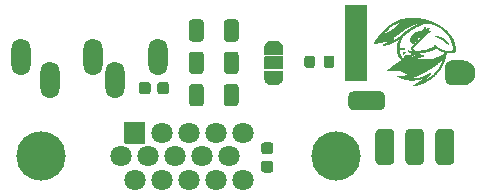
<source format=gbr>
G04 #@! TF.GenerationSoftware,KiCad,Pcbnew,(5.1.10-1-10_14)*
G04 #@! TF.CreationDate,2021-12-27T15:36:47-05:00*
G04 #@! TF.ProjectId,9DIN2VGA,3944494e-3256-4474-912e-6b696361645f,1*
G04 #@! TF.SameCoordinates,Original*
G04 #@! TF.FileFunction,Soldermask,Top*
G04 #@! TF.FilePolarity,Negative*
%FSLAX46Y46*%
G04 Gerber Fmt 4.6, Leading zero omitted, Abs format (unit mm)*
G04 Created by KiCad (PCBNEW (5.1.10-1-10_14)) date 2021-12-27 15:36:47*
%MOMM*%
%LPD*%
G01*
G04 APERTURE LIST*
%ADD10C,0.100000*%
%ADD11C,0.010000*%
%ADD12O,1.609600X3.117600*%
%ADD13C,2.101600*%
%ADD14C,1.801600*%
%ADD15C,4.167600*%
%ADD16C,0.152400*%
G04 APERTURE END LIST*
D10*
G36*
X145930000Y-95050000D02*
G01*
X144120000Y-95050000D01*
X144120000Y-88730000D01*
X145930000Y-88730000D01*
X145930000Y-95050000D01*
G37*
X145930000Y-95050000D02*
X144120000Y-95050000D01*
X144120000Y-88730000D01*
X145930000Y-88730000D01*
X145930000Y-95050000D01*
D11*
G36*
X152875671Y-92039981D02*
G01*
X152873488Y-92040400D01*
X152871509Y-92039196D01*
X152867445Y-92035801D01*
X152861646Y-92030541D01*
X152854463Y-92023743D01*
X152846248Y-92015732D01*
X152837351Y-92006834D01*
X152837327Y-92006810D01*
X152803456Y-91972825D01*
X152771384Y-91941262D01*
X152741177Y-91912182D01*
X152712896Y-91885644D01*
X152686607Y-91861709D01*
X152662372Y-91840437D01*
X152648392Y-91828601D01*
X152641970Y-91823455D01*
X152633221Y-91816748D01*
X152622712Y-91808898D01*
X152611007Y-91800321D01*
X152598672Y-91791435D01*
X152586271Y-91782656D01*
X152583578Y-91780772D01*
X152561661Y-91765376D01*
X152542104Y-91751409D01*
X152524311Y-91738424D01*
X152507685Y-91725970D01*
X152491631Y-91713599D01*
X152475551Y-91700864D01*
X152458848Y-91687314D01*
X152453800Y-91683166D01*
X152424445Y-91659285D01*
X152397238Y-91637786D01*
X152371935Y-91618488D01*
X152348298Y-91601206D01*
X152326084Y-91585761D01*
X152315872Y-91578956D01*
X152308919Y-91574688D01*
X152299072Y-91569086D01*
X152286613Y-91562290D01*
X152271825Y-91554441D01*
X152254990Y-91545680D01*
X152236391Y-91536149D01*
X152216311Y-91525989D01*
X152195032Y-91515340D01*
X152172838Y-91504345D01*
X152150010Y-91493143D01*
X152126832Y-91481877D01*
X152103586Y-91470688D01*
X152080555Y-91459716D01*
X152058022Y-91449103D01*
X152036269Y-91438989D01*
X152027255Y-91434843D01*
X151991725Y-91418773D01*
X151953621Y-91401938D01*
X151913696Y-91384662D01*
X151872708Y-91367265D01*
X151831411Y-91350070D01*
X151790560Y-91333399D01*
X151770627Y-91325396D01*
X151758807Y-91320643D01*
X151747900Y-91316191D01*
X151738378Y-91312238D01*
X151730714Y-91308982D01*
X151725382Y-91306621D01*
X151722893Y-91305380D01*
X151719649Y-91301465D01*
X151718769Y-91296303D01*
X151720225Y-91291206D01*
X151723264Y-91287917D01*
X151724464Y-91287257D01*
X151725955Y-91286841D01*
X151728061Y-91286733D01*
X151731105Y-91286997D01*
X151735409Y-91287697D01*
X151741297Y-91288897D01*
X151749092Y-91290660D01*
X151759117Y-91293051D01*
X151771695Y-91296133D01*
X151787149Y-91299970D01*
X151798150Y-91302715D01*
X151828566Y-91310386D01*
X151856134Y-91317515D01*
X151881433Y-91324276D01*
X151905046Y-91330841D01*
X151927552Y-91337383D01*
X151949534Y-91344076D01*
X151971572Y-91351092D01*
X151994246Y-91358605D01*
X152018139Y-91366787D01*
X152043830Y-91375811D01*
X152044772Y-91376145D01*
X152075312Y-91387090D01*
X152106089Y-91398316D01*
X152136870Y-91409730D01*
X152167424Y-91421239D01*
X152197522Y-91432748D01*
X152226930Y-91444163D01*
X152255418Y-91455393D01*
X152282755Y-91466341D01*
X152308710Y-91476916D01*
X152333051Y-91487023D01*
X152355548Y-91496569D01*
X152375968Y-91505459D01*
X152394081Y-91513602D01*
X152409655Y-91520901D01*
X152422460Y-91527265D01*
X152432264Y-91532600D01*
X152434788Y-91534110D01*
X152444248Y-91540356D01*
X152454396Y-91547887D01*
X152465506Y-91556941D01*
X152477850Y-91567757D01*
X152491703Y-91580573D01*
X152507337Y-91595625D01*
X152521336Y-91609463D01*
X152550231Y-91638902D01*
X152580560Y-91670948D01*
X152611974Y-91705193D01*
X152644124Y-91741231D01*
X152676660Y-91778652D01*
X152709233Y-91817049D01*
X152741493Y-91856015D01*
X152773090Y-91895142D01*
X152803676Y-91934022D01*
X152832901Y-91972247D01*
X152837253Y-91978043D01*
X152845473Y-91989037D01*
X152853232Y-91999452D01*
X152860216Y-92008866D01*
X152866115Y-92016857D01*
X152870616Y-92023004D01*
X152873408Y-92026885D01*
X152873825Y-92027484D01*
X152876877Y-92033190D01*
X152877488Y-92037503D01*
X152875671Y-92039981D01*
G37*
X152875671Y-92039981D02*
X152873488Y-92040400D01*
X152871509Y-92039196D01*
X152867445Y-92035801D01*
X152861646Y-92030541D01*
X152854463Y-92023743D01*
X152846248Y-92015732D01*
X152837351Y-92006834D01*
X152837327Y-92006810D01*
X152803456Y-91972825D01*
X152771384Y-91941262D01*
X152741177Y-91912182D01*
X152712896Y-91885644D01*
X152686607Y-91861709D01*
X152662372Y-91840437D01*
X152648392Y-91828601D01*
X152641970Y-91823455D01*
X152633221Y-91816748D01*
X152622712Y-91808898D01*
X152611007Y-91800321D01*
X152598672Y-91791435D01*
X152586271Y-91782656D01*
X152583578Y-91780772D01*
X152561661Y-91765376D01*
X152542104Y-91751409D01*
X152524311Y-91738424D01*
X152507685Y-91725970D01*
X152491631Y-91713599D01*
X152475551Y-91700864D01*
X152458848Y-91687314D01*
X152453800Y-91683166D01*
X152424445Y-91659285D01*
X152397238Y-91637786D01*
X152371935Y-91618488D01*
X152348298Y-91601206D01*
X152326084Y-91585761D01*
X152315872Y-91578956D01*
X152308919Y-91574688D01*
X152299072Y-91569086D01*
X152286613Y-91562290D01*
X152271825Y-91554441D01*
X152254990Y-91545680D01*
X152236391Y-91536149D01*
X152216311Y-91525989D01*
X152195032Y-91515340D01*
X152172838Y-91504345D01*
X152150010Y-91493143D01*
X152126832Y-91481877D01*
X152103586Y-91470688D01*
X152080555Y-91459716D01*
X152058022Y-91449103D01*
X152036269Y-91438989D01*
X152027255Y-91434843D01*
X151991725Y-91418773D01*
X151953621Y-91401938D01*
X151913696Y-91384662D01*
X151872708Y-91367265D01*
X151831411Y-91350070D01*
X151790560Y-91333399D01*
X151770627Y-91325396D01*
X151758807Y-91320643D01*
X151747900Y-91316191D01*
X151738378Y-91312238D01*
X151730714Y-91308982D01*
X151725382Y-91306621D01*
X151722893Y-91305380D01*
X151719649Y-91301465D01*
X151718769Y-91296303D01*
X151720225Y-91291206D01*
X151723264Y-91287917D01*
X151724464Y-91287257D01*
X151725955Y-91286841D01*
X151728061Y-91286733D01*
X151731105Y-91286997D01*
X151735409Y-91287697D01*
X151741297Y-91288897D01*
X151749092Y-91290660D01*
X151759117Y-91293051D01*
X151771695Y-91296133D01*
X151787149Y-91299970D01*
X151798150Y-91302715D01*
X151828566Y-91310386D01*
X151856134Y-91317515D01*
X151881433Y-91324276D01*
X151905046Y-91330841D01*
X151927552Y-91337383D01*
X151949534Y-91344076D01*
X151971572Y-91351092D01*
X151994246Y-91358605D01*
X152018139Y-91366787D01*
X152043830Y-91375811D01*
X152044772Y-91376145D01*
X152075312Y-91387090D01*
X152106089Y-91398316D01*
X152136870Y-91409730D01*
X152167424Y-91421239D01*
X152197522Y-91432748D01*
X152226930Y-91444163D01*
X152255418Y-91455393D01*
X152282755Y-91466341D01*
X152308710Y-91476916D01*
X152333051Y-91487023D01*
X152355548Y-91496569D01*
X152375968Y-91505459D01*
X152394081Y-91513602D01*
X152409655Y-91520901D01*
X152422460Y-91527265D01*
X152432264Y-91532600D01*
X152434788Y-91534110D01*
X152444248Y-91540356D01*
X152454396Y-91547887D01*
X152465506Y-91556941D01*
X152477850Y-91567757D01*
X152491703Y-91580573D01*
X152507337Y-91595625D01*
X152521336Y-91609463D01*
X152550231Y-91638902D01*
X152580560Y-91670948D01*
X152611974Y-91705193D01*
X152644124Y-91741231D01*
X152676660Y-91778652D01*
X152709233Y-91817049D01*
X152741493Y-91856015D01*
X152773090Y-91895142D01*
X152803676Y-91934022D01*
X152832901Y-91972247D01*
X152837253Y-91978043D01*
X152845473Y-91989037D01*
X152853232Y-91999452D01*
X152860216Y-92008866D01*
X152866115Y-92016857D01*
X152870616Y-92023004D01*
X152873408Y-92026885D01*
X152873825Y-92027484D01*
X152876877Y-92033190D01*
X152877488Y-92037503D01*
X152875671Y-92039981D01*
G36*
X151329830Y-90896408D02*
G01*
X151328373Y-90899062D01*
X151325099Y-90902581D01*
X151318725Y-90907557D01*
X151309244Y-90913993D01*
X151296650Y-90921892D01*
X151280936Y-90931259D01*
X151262097Y-90942097D01*
X151240125Y-90954410D01*
X151215015Y-90968201D01*
X151186759Y-90983473D01*
X151155353Y-91000232D01*
X151120788Y-91018479D01*
X151096213Y-91031355D01*
X151078807Y-91040461D01*
X151062147Y-91049195D01*
X151046523Y-91057405D01*
X151032225Y-91064937D01*
X151019542Y-91071639D01*
X151008764Y-91077357D01*
X151000180Y-91081939D01*
X150994080Y-91085232D01*
X150990753Y-91087082D01*
X150990507Y-91087228D01*
X150988671Y-91088859D01*
X150984497Y-91092915D01*
X150978078Y-91099301D01*
X150969509Y-91107919D01*
X150958883Y-91118672D01*
X150946293Y-91131465D01*
X150931833Y-91146200D01*
X150915597Y-91162781D01*
X150897677Y-91181110D01*
X150878169Y-91201092D01*
X150857165Y-91222630D01*
X150834759Y-91245626D01*
X150811045Y-91269985D01*
X150786115Y-91295609D01*
X150760064Y-91322402D01*
X150732986Y-91350268D01*
X150704973Y-91379109D01*
X150676119Y-91408829D01*
X150646519Y-91439331D01*
X150616265Y-91470519D01*
X150585451Y-91502296D01*
X150554171Y-91534565D01*
X150522518Y-91567230D01*
X150490586Y-91600193D01*
X150458468Y-91633358D01*
X150426258Y-91666630D01*
X150394050Y-91699910D01*
X150361937Y-91733102D01*
X150330013Y-91766109D01*
X150298371Y-91798836D01*
X150267105Y-91831184D01*
X150236308Y-91863058D01*
X150206074Y-91894361D01*
X150176497Y-91924996D01*
X150147670Y-91954867D01*
X150119687Y-91983876D01*
X150092641Y-92011927D01*
X150066626Y-92038924D01*
X150041735Y-92064770D01*
X150018063Y-92089367D01*
X149995702Y-92112621D01*
X149974746Y-92134432D01*
X149955289Y-92154706D01*
X149937425Y-92173346D01*
X149921246Y-92190254D01*
X149906847Y-92205334D01*
X149894321Y-92218489D01*
X149883762Y-92229623D01*
X149875263Y-92238639D01*
X149868917Y-92245441D01*
X149864819Y-92249931D01*
X149863104Y-92251952D01*
X149855864Y-92263033D01*
X149848234Y-92276170D01*
X149840781Y-92290273D01*
X149834068Y-92304253D01*
X149828660Y-92317018D01*
X149826821Y-92322021D01*
X149822749Y-92336737D01*
X149820596Y-92351289D01*
X149820431Y-92364814D01*
X149822324Y-92376450D01*
X149822432Y-92376828D01*
X149828076Y-92390764D01*
X149837094Y-92405606D01*
X149849480Y-92421347D01*
X149865227Y-92437979D01*
X149884328Y-92455494D01*
X149906775Y-92473884D01*
X149918179Y-92482602D01*
X149927857Y-92489996D01*
X149934898Y-92495816D01*
X149939566Y-92500449D01*
X149942130Y-92504279D01*
X149942857Y-92507691D01*
X149942012Y-92511072D01*
X149940162Y-92514355D01*
X149938216Y-92516714D01*
X149935622Y-92518003D01*
X149931359Y-92518533D01*
X149926160Y-92518621D01*
X149913968Y-92517962D01*
X149899354Y-92516103D01*
X149883121Y-92513224D01*
X149866068Y-92509503D01*
X149848996Y-92505119D01*
X149832704Y-92500251D01*
X149817994Y-92495077D01*
X149814408Y-92493655D01*
X149789404Y-92481631D01*
X149766080Y-92466739D01*
X149744736Y-92449254D01*
X149725674Y-92429450D01*
X149709193Y-92407602D01*
X149696665Y-92386119D01*
X149690375Y-92371832D01*
X149686812Y-92358809D01*
X149685825Y-92346316D01*
X149686654Y-92337057D01*
X149690879Y-92319941D01*
X149698138Y-92302569D01*
X149708109Y-92285703D01*
X149708486Y-92285156D01*
X149711226Y-92281694D01*
X149716167Y-92276055D01*
X149723334Y-92268209D01*
X149732756Y-92258128D01*
X149744461Y-92245784D01*
X149758474Y-92231147D01*
X149774825Y-92214189D01*
X149793540Y-92194881D01*
X149814647Y-92173195D01*
X149838174Y-92149102D01*
X149864148Y-92122572D01*
X149871758Y-92114811D01*
X149891003Y-92095183D01*
X149909562Y-92076243D01*
X149927289Y-92058143D01*
X149944035Y-92041033D01*
X149959655Y-92025063D01*
X149974000Y-92010385D01*
X149986924Y-91997149D01*
X149998279Y-91985506D01*
X150007918Y-91975607D01*
X150015694Y-91967602D01*
X150021460Y-91961642D01*
X150025069Y-91957878D01*
X150026373Y-91956460D01*
X150026375Y-91956457D01*
X150024980Y-91955733D01*
X150020857Y-91954786D01*
X150014759Y-91953776D01*
X150011485Y-91953332D01*
X149987841Y-91949406D01*
X149962173Y-91943473D01*
X149935152Y-91935769D01*
X149907447Y-91926529D01*
X149879726Y-91915989D01*
X149852659Y-91904383D01*
X149826915Y-91891947D01*
X149808292Y-91881884D01*
X149794279Y-91873560D01*
X149778022Y-91863314D01*
X149759974Y-91851461D01*
X149740584Y-91838319D01*
X149720303Y-91824205D01*
X149699582Y-91809436D01*
X149678871Y-91794330D01*
X149658621Y-91779203D01*
X149639282Y-91764373D01*
X149622811Y-91751366D01*
X149608623Y-91739980D01*
X149607510Y-91728593D01*
X149606948Y-91719698D01*
X149606680Y-91708081D01*
X149606698Y-91694509D01*
X149606995Y-91679749D01*
X149607563Y-91664571D01*
X149608263Y-91651756D01*
X149609111Y-91640937D01*
X149610296Y-91629061D01*
X149611639Y-91617831D01*
X149612543Y-91611466D01*
X149616632Y-91589866D01*
X149622483Y-91565846D01*
X149629923Y-91539908D01*
X149638778Y-91512552D01*
X149648876Y-91484280D01*
X149660044Y-91455592D01*
X149672108Y-91426991D01*
X149684896Y-91398976D01*
X149688544Y-91391386D01*
X149703452Y-91361764D01*
X149718058Y-91335019D01*
X149732748Y-91310596D01*
X149747909Y-91287937D01*
X149763930Y-91266486D01*
X149781197Y-91245687D01*
X149800098Y-91224982D01*
X149814707Y-91210048D01*
X149844598Y-91181666D01*
X149875988Y-91154685D01*
X149909199Y-91128882D01*
X149944554Y-91104032D01*
X149982375Y-91079911D01*
X150022985Y-91056296D01*
X150066705Y-91032961D01*
X150076710Y-91027875D01*
X150081947Y-91025347D01*
X150081947Y-91721586D01*
X150069545Y-91722749D01*
X150055843Y-91725976D01*
X150041818Y-91730876D01*
X150028450Y-91737059D01*
X150016719Y-91744134D01*
X150008336Y-91750973D01*
X149996314Y-91764783D01*
X149987555Y-91779330D01*
X149982131Y-91794453D01*
X149980112Y-91809992D01*
X149980203Y-91815148D01*
X149980843Y-91822806D01*
X149982082Y-91829059D01*
X149984326Y-91835370D01*
X149987982Y-91843202D01*
X149988012Y-91843262D01*
X149996577Y-91857128D01*
X150007538Y-91869488D01*
X150020091Y-91879474D01*
X150023282Y-91881439D01*
X150031097Y-91885282D01*
X150041338Y-91889299D01*
X150052968Y-91893135D01*
X150064952Y-91896428D01*
X150070011Y-91897601D01*
X150081965Y-91900196D01*
X150128817Y-91852494D01*
X150139727Y-91841361D01*
X150150208Y-91830619D01*
X150159923Y-91820617D01*
X150168534Y-91811704D01*
X150175703Y-91804230D01*
X150181093Y-91798545D01*
X150184367Y-91794997D01*
X150184408Y-91794951D01*
X150193148Y-91785108D01*
X150178934Y-91769916D01*
X150165020Y-91756245D01*
X150151277Y-91745329D01*
X150136894Y-91736560D01*
X150129858Y-91733087D01*
X150118557Y-91728664D01*
X150106024Y-91725055D01*
X150093629Y-91722588D01*
X150082739Y-91721593D01*
X150081947Y-91721586D01*
X150081947Y-91025347D01*
X150137138Y-90998701D01*
X150197085Y-90972330D01*
X150256398Y-90948814D01*
X150314922Y-90928205D01*
X150372503Y-90910554D01*
X150422170Y-90897681D01*
X150422170Y-91376877D01*
X150415668Y-91377033D01*
X150398039Y-91377938D01*
X150382678Y-91379565D01*
X150368387Y-91382124D01*
X150353969Y-91385826D01*
X150339640Y-91390396D01*
X150321052Y-91397658D01*
X150302612Y-91406573D01*
X150284835Y-91416783D01*
X150268238Y-91427931D01*
X150253335Y-91439659D01*
X150240643Y-91451611D01*
X150230677Y-91463429D01*
X150227600Y-91467990D01*
X150217505Y-91486198D01*
X150208766Y-91505935D01*
X150201841Y-91526022D01*
X150197186Y-91545282D01*
X150196834Y-91547290D01*
X150195674Y-91557807D01*
X150195230Y-91570288D01*
X150195482Y-91583319D01*
X150196407Y-91595484D01*
X150197662Y-91603857D01*
X150203168Y-91622841D01*
X150211614Y-91640001D01*
X150222841Y-91655146D01*
X150236689Y-91668086D01*
X150253001Y-91678630D01*
X150264532Y-91683982D01*
X150270710Y-91686357D01*
X150276201Y-91688283D01*
X150279039Y-91689135D01*
X150279894Y-91689133D01*
X150281099Y-91688678D01*
X150282789Y-91687638D01*
X150285101Y-91685878D01*
X150288172Y-91683264D01*
X150292136Y-91679663D01*
X150297132Y-91674940D01*
X150303295Y-91668962D01*
X150310761Y-91661595D01*
X150319666Y-91652705D01*
X150330148Y-91642158D01*
X150342342Y-91629820D01*
X150356384Y-91615558D01*
X150372411Y-91599238D01*
X150390559Y-91580725D01*
X150410964Y-91559886D01*
X150419177Y-91551495D01*
X150437201Y-91533067D01*
X150454523Y-91515338D01*
X150470989Y-91498468D01*
X150486442Y-91482618D01*
X150500725Y-91467949D01*
X150513684Y-91454620D01*
X150525161Y-91442793D01*
X150535001Y-91432629D01*
X150543048Y-91424288D01*
X150549146Y-91417930D01*
X150553138Y-91413717D01*
X150554869Y-91411809D01*
X150554931Y-91411713D01*
X150553394Y-91410225D01*
X150549193Y-91407779D01*
X150542944Y-91404652D01*
X150535260Y-91401121D01*
X150526756Y-91397465D01*
X150518046Y-91393960D01*
X150509745Y-91390883D01*
X150505912Y-91389584D01*
X150484788Y-91383493D01*
X150464633Y-91379463D01*
X150444182Y-91377316D01*
X150422170Y-91376877D01*
X150422170Y-90897681D01*
X150428988Y-90895913D01*
X150484222Y-90884333D01*
X150526903Y-90877378D01*
X150549921Y-90874372D01*
X150570951Y-90872215D01*
X150591377Y-90870806D01*
X150612582Y-90870047D01*
X150632354Y-90869840D01*
X150644697Y-90869808D01*
X150654018Y-90869720D01*
X150660801Y-90869530D01*
X150665527Y-90869195D01*
X150668677Y-90868669D01*
X150670735Y-90867907D01*
X150672183Y-90866866D01*
X150672968Y-90866079D01*
X150674398Y-90864074D01*
X150677552Y-90859319D01*
X150682291Y-90852030D01*
X150688477Y-90842424D01*
X150695972Y-90830717D01*
X150704638Y-90817127D01*
X150714336Y-90801870D01*
X150724928Y-90785164D01*
X150736276Y-90767224D01*
X150748242Y-90748268D01*
X150760687Y-90728513D01*
X150760784Y-90728359D01*
X150773241Y-90708587D01*
X150785225Y-90689606D01*
X150796598Y-90671632D01*
X150807221Y-90654884D01*
X150816956Y-90639579D01*
X150825663Y-90625935D01*
X150833203Y-90614169D01*
X150839438Y-90604500D01*
X150844228Y-90597144D01*
X150847435Y-90592321D01*
X150848919Y-90590246D01*
X150848922Y-90590244D01*
X150855946Y-90584523D01*
X150863429Y-90581675D01*
X150870751Y-90581818D01*
X150877060Y-90584883D01*
X150882841Y-90591478D01*
X150887086Y-90600552D01*
X150889622Y-90611357D01*
X150890275Y-90623146D01*
X150888871Y-90635170D01*
X150888806Y-90635477D01*
X150887319Y-90640128D01*
X150884334Y-90647508D01*
X150880028Y-90657269D01*
X150874577Y-90669060D01*
X150868157Y-90682533D01*
X150860944Y-90697340D01*
X150853114Y-90713130D01*
X150844845Y-90729556D01*
X150836311Y-90746269D01*
X150827689Y-90762919D01*
X150819155Y-90779157D01*
X150810886Y-90794635D01*
X150803058Y-90809004D01*
X150795846Y-90821914D01*
X150789428Y-90833017D01*
X150787066Y-90836966D01*
X150778844Y-90850654D01*
X150772366Y-90861765D01*
X150767485Y-90870670D01*
X150764056Y-90877743D01*
X150761934Y-90883357D01*
X150760972Y-90887883D01*
X150761026Y-90891696D01*
X150761949Y-90895167D01*
X150763231Y-90897977D01*
X150766674Y-90902626D01*
X150772308Y-90908152D01*
X150779226Y-90913788D01*
X150786523Y-90918774D01*
X150790693Y-90921128D01*
X150800122Y-90924705D01*
X150809006Y-90925755D01*
X150816270Y-90924276D01*
X150818550Y-90922694D01*
X150823175Y-90918973D01*
X150829894Y-90913330D01*
X150838459Y-90905980D01*
X150848620Y-90897140D01*
X150860129Y-90887028D01*
X150872735Y-90875859D01*
X150886190Y-90863850D01*
X150897672Y-90853536D01*
X150927971Y-90826265D01*
X150955783Y-90801281D01*
X150981201Y-90778502D01*
X151004320Y-90757845D01*
X151025234Y-90739230D01*
X151044038Y-90722573D01*
X151060825Y-90707794D01*
X151075689Y-90694810D01*
X151088725Y-90683540D01*
X151100027Y-90673901D01*
X151109689Y-90665812D01*
X151117804Y-90659191D01*
X151124469Y-90653956D01*
X151129775Y-90650025D01*
X151133818Y-90647317D01*
X151136503Y-90645834D01*
X151144675Y-90643462D01*
X151154395Y-90642711D01*
X151164087Y-90643622D01*
X151169351Y-90645024D01*
X151179344Y-90650033D01*
X151187081Y-90656849D01*
X151192307Y-90664966D01*
X151194767Y-90673880D01*
X151194206Y-90683086D01*
X151191838Y-90689517D01*
X151189983Y-90692031D01*
X151185919Y-90696780D01*
X151179891Y-90703498D01*
X151172147Y-90711921D01*
X151162931Y-90721783D01*
X151152491Y-90732820D01*
X151141072Y-90744767D01*
X151128920Y-90757359D01*
X151125552Y-90760830D01*
X151111130Y-90775635D01*
X151097669Y-90789379D01*
X151084838Y-90802387D01*
X151072307Y-90814984D01*
X151059747Y-90827492D01*
X151046828Y-90840238D01*
X151033220Y-90853545D01*
X151018593Y-90867738D01*
X151002618Y-90883140D01*
X150984964Y-90900077D01*
X150965302Y-90918873D01*
X150951083Y-90932437D01*
X150940750Y-90942432D01*
X150931691Y-90951481D01*
X150924207Y-90959269D01*
X150918600Y-90965477D01*
X150915170Y-90969790D01*
X150914458Y-90970947D01*
X150911273Y-90980235D01*
X150911170Y-90989136D01*
X150914034Y-90997077D01*
X150919750Y-91003489D01*
X150921250Y-91004554D01*
X150924552Y-91006252D01*
X150928126Y-91006662D01*
X150933361Y-91005892D01*
X150934802Y-91005590D01*
X150937994Y-91004532D01*
X150944070Y-91002158D01*
X150952723Y-90998599D01*
X150963645Y-90993986D01*
X150976531Y-90988451D01*
X150991073Y-90982126D01*
X151006966Y-90975143D01*
X151023902Y-90967633D01*
X151041575Y-90959728D01*
X151041910Y-90959578D01*
X151066726Y-90948439D01*
X151088685Y-90938610D01*
X151108117Y-90929947D01*
X151125355Y-90922308D01*
X151140729Y-90915551D01*
X151154570Y-90909533D01*
X151167210Y-90904111D01*
X151178980Y-90899143D01*
X151190210Y-90894487D01*
X151201233Y-90889999D01*
X151212379Y-90885537D01*
X151223979Y-90880959D01*
X151230220Y-90878516D01*
X151266131Y-90864495D01*
X151286104Y-90863671D01*
X151297666Y-90863423D01*
X151306458Y-90863887D01*
X151313171Y-90865239D01*
X151318500Y-90867657D01*
X151323134Y-90871319D01*
X151325497Y-90873770D01*
X151330428Y-90881177D01*
X151331868Y-90888686D01*
X151329830Y-90896408D01*
G37*
X151329830Y-90896408D02*
X151328373Y-90899062D01*
X151325099Y-90902581D01*
X151318725Y-90907557D01*
X151309244Y-90913993D01*
X151296650Y-90921892D01*
X151280936Y-90931259D01*
X151262097Y-90942097D01*
X151240125Y-90954410D01*
X151215015Y-90968201D01*
X151186759Y-90983473D01*
X151155353Y-91000232D01*
X151120788Y-91018479D01*
X151096213Y-91031355D01*
X151078807Y-91040461D01*
X151062147Y-91049195D01*
X151046523Y-91057405D01*
X151032225Y-91064937D01*
X151019542Y-91071639D01*
X151008764Y-91077357D01*
X151000180Y-91081939D01*
X150994080Y-91085232D01*
X150990753Y-91087082D01*
X150990507Y-91087228D01*
X150988671Y-91088859D01*
X150984497Y-91092915D01*
X150978078Y-91099301D01*
X150969509Y-91107919D01*
X150958883Y-91118672D01*
X150946293Y-91131465D01*
X150931833Y-91146200D01*
X150915597Y-91162781D01*
X150897677Y-91181110D01*
X150878169Y-91201092D01*
X150857165Y-91222630D01*
X150834759Y-91245626D01*
X150811045Y-91269985D01*
X150786115Y-91295609D01*
X150760064Y-91322402D01*
X150732986Y-91350268D01*
X150704973Y-91379109D01*
X150676119Y-91408829D01*
X150646519Y-91439331D01*
X150616265Y-91470519D01*
X150585451Y-91502296D01*
X150554171Y-91534565D01*
X150522518Y-91567230D01*
X150490586Y-91600193D01*
X150458468Y-91633358D01*
X150426258Y-91666630D01*
X150394050Y-91699910D01*
X150361937Y-91733102D01*
X150330013Y-91766109D01*
X150298371Y-91798836D01*
X150267105Y-91831184D01*
X150236308Y-91863058D01*
X150206074Y-91894361D01*
X150176497Y-91924996D01*
X150147670Y-91954867D01*
X150119687Y-91983876D01*
X150092641Y-92011927D01*
X150066626Y-92038924D01*
X150041735Y-92064770D01*
X150018063Y-92089367D01*
X149995702Y-92112621D01*
X149974746Y-92134432D01*
X149955289Y-92154706D01*
X149937425Y-92173346D01*
X149921246Y-92190254D01*
X149906847Y-92205334D01*
X149894321Y-92218489D01*
X149883762Y-92229623D01*
X149875263Y-92238639D01*
X149868917Y-92245441D01*
X149864819Y-92249931D01*
X149863104Y-92251952D01*
X149855864Y-92263033D01*
X149848234Y-92276170D01*
X149840781Y-92290273D01*
X149834068Y-92304253D01*
X149828660Y-92317018D01*
X149826821Y-92322021D01*
X149822749Y-92336737D01*
X149820596Y-92351289D01*
X149820431Y-92364814D01*
X149822324Y-92376450D01*
X149822432Y-92376828D01*
X149828076Y-92390764D01*
X149837094Y-92405606D01*
X149849480Y-92421347D01*
X149865227Y-92437979D01*
X149884328Y-92455494D01*
X149906775Y-92473884D01*
X149918179Y-92482602D01*
X149927857Y-92489996D01*
X149934898Y-92495816D01*
X149939566Y-92500449D01*
X149942130Y-92504279D01*
X149942857Y-92507691D01*
X149942012Y-92511072D01*
X149940162Y-92514355D01*
X149938216Y-92516714D01*
X149935622Y-92518003D01*
X149931359Y-92518533D01*
X149926160Y-92518621D01*
X149913968Y-92517962D01*
X149899354Y-92516103D01*
X149883121Y-92513224D01*
X149866068Y-92509503D01*
X149848996Y-92505119D01*
X149832704Y-92500251D01*
X149817994Y-92495077D01*
X149814408Y-92493655D01*
X149789404Y-92481631D01*
X149766080Y-92466739D01*
X149744736Y-92449254D01*
X149725674Y-92429450D01*
X149709193Y-92407602D01*
X149696665Y-92386119D01*
X149690375Y-92371832D01*
X149686812Y-92358809D01*
X149685825Y-92346316D01*
X149686654Y-92337057D01*
X149690879Y-92319941D01*
X149698138Y-92302569D01*
X149708109Y-92285703D01*
X149708486Y-92285156D01*
X149711226Y-92281694D01*
X149716167Y-92276055D01*
X149723334Y-92268209D01*
X149732756Y-92258128D01*
X149744461Y-92245784D01*
X149758474Y-92231147D01*
X149774825Y-92214189D01*
X149793540Y-92194881D01*
X149814647Y-92173195D01*
X149838174Y-92149102D01*
X149864148Y-92122572D01*
X149871758Y-92114811D01*
X149891003Y-92095183D01*
X149909562Y-92076243D01*
X149927289Y-92058143D01*
X149944035Y-92041033D01*
X149959655Y-92025063D01*
X149974000Y-92010385D01*
X149986924Y-91997149D01*
X149998279Y-91985506D01*
X150007918Y-91975607D01*
X150015694Y-91967602D01*
X150021460Y-91961642D01*
X150025069Y-91957878D01*
X150026373Y-91956460D01*
X150026375Y-91956457D01*
X150024980Y-91955733D01*
X150020857Y-91954786D01*
X150014759Y-91953776D01*
X150011485Y-91953332D01*
X149987841Y-91949406D01*
X149962173Y-91943473D01*
X149935152Y-91935769D01*
X149907447Y-91926529D01*
X149879726Y-91915989D01*
X149852659Y-91904383D01*
X149826915Y-91891947D01*
X149808292Y-91881884D01*
X149794279Y-91873560D01*
X149778022Y-91863314D01*
X149759974Y-91851461D01*
X149740584Y-91838319D01*
X149720303Y-91824205D01*
X149699582Y-91809436D01*
X149678871Y-91794330D01*
X149658621Y-91779203D01*
X149639282Y-91764373D01*
X149622811Y-91751366D01*
X149608623Y-91739980D01*
X149607510Y-91728593D01*
X149606948Y-91719698D01*
X149606680Y-91708081D01*
X149606698Y-91694509D01*
X149606995Y-91679749D01*
X149607563Y-91664571D01*
X149608263Y-91651756D01*
X149609111Y-91640937D01*
X149610296Y-91629061D01*
X149611639Y-91617831D01*
X149612543Y-91611466D01*
X149616632Y-91589866D01*
X149622483Y-91565846D01*
X149629923Y-91539908D01*
X149638778Y-91512552D01*
X149648876Y-91484280D01*
X149660044Y-91455592D01*
X149672108Y-91426991D01*
X149684896Y-91398976D01*
X149688544Y-91391386D01*
X149703452Y-91361764D01*
X149718058Y-91335019D01*
X149732748Y-91310596D01*
X149747909Y-91287937D01*
X149763930Y-91266486D01*
X149781197Y-91245687D01*
X149800098Y-91224982D01*
X149814707Y-91210048D01*
X149844598Y-91181666D01*
X149875988Y-91154685D01*
X149909199Y-91128882D01*
X149944554Y-91104032D01*
X149982375Y-91079911D01*
X150022985Y-91056296D01*
X150066705Y-91032961D01*
X150076710Y-91027875D01*
X150081947Y-91025347D01*
X150081947Y-91721586D01*
X150069545Y-91722749D01*
X150055843Y-91725976D01*
X150041818Y-91730876D01*
X150028450Y-91737059D01*
X150016719Y-91744134D01*
X150008336Y-91750973D01*
X149996314Y-91764783D01*
X149987555Y-91779330D01*
X149982131Y-91794453D01*
X149980112Y-91809992D01*
X149980203Y-91815148D01*
X149980843Y-91822806D01*
X149982082Y-91829059D01*
X149984326Y-91835370D01*
X149987982Y-91843202D01*
X149988012Y-91843262D01*
X149996577Y-91857128D01*
X150007538Y-91869488D01*
X150020091Y-91879474D01*
X150023282Y-91881439D01*
X150031097Y-91885282D01*
X150041338Y-91889299D01*
X150052968Y-91893135D01*
X150064952Y-91896428D01*
X150070011Y-91897601D01*
X150081965Y-91900196D01*
X150128817Y-91852494D01*
X150139727Y-91841361D01*
X150150208Y-91830619D01*
X150159923Y-91820617D01*
X150168534Y-91811704D01*
X150175703Y-91804230D01*
X150181093Y-91798545D01*
X150184367Y-91794997D01*
X150184408Y-91794951D01*
X150193148Y-91785108D01*
X150178934Y-91769916D01*
X150165020Y-91756245D01*
X150151277Y-91745329D01*
X150136894Y-91736560D01*
X150129858Y-91733087D01*
X150118557Y-91728664D01*
X150106024Y-91725055D01*
X150093629Y-91722588D01*
X150082739Y-91721593D01*
X150081947Y-91721586D01*
X150081947Y-91025347D01*
X150137138Y-90998701D01*
X150197085Y-90972330D01*
X150256398Y-90948814D01*
X150314922Y-90928205D01*
X150372503Y-90910554D01*
X150422170Y-90897681D01*
X150422170Y-91376877D01*
X150415668Y-91377033D01*
X150398039Y-91377938D01*
X150382678Y-91379565D01*
X150368387Y-91382124D01*
X150353969Y-91385826D01*
X150339640Y-91390396D01*
X150321052Y-91397658D01*
X150302612Y-91406573D01*
X150284835Y-91416783D01*
X150268238Y-91427931D01*
X150253335Y-91439659D01*
X150240643Y-91451611D01*
X150230677Y-91463429D01*
X150227600Y-91467990D01*
X150217505Y-91486198D01*
X150208766Y-91505935D01*
X150201841Y-91526022D01*
X150197186Y-91545282D01*
X150196834Y-91547290D01*
X150195674Y-91557807D01*
X150195230Y-91570288D01*
X150195482Y-91583319D01*
X150196407Y-91595484D01*
X150197662Y-91603857D01*
X150203168Y-91622841D01*
X150211614Y-91640001D01*
X150222841Y-91655146D01*
X150236689Y-91668086D01*
X150253001Y-91678630D01*
X150264532Y-91683982D01*
X150270710Y-91686357D01*
X150276201Y-91688283D01*
X150279039Y-91689135D01*
X150279894Y-91689133D01*
X150281099Y-91688678D01*
X150282789Y-91687638D01*
X150285101Y-91685878D01*
X150288172Y-91683264D01*
X150292136Y-91679663D01*
X150297132Y-91674940D01*
X150303295Y-91668962D01*
X150310761Y-91661595D01*
X150319666Y-91652705D01*
X150330148Y-91642158D01*
X150342342Y-91629820D01*
X150356384Y-91615558D01*
X150372411Y-91599238D01*
X150390559Y-91580725D01*
X150410964Y-91559886D01*
X150419177Y-91551495D01*
X150437201Y-91533067D01*
X150454523Y-91515338D01*
X150470989Y-91498468D01*
X150486442Y-91482618D01*
X150500725Y-91467949D01*
X150513684Y-91454620D01*
X150525161Y-91442793D01*
X150535001Y-91432629D01*
X150543048Y-91424288D01*
X150549146Y-91417930D01*
X150553138Y-91413717D01*
X150554869Y-91411809D01*
X150554931Y-91411713D01*
X150553394Y-91410225D01*
X150549193Y-91407779D01*
X150542944Y-91404652D01*
X150535260Y-91401121D01*
X150526756Y-91397465D01*
X150518046Y-91393960D01*
X150509745Y-91390883D01*
X150505912Y-91389584D01*
X150484788Y-91383493D01*
X150464633Y-91379463D01*
X150444182Y-91377316D01*
X150422170Y-91376877D01*
X150422170Y-90897681D01*
X150428988Y-90895913D01*
X150484222Y-90884333D01*
X150526903Y-90877378D01*
X150549921Y-90874372D01*
X150570951Y-90872215D01*
X150591377Y-90870806D01*
X150612582Y-90870047D01*
X150632354Y-90869840D01*
X150644697Y-90869808D01*
X150654018Y-90869720D01*
X150660801Y-90869530D01*
X150665527Y-90869195D01*
X150668677Y-90868669D01*
X150670735Y-90867907D01*
X150672183Y-90866866D01*
X150672968Y-90866079D01*
X150674398Y-90864074D01*
X150677552Y-90859319D01*
X150682291Y-90852030D01*
X150688477Y-90842424D01*
X150695972Y-90830717D01*
X150704638Y-90817127D01*
X150714336Y-90801870D01*
X150724928Y-90785164D01*
X150736276Y-90767224D01*
X150748242Y-90748268D01*
X150760687Y-90728513D01*
X150760784Y-90728359D01*
X150773241Y-90708587D01*
X150785225Y-90689606D01*
X150796598Y-90671632D01*
X150807221Y-90654884D01*
X150816956Y-90639579D01*
X150825663Y-90625935D01*
X150833203Y-90614169D01*
X150839438Y-90604500D01*
X150844228Y-90597144D01*
X150847435Y-90592321D01*
X150848919Y-90590246D01*
X150848922Y-90590244D01*
X150855946Y-90584523D01*
X150863429Y-90581675D01*
X150870751Y-90581818D01*
X150877060Y-90584883D01*
X150882841Y-90591478D01*
X150887086Y-90600552D01*
X150889622Y-90611357D01*
X150890275Y-90623146D01*
X150888871Y-90635170D01*
X150888806Y-90635477D01*
X150887319Y-90640128D01*
X150884334Y-90647508D01*
X150880028Y-90657269D01*
X150874577Y-90669060D01*
X150868157Y-90682533D01*
X150860944Y-90697340D01*
X150853114Y-90713130D01*
X150844845Y-90729556D01*
X150836311Y-90746269D01*
X150827689Y-90762919D01*
X150819155Y-90779157D01*
X150810886Y-90794635D01*
X150803058Y-90809004D01*
X150795846Y-90821914D01*
X150789428Y-90833017D01*
X150787066Y-90836966D01*
X150778844Y-90850654D01*
X150772366Y-90861765D01*
X150767485Y-90870670D01*
X150764056Y-90877743D01*
X150761934Y-90883357D01*
X150760972Y-90887883D01*
X150761026Y-90891696D01*
X150761949Y-90895167D01*
X150763231Y-90897977D01*
X150766674Y-90902626D01*
X150772308Y-90908152D01*
X150779226Y-90913788D01*
X150786523Y-90918774D01*
X150790693Y-90921128D01*
X150800122Y-90924705D01*
X150809006Y-90925755D01*
X150816270Y-90924276D01*
X150818550Y-90922694D01*
X150823175Y-90918973D01*
X150829894Y-90913330D01*
X150838459Y-90905980D01*
X150848620Y-90897140D01*
X150860129Y-90887028D01*
X150872735Y-90875859D01*
X150886190Y-90863850D01*
X150897672Y-90853536D01*
X150927971Y-90826265D01*
X150955783Y-90801281D01*
X150981201Y-90778502D01*
X151004320Y-90757845D01*
X151025234Y-90739230D01*
X151044038Y-90722573D01*
X151060825Y-90707794D01*
X151075689Y-90694810D01*
X151088725Y-90683540D01*
X151100027Y-90673901D01*
X151109689Y-90665812D01*
X151117804Y-90659191D01*
X151124469Y-90653956D01*
X151129775Y-90650025D01*
X151133818Y-90647317D01*
X151136503Y-90645834D01*
X151144675Y-90643462D01*
X151154395Y-90642711D01*
X151164087Y-90643622D01*
X151169351Y-90645024D01*
X151179344Y-90650033D01*
X151187081Y-90656849D01*
X151192307Y-90664966D01*
X151194767Y-90673880D01*
X151194206Y-90683086D01*
X151191838Y-90689517D01*
X151189983Y-90692031D01*
X151185919Y-90696780D01*
X151179891Y-90703498D01*
X151172147Y-90711921D01*
X151162931Y-90721783D01*
X151152491Y-90732820D01*
X151141072Y-90744767D01*
X151128920Y-90757359D01*
X151125552Y-90760830D01*
X151111130Y-90775635D01*
X151097669Y-90789379D01*
X151084838Y-90802387D01*
X151072307Y-90814984D01*
X151059747Y-90827492D01*
X151046828Y-90840238D01*
X151033220Y-90853545D01*
X151018593Y-90867738D01*
X151002618Y-90883140D01*
X150984964Y-90900077D01*
X150965302Y-90918873D01*
X150951083Y-90932437D01*
X150940750Y-90942432D01*
X150931691Y-90951481D01*
X150924207Y-90959269D01*
X150918600Y-90965477D01*
X150915170Y-90969790D01*
X150914458Y-90970947D01*
X150911273Y-90980235D01*
X150911170Y-90989136D01*
X150914034Y-90997077D01*
X150919750Y-91003489D01*
X150921250Y-91004554D01*
X150924552Y-91006252D01*
X150928126Y-91006662D01*
X150933361Y-91005892D01*
X150934802Y-91005590D01*
X150937994Y-91004532D01*
X150944070Y-91002158D01*
X150952723Y-90998599D01*
X150963645Y-90993986D01*
X150976531Y-90988451D01*
X150991073Y-90982126D01*
X151006966Y-90975143D01*
X151023902Y-90967633D01*
X151041575Y-90959728D01*
X151041910Y-90959578D01*
X151066726Y-90948439D01*
X151088685Y-90938610D01*
X151108117Y-90929947D01*
X151125355Y-90922308D01*
X151140729Y-90915551D01*
X151154570Y-90909533D01*
X151167210Y-90904111D01*
X151178980Y-90899143D01*
X151190210Y-90894487D01*
X151201233Y-90889999D01*
X151212379Y-90885537D01*
X151223979Y-90880959D01*
X151230220Y-90878516D01*
X151266131Y-90864495D01*
X151286104Y-90863671D01*
X151297666Y-90863423D01*
X151306458Y-90863887D01*
X151313171Y-90865239D01*
X151318500Y-90867657D01*
X151323134Y-90871319D01*
X151325497Y-90873770D01*
X151330428Y-90881177D01*
X151331868Y-90888686D01*
X151329830Y-90896408D01*
G36*
X149160878Y-92712544D02*
G01*
X149156416Y-92716027D01*
X149149844Y-92718019D01*
X149145632Y-92718317D01*
X149139861Y-92718935D01*
X149131791Y-92720609D01*
X149122364Y-92723066D01*
X149112522Y-92726036D01*
X149103209Y-92729248D01*
X149095368Y-92732432D01*
X149093530Y-92733297D01*
X149084799Y-92738322D01*
X149076465Y-92744368D01*
X149072063Y-92748297D01*
X149061992Y-92759867D01*
X149051817Y-92774404D01*
X149041845Y-92791393D01*
X149032382Y-92810321D01*
X149025574Y-92826049D01*
X149022444Y-92833289D01*
X149019945Y-92837757D01*
X149017698Y-92840036D01*
X149016015Y-92840649D01*
X149012228Y-92840451D01*
X149010488Y-92839590D01*
X149009881Y-92837499D01*
X149008958Y-92832412D01*
X149007780Y-92824816D01*
X149006407Y-92815196D01*
X149004900Y-92804040D01*
X149003318Y-92791835D01*
X149001722Y-92779066D01*
X149000171Y-92766222D01*
X148998728Y-92753789D01*
X148997450Y-92742253D01*
X148996399Y-92732101D01*
X148995636Y-92723820D01*
X148995219Y-92717897D01*
X148995160Y-92715690D01*
X148995723Y-92708628D01*
X148997017Y-92701527D01*
X148997562Y-92699550D01*
X149002893Y-92687109D01*
X149010309Y-92676511D01*
X149019366Y-92668106D01*
X149029617Y-92662244D01*
X149040616Y-92659273D01*
X149049077Y-92659152D01*
X149052990Y-92660005D01*
X149059427Y-92661947D01*
X149067916Y-92664796D01*
X149077982Y-92668367D01*
X149089151Y-92672475D01*
X149100950Y-92676936D01*
X149112903Y-92681567D01*
X149124538Y-92686182D01*
X149135380Y-92690598D01*
X149144955Y-92694630D01*
X149152789Y-92698094D01*
X149158408Y-92700806D01*
X149161338Y-92702581D01*
X149161618Y-92702895D01*
X149162766Y-92708018D01*
X149160878Y-92712544D01*
G37*
X149160878Y-92712544D02*
X149156416Y-92716027D01*
X149149844Y-92718019D01*
X149145632Y-92718317D01*
X149139861Y-92718935D01*
X149131791Y-92720609D01*
X149122364Y-92723066D01*
X149112522Y-92726036D01*
X149103209Y-92729248D01*
X149095368Y-92732432D01*
X149093530Y-92733297D01*
X149084799Y-92738322D01*
X149076465Y-92744368D01*
X149072063Y-92748297D01*
X149061992Y-92759867D01*
X149051817Y-92774404D01*
X149041845Y-92791393D01*
X149032382Y-92810321D01*
X149025574Y-92826049D01*
X149022444Y-92833289D01*
X149019945Y-92837757D01*
X149017698Y-92840036D01*
X149016015Y-92840649D01*
X149012228Y-92840451D01*
X149010488Y-92839590D01*
X149009881Y-92837499D01*
X149008958Y-92832412D01*
X149007780Y-92824816D01*
X149006407Y-92815196D01*
X149004900Y-92804040D01*
X149003318Y-92791835D01*
X149001722Y-92779066D01*
X149000171Y-92766222D01*
X148998728Y-92753789D01*
X148997450Y-92742253D01*
X148996399Y-92732101D01*
X148995636Y-92723820D01*
X148995219Y-92717897D01*
X148995160Y-92715690D01*
X148995723Y-92708628D01*
X148997017Y-92701527D01*
X148997562Y-92699550D01*
X149002893Y-92687109D01*
X149010309Y-92676511D01*
X149019366Y-92668106D01*
X149029617Y-92662244D01*
X149040616Y-92659273D01*
X149049077Y-92659152D01*
X149052990Y-92660005D01*
X149059427Y-92661947D01*
X149067916Y-92664796D01*
X149077982Y-92668367D01*
X149089151Y-92672475D01*
X149100950Y-92676936D01*
X149112903Y-92681567D01*
X149124538Y-92686182D01*
X149135380Y-92690598D01*
X149144955Y-92694630D01*
X149152789Y-92698094D01*
X149158408Y-92700806D01*
X149161338Y-92702581D01*
X149161618Y-92702895D01*
X149162766Y-92708018D01*
X149160878Y-92712544D01*
G36*
X153409777Y-92420451D02*
G01*
X153406991Y-92467211D01*
X153404825Y-92491469D01*
X153402971Y-92508352D01*
X153400799Y-92525547D01*
X153398385Y-92542626D01*
X153395805Y-92559165D01*
X153393136Y-92574738D01*
X153390453Y-92588918D01*
X153387833Y-92601279D01*
X153385353Y-92611397D01*
X153383088Y-92618845D01*
X153381273Y-92622952D01*
X153374110Y-92631856D01*
X153364021Y-92640063D01*
X153350932Y-92647598D01*
X153334770Y-92654486D01*
X153315465Y-92660753D01*
X153292941Y-92666424D01*
X153267128Y-92671525D01*
X153237951Y-92676081D01*
X153224523Y-92677858D01*
X153201448Y-92680548D01*
X153175486Y-92683187D01*
X153147255Y-92685732D01*
X153117370Y-92688135D01*
X153086448Y-92690351D01*
X153055107Y-92692333D01*
X153023963Y-92694035D01*
X152993632Y-92695412D01*
X152984796Y-92695754D01*
X152962529Y-92696446D01*
X152941115Y-92696811D01*
X152920096Y-92696829D01*
X152899017Y-92696479D01*
X152877423Y-92695740D01*
X152854857Y-92694589D01*
X152830864Y-92693006D01*
X152804988Y-92690969D01*
X152776772Y-92688457D01*
X152745761Y-92685450D01*
X152730220Y-92683872D01*
X152720319Y-92682920D01*
X152711661Y-92682210D01*
X152704833Y-92681781D01*
X152700421Y-92681672D01*
X152699020Y-92681844D01*
X152698376Y-92683713D01*
X152696962Y-92688628D01*
X152694873Y-92696243D01*
X152692199Y-92706208D01*
X152689035Y-92718175D01*
X152685474Y-92731797D01*
X152681608Y-92746724D01*
X152678713Y-92757984D01*
X152661991Y-92822492D01*
X152645681Y-92883867D01*
X152629679Y-92942443D01*
X152613884Y-92998553D01*
X152598192Y-93052530D01*
X152582502Y-93104707D01*
X152566710Y-93155417D01*
X152550714Y-93204994D01*
X152534413Y-93253771D01*
X152517702Y-93302080D01*
X152500481Y-93350255D01*
X152482645Y-93398630D01*
X152476963Y-93413752D01*
X152439768Y-93508949D01*
X152400987Y-93601644D01*
X152360663Y-93691760D01*
X152318838Y-93779223D01*
X152275556Y-93863955D01*
X152230859Y-93945880D01*
X152184788Y-94024921D01*
X152137388Y-94101004D01*
X152088699Y-94174050D01*
X152038766Y-94243984D01*
X151987630Y-94310730D01*
X151952781Y-94353552D01*
X151904430Y-94409645D01*
X151852837Y-94465941D01*
X151798238Y-94522241D01*
X151740871Y-94578349D01*
X151680974Y-94634064D01*
X151618784Y-94689191D01*
X151554539Y-94743529D01*
X151488476Y-94796882D01*
X151420833Y-94849052D01*
X151351848Y-94899839D01*
X151281757Y-94949046D01*
X151210799Y-94996476D01*
X151139211Y-95041929D01*
X151095327Y-95068605D01*
X151024316Y-95109618D01*
X150950340Y-95149599D01*
X150873838Y-95188334D01*
X150795251Y-95225612D01*
X150715020Y-95261223D01*
X150633584Y-95294953D01*
X150584608Y-95314094D01*
X150494217Y-95347232D01*
X150403390Y-95377759D01*
X150312518Y-95405561D01*
X150221992Y-95430524D01*
X150132202Y-95452534D01*
X150050434Y-95470106D01*
X150036247Y-95472875D01*
X150021033Y-95475723D01*
X150005188Y-95478585D01*
X149989105Y-95481399D01*
X149973181Y-95484101D01*
X149957810Y-95486628D01*
X149943387Y-95488916D01*
X149930307Y-95490901D01*
X149918964Y-95492521D01*
X149909755Y-95493712D01*
X149903073Y-95494410D01*
X149899314Y-95494552D01*
X149898791Y-95494469D01*
X149899711Y-95493403D01*
X149903447Y-95490650D01*
X149909813Y-95486326D01*
X149918622Y-95480548D01*
X149929688Y-95473431D01*
X149942822Y-95465093D01*
X149957838Y-95455649D01*
X149974550Y-95445216D01*
X149992770Y-95433909D01*
X150012311Y-95421846D01*
X150032987Y-95409143D01*
X150054611Y-95395915D01*
X150076995Y-95382279D01*
X150099952Y-95368351D01*
X150123297Y-95354249D01*
X150146841Y-95340087D01*
X150150282Y-95338022D01*
X150183798Y-95317823D01*
X150215090Y-95298741D01*
X150244562Y-95280507D01*
X150272618Y-95262848D01*
X150299663Y-95245493D01*
X150326100Y-95228171D01*
X150352334Y-95210611D01*
X150378769Y-95192542D01*
X150405809Y-95173693D01*
X150433857Y-95153792D01*
X150463319Y-95132568D01*
X150494598Y-95109750D01*
X150528098Y-95085066D01*
X150536674Y-95078715D01*
X150551645Y-95067676D01*
X150567961Y-95055740D01*
X150584895Y-95043435D01*
X150601720Y-95031287D01*
X150617708Y-95019821D01*
X150632130Y-95009564D01*
X150640902Y-95003386D01*
X150667918Y-94984408D01*
X150692327Y-94967144D01*
X150714075Y-94951635D01*
X150733105Y-94937921D01*
X150749362Y-94926042D01*
X150762790Y-94916038D01*
X150769517Y-94910913D01*
X150775004Y-94906401D01*
X150782273Y-94900002D01*
X150790919Y-94892107D01*
X150800539Y-94883112D01*
X150810727Y-94873408D01*
X150821081Y-94863391D01*
X150831195Y-94853452D01*
X150840667Y-94843985D01*
X150849092Y-94835385D01*
X150856065Y-94828043D01*
X150861184Y-94822354D01*
X150863688Y-94819233D01*
X150867624Y-94813700D01*
X150853211Y-94819778D01*
X150835525Y-94826853D01*
X150814725Y-94834502D01*
X150791137Y-94842630D01*
X150765087Y-94851145D01*
X150736901Y-94859953D01*
X150706905Y-94868960D01*
X150675423Y-94878071D01*
X150642782Y-94887195D01*
X150609308Y-94896236D01*
X150575326Y-94905102D01*
X150541162Y-94913697D01*
X150507141Y-94921930D01*
X150473590Y-94929706D01*
X150462089Y-94932286D01*
X150367533Y-94952182D01*
X150274733Y-94969400D01*
X150183260Y-94984001D01*
X150092685Y-94996044D01*
X150002579Y-95005591D01*
X149912512Y-95012701D01*
X149872634Y-95015081D01*
X149843438Y-95016334D01*
X149811513Y-95017130D01*
X149777603Y-95017479D01*
X149742451Y-95017395D01*
X149706801Y-95016887D01*
X149671396Y-95015969D01*
X149636979Y-95014650D01*
X149604293Y-95012944D01*
X149574082Y-95010860D01*
X149567834Y-95010352D01*
X149498343Y-95003170D01*
X149426999Y-94993140D01*
X149353938Y-94980300D01*
X149279294Y-94964690D01*
X149203200Y-94946347D01*
X149125792Y-94925310D01*
X149047204Y-94901617D01*
X148967570Y-94875307D01*
X148887024Y-94846417D01*
X148805701Y-94814987D01*
X148723736Y-94781054D01*
X148648803Y-94748079D01*
X148638078Y-94743190D01*
X148626017Y-94737631D01*
X148612979Y-94731572D01*
X148599321Y-94725183D01*
X148585402Y-94718635D01*
X148571579Y-94712099D01*
X148558212Y-94705745D01*
X148545657Y-94699743D01*
X148534274Y-94694264D01*
X148524420Y-94689479D01*
X148516454Y-94685558D01*
X148510733Y-94682671D01*
X148507616Y-94680990D01*
X148507144Y-94680631D01*
X148508941Y-94680647D01*
X148513503Y-94681064D01*
X148520127Y-94681808D01*
X148527512Y-94682728D01*
X148548840Y-94685260D01*
X148573176Y-94687719D01*
X148600026Y-94690069D01*
X148628896Y-94692272D01*
X148659290Y-94694292D01*
X148690714Y-94696091D01*
X148722674Y-94697632D01*
X148728995Y-94697902D01*
X148741329Y-94698315D01*
X148756153Y-94698642D01*
X148773047Y-94698885D01*
X148791593Y-94699048D01*
X148811373Y-94699132D01*
X148831968Y-94699142D01*
X148852959Y-94699079D01*
X148873928Y-94698946D01*
X148894456Y-94698747D01*
X148914126Y-94698485D01*
X148932517Y-94698161D01*
X148949213Y-94697780D01*
X148963793Y-94697344D01*
X148975841Y-94696855D01*
X148984936Y-94696317D01*
X148987137Y-94696136D01*
X149004643Y-94694498D01*
X149021951Y-94692747D01*
X149039544Y-94690825D01*
X149057901Y-94688672D01*
X149077504Y-94686229D01*
X149098833Y-94683437D01*
X149122370Y-94680236D01*
X149148596Y-94676568D01*
X149165813Y-94674119D01*
X149186663Y-94671139D01*
X149204888Y-94668541D01*
X149220931Y-94666267D01*
X149235236Y-94664261D01*
X149248246Y-94662467D01*
X149260404Y-94660828D01*
X149272154Y-94659287D01*
X149283939Y-94657788D01*
X149296202Y-94656274D01*
X149309387Y-94654689D01*
X149323937Y-94652977D01*
X149340295Y-94651079D01*
X149358905Y-94648941D01*
X149380210Y-94646505D01*
X149398793Y-94644383D01*
X149432840Y-94640475D01*
X149463664Y-94636886D01*
X149491528Y-94633580D01*
X149516694Y-94630523D01*
X149539425Y-94627677D01*
X149559983Y-94625007D01*
X149578632Y-94622477D01*
X149595633Y-94620052D01*
X149611250Y-94617695D01*
X149625744Y-94615371D01*
X149639378Y-94613043D01*
X149652416Y-94610677D01*
X149665118Y-94608235D01*
X149668558Y-94607552D01*
X149685639Y-94603954D01*
X149701234Y-94600310D01*
X149714855Y-94596748D01*
X149726014Y-94593396D01*
X149734223Y-94590382D01*
X149734663Y-94590192D01*
X149736849Y-94589143D01*
X149737455Y-94588430D01*
X149736073Y-94587983D01*
X149732289Y-94587730D01*
X149725695Y-94587599D01*
X149719358Y-94587544D01*
X149688704Y-94586351D01*
X149655562Y-94583254D01*
X149620314Y-94578352D01*
X149583345Y-94571746D01*
X149545041Y-94563535D01*
X149505784Y-94553821D01*
X149465959Y-94542702D01*
X149425951Y-94530279D01*
X149386143Y-94516651D01*
X149346920Y-94501920D01*
X149308667Y-94486185D01*
X149278847Y-94472860D01*
X149264682Y-94466193D01*
X149251195Y-94459622D01*
X149238066Y-94452959D01*
X149224974Y-94446014D01*
X149211599Y-94438599D01*
X149197620Y-94430525D01*
X149182716Y-94421601D01*
X149166567Y-94411640D01*
X149148851Y-94400453D01*
X149129248Y-94387849D01*
X149107438Y-94373641D01*
X149083099Y-94357639D01*
X149080855Y-94356158D01*
X149057106Y-94340553D01*
X149035888Y-94326769D01*
X149016869Y-94314607D01*
X148999721Y-94303865D01*
X148984112Y-94294344D01*
X148969713Y-94285843D01*
X148956192Y-94278160D01*
X148943220Y-94271096D01*
X148930467Y-94264449D01*
X148926952Y-94262667D01*
X148897001Y-94248223D01*
X148868836Y-94236068D01*
X148841805Y-94225976D01*
X148815250Y-94217725D01*
X148788518Y-94211091D01*
X148760954Y-94205850D01*
X148760289Y-94205741D01*
X148712275Y-94198446D01*
X148661343Y-94191685D01*
X148608049Y-94185516D01*
X148552946Y-94180000D01*
X148496590Y-94175197D01*
X148439534Y-94171165D01*
X148437972Y-94171066D01*
X148424483Y-94170360D01*
X148408075Y-94169737D01*
X148389193Y-94169198D01*
X148368282Y-94168747D01*
X148345784Y-94168382D01*
X148322146Y-94168107D01*
X148297810Y-94167922D01*
X148273222Y-94167828D01*
X148248826Y-94167828D01*
X148225067Y-94167921D01*
X148202388Y-94168110D01*
X148181233Y-94168396D01*
X148162049Y-94168780D01*
X148145277Y-94169263D01*
X148131364Y-94169847D01*
X148126165Y-94170143D01*
X148069303Y-94174165D01*
X148015500Y-94178892D01*
X147964371Y-94184373D01*
X147915533Y-94190659D01*
X147868603Y-94197799D01*
X147823197Y-94205843D01*
X147778932Y-94214842D01*
X147773193Y-94216095D01*
X147761235Y-94218806D01*
X147748461Y-94221838D01*
X147735542Y-94225020D01*
X147723149Y-94228179D01*
X147711953Y-94231143D01*
X147702626Y-94233740D01*
X147695840Y-94235798D01*
X147694365Y-94236297D01*
X147694153Y-94235654D01*
X147696298Y-94232832D01*
X147700587Y-94228040D01*
X147706810Y-94221483D01*
X147714756Y-94213367D01*
X147724213Y-94203899D01*
X147734971Y-94193285D01*
X147746817Y-94181732D01*
X147759542Y-94169446D01*
X147772933Y-94156633D01*
X147786780Y-94143499D01*
X147800871Y-94130252D01*
X147814996Y-94117097D01*
X147828943Y-94104242D01*
X147837131Y-94096764D01*
X147913813Y-94028457D01*
X147992551Y-93961159D01*
X148072551Y-93895524D01*
X148153024Y-93832206D01*
X148205868Y-93792109D01*
X148283021Y-93735698D01*
X148359633Y-93682195D01*
X148435629Y-93631647D01*
X148510929Y-93584100D01*
X148585455Y-93539600D01*
X148659130Y-93498193D01*
X148731875Y-93459925D01*
X148803612Y-93424843D01*
X148874264Y-93392992D01*
X148899551Y-93382270D01*
X148923617Y-93372414D01*
X148950616Y-93361669D01*
X148980134Y-93350186D01*
X149011759Y-93338113D01*
X149045078Y-93325601D01*
X149079676Y-93312800D01*
X149115142Y-93299859D01*
X149151061Y-93286929D01*
X149187022Y-93274159D01*
X149222610Y-93261699D01*
X149257413Y-93249699D01*
X149291017Y-93238308D01*
X149323009Y-93227678D01*
X149349209Y-93219164D01*
X149360289Y-93215553D01*
X149370123Y-93212245D01*
X149378263Y-93209400D01*
X149384260Y-93207177D01*
X149387666Y-93205735D01*
X149388274Y-93205283D01*
X149386503Y-93204231D01*
X149382090Y-93202082D01*
X149375616Y-93199107D01*
X149367664Y-93195576D01*
X149363676Y-93193843D01*
X149354090Y-93189630D01*
X149347119Y-93186324D01*
X149342121Y-93183535D01*
X149338457Y-93180874D01*
X149335485Y-93177951D01*
X149333371Y-93175409D01*
X149326973Y-93167298D01*
X149282457Y-93166153D01*
X149268401Y-93165820D01*
X149253761Y-93165526D01*
X149239453Y-93165284D01*
X149226393Y-93165110D01*
X149215498Y-93165018D01*
X149211483Y-93165007D01*
X149185025Y-93165007D01*
X149164909Y-93185277D01*
X149143447Y-93206255D01*
X149122829Y-93225114D01*
X149103226Y-93241726D01*
X149084809Y-93255957D01*
X149067751Y-93267679D01*
X149052222Y-93276759D01*
X149038394Y-93283068D01*
X149035310Y-93284168D01*
X149027757Y-93286351D01*
X149021211Y-93287216D01*
X149013687Y-93286982D01*
X149011662Y-93286801D01*
X148980272Y-93282072D01*
X148948847Y-93273974D01*
X148917610Y-93262633D01*
X148886781Y-93248175D01*
X148856581Y-93230725D01*
X148827233Y-93210410D01*
X148798957Y-93187354D01*
X148771976Y-93161684D01*
X148751216Y-93139054D01*
X148731748Y-93115514D01*
X148713605Y-93091437D01*
X148696432Y-93066266D01*
X148679874Y-93039448D01*
X148663575Y-93010426D01*
X148647181Y-92978645D01*
X148642775Y-92969690D01*
X148617526Y-92914126D01*
X148594839Y-92856328D01*
X148574778Y-92796521D01*
X148557409Y-92734933D01*
X148542798Y-92671787D01*
X148531010Y-92607309D01*
X148524813Y-92564166D01*
X148522543Y-92545870D01*
X148520687Y-92529361D01*
X148519208Y-92513963D01*
X148518067Y-92499005D01*
X148517226Y-92483811D01*
X148516646Y-92467708D01*
X148516288Y-92450023D01*
X148516116Y-92430082D01*
X148516086Y-92410890D01*
X148516314Y-92378292D01*
X148516982Y-92347356D01*
X148518138Y-92317282D01*
X148519828Y-92287272D01*
X148522102Y-92256528D01*
X148525006Y-92224251D01*
X148528587Y-92189642D01*
X148530086Y-92176159D01*
X148537837Y-92113856D01*
X148546813Y-92053785D01*
X148557139Y-91995500D01*
X148568940Y-91938555D01*
X148582340Y-91882504D01*
X148597464Y-91826901D01*
X148614437Y-91771298D01*
X148633383Y-91715251D01*
X148654426Y-91658311D01*
X148677692Y-91600035D01*
X148703306Y-91539974D01*
X148715366Y-91512835D01*
X148719830Y-91502905D01*
X148692325Y-91522351D01*
X148612413Y-91576913D01*
X148529731Y-91629598D01*
X148444546Y-91680272D01*
X148357128Y-91728799D01*
X148267745Y-91775044D01*
X148176667Y-91818873D01*
X148084162Y-91860150D01*
X147990498Y-91898741D01*
X147895945Y-91934511D01*
X147815234Y-91962544D01*
X147753457Y-91982471D01*
X147694132Y-92000282D01*
X147637294Y-92015969D01*
X147582981Y-92029523D01*
X147531230Y-92040936D01*
X147482078Y-92050200D01*
X147435563Y-92057307D01*
X147391720Y-92062248D01*
X147356282Y-92064754D01*
X147345798Y-92065187D01*
X147335967Y-92065436D01*
X147327566Y-92065492D01*
X147321373Y-92065347D01*
X147318883Y-92065139D01*
X147311263Y-92064049D01*
X147321510Y-92059090D01*
X147332981Y-92053418D01*
X147347087Y-92046241D01*
X147363413Y-92037781D01*
X147381545Y-92028262D01*
X147401070Y-92017905D01*
X147421575Y-92006934D01*
X147442644Y-91995570D01*
X147463865Y-91984036D01*
X147484824Y-91972555D01*
X147505106Y-91961348D01*
X147524298Y-91950639D01*
X147541986Y-91940650D01*
X147544484Y-91939227D01*
X147576658Y-91920725D01*
X147606166Y-91903399D01*
X147633507Y-91886917D01*
X147659180Y-91870952D01*
X147683684Y-91855173D01*
X147707516Y-91839251D01*
X147731175Y-91822856D01*
X147755160Y-91805659D01*
X147779969Y-91787331D01*
X147806102Y-91767540D01*
X147817862Y-91758505D01*
X147836708Y-91744020D01*
X147853122Y-91731521D01*
X147867397Y-91720796D01*
X147879827Y-91711631D01*
X147890707Y-91703814D01*
X147900332Y-91697132D01*
X147908995Y-91691373D01*
X147916991Y-91686324D01*
X147921618Y-91683530D01*
X147928206Y-91679495D01*
X147933314Y-91676123D01*
X147936411Y-91673783D01*
X147937018Y-91672854D01*
X147934678Y-91672971D01*
X147929064Y-91673741D01*
X147920335Y-91675134D01*
X147908653Y-91677122D01*
X147894179Y-91679674D01*
X147877073Y-91682760D01*
X147857498Y-91686350D01*
X147835613Y-91690415D01*
X147811580Y-91694925D01*
X147785559Y-91699850D01*
X147757713Y-91705159D01*
X147728201Y-91710824D01*
X147697184Y-91716813D01*
X147664824Y-91723098D01*
X147640062Y-91727931D01*
X147567867Y-91742181D01*
X147493816Y-91757051D01*
X147418863Y-91772344D01*
X147343961Y-91787863D01*
X147270066Y-91803412D01*
X147198131Y-91818792D01*
X147157462Y-91827607D01*
X147126810Y-91834196D01*
X147098967Y-91839978D01*
X147073354Y-91845048D01*
X147049396Y-91849502D01*
X147026515Y-91853437D01*
X147004134Y-91856950D01*
X146981677Y-91860136D01*
X146958568Y-91863093D01*
X146934228Y-91865916D01*
X146917475Y-91867726D01*
X146890195Y-91870387D01*
X146861124Y-91872832D01*
X146830771Y-91875040D01*
X146799644Y-91876990D01*
X146768252Y-91878660D01*
X146737102Y-91880028D01*
X146706704Y-91881073D01*
X146677566Y-91881774D01*
X146650197Y-91882109D01*
X146625104Y-91882057D01*
X146602796Y-91881595D01*
X146595570Y-91881326D01*
X146567079Y-91880117D01*
X146586521Y-91849462D01*
X146623831Y-91791644D01*
X146663564Y-91731982D01*
X146705433Y-91670857D01*
X146749156Y-91608650D01*
X146794448Y-91545741D01*
X146841025Y-91482513D01*
X146888602Y-91419345D01*
X146936896Y-91356620D01*
X146985622Y-91294717D01*
X147034496Y-91234018D01*
X147083233Y-91174905D01*
X147131549Y-91117757D01*
X147138006Y-91110235D01*
X147198997Y-91040475D01*
X147260583Y-90972328D01*
X147322535Y-90906027D01*
X147384621Y-90841804D01*
X147446613Y-90779892D01*
X147508279Y-90720523D01*
X147569390Y-90663931D01*
X147629714Y-90610347D01*
X147651448Y-90591621D01*
X147706673Y-90545420D01*
X147763946Y-90499379D01*
X147822641Y-90453965D01*
X147882132Y-90409642D01*
X147941793Y-90366875D01*
X148000999Y-90326130D01*
X148059124Y-90287871D01*
X148066606Y-90283079D01*
X148146269Y-90233846D01*
X148228300Y-90186266D01*
X148312031Y-90140692D01*
X148396795Y-90097479D01*
X148481921Y-90056978D01*
X148558280Y-90023146D01*
X148593577Y-90008359D01*
X148630407Y-89993486D01*
X148668203Y-89978733D01*
X148706397Y-89964306D01*
X148744422Y-89950412D01*
X148781709Y-89937257D01*
X148817692Y-89925050D01*
X148851802Y-89913996D01*
X148883472Y-89904302D01*
X148889086Y-89902654D01*
X148938356Y-89889083D01*
X148989398Y-89876576D01*
X149042366Y-89865110D01*
X149097418Y-89854665D01*
X149154711Y-89845219D01*
X149214399Y-89836750D01*
X149276640Y-89829237D01*
X149318213Y-89825027D01*
X149318213Y-89976791D01*
X149277048Y-89977654D01*
X149218764Y-89980302D01*
X149161882Y-89985830D01*
X149105746Y-89994339D01*
X149049701Y-90005927D01*
X148993089Y-90020695D01*
X148992393Y-90020895D01*
X148974031Y-90026363D01*
X148952748Y-90033027D01*
X148928870Y-90040770D01*
X148902722Y-90049472D01*
X148874629Y-90059014D01*
X148844918Y-90069279D01*
X148813915Y-90080148D01*
X148781945Y-90091501D01*
X148749333Y-90103221D01*
X148716406Y-90115188D01*
X148683490Y-90127284D01*
X148650910Y-90139390D01*
X148618992Y-90151388D01*
X148588061Y-90163159D01*
X148558444Y-90174584D01*
X148530466Y-90185545D01*
X148504452Y-90195922D01*
X148480730Y-90205598D01*
X148459624Y-90214454D01*
X148451986Y-90217740D01*
X148383508Y-90248265D01*
X148318263Y-90279053D01*
X148255978Y-90310273D01*
X148196382Y-90342096D01*
X148139207Y-90374689D01*
X148084180Y-90408224D01*
X148031030Y-90442870D01*
X147979488Y-90478797D01*
X147929283Y-90516173D01*
X147880143Y-90555169D01*
X147831798Y-90595954D01*
X147792462Y-90630940D01*
X147779776Y-90642630D01*
X147764925Y-90656568D01*
X147748183Y-90672484D01*
X147729821Y-90690109D01*
X147710112Y-90709173D01*
X147689328Y-90729407D01*
X147667740Y-90750540D01*
X147645622Y-90772304D01*
X147623246Y-90794429D01*
X147600884Y-90816645D01*
X147578808Y-90838682D01*
X147557291Y-90860272D01*
X147536605Y-90881144D01*
X147517022Y-90901029D01*
X147498814Y-90919657D01*
X147482254Y-90936760D01*
X147467614Y-90952066D01*
X147460632Y-90959459D01*
X147450225Y-90970595D01*
X147438825Y-90982894D01*
X147426641Y-90996126D01*
X147413879Y-91010059D01*
X147400746Y-91024463D01*
X147387450Y-91039107D01*
X147374197Y-91053759D01*
X147361195Y-91068189D01*
X147348651Y-91082167D01*
X147336772Y-91095460D01*
X147325765Y-91107839D01*
X147315837Y-91119073D01*
X147307195Y-91128929D01*
X147300046Y-91137179D01*
X147294598Y-91143591D01*
X147291058Y-91147933D01*
X147289632Y-91149975D01*
X147289623Y-91150094D01*
X147291344Y-91149758D01*
X147295937Y-91148568D01*
X147302914Y-91146661D01*
X147311785Y-91144169D01*
X147322061Y-91141227D01*
X147326656Y-91139897D01*
X147390998Y-91120237D01*
X147455956Y-91098505D01*
X147520919Y-91074947D01*
X147585276Y-91049806D01*
X147648416Y-91023328D01*
X147709726Y-90995757D01*
X147768597Y-90967339D01*
X147807771Y-90947208D01*
X147852365Y-90923199D01*
X147895613Y-90898917D01*
X147937909Y-90874102D01*
X147979648Y-90848495D01*
X148021222Y-90821838D01*
X148063026Y-90793871D01*
X148105453Y-90764335D01*
X148148896Y-90732972D01*
X148193749Y-90699522D01*
X148240407Y-90663726D01*
X148250537Y-90655835D01*
X148282577Y-90630728D01*
X148312137Y-90607367D01*
X148339578Y-90585445D01*
X148365260Y-90564656D01*
X148389543Y-90544693D01*
X148412787Y-90525250D01*
X148435353Y-90506021D01*
X148457600Y-90486698D01*
X148479888Y-90466976D01*
X148502578Y-90446547D01*
X148526030Y-90425106D01*
X148550604Y-90402345D01*
X148572855Y-90381535D01*
X148592474Y-90363160D01*
X148609899Y-90346954D01*
X148625446Y-90332642D01*
X148639433Y-90319950D01*
X148652177Y-90308604D01*
X148663995Y-90298331D01*
X148675205Y-90288855D01*
X148686123Y-90279903D01*
X148697068Y-90271202D01*
X148708355Y-90262476D01*
X148720303Y-90253453D01*
X148726442Y-90248879D01*
X148782299Y-90209508D01*
X148840817Y-90172335D01*
X148901891Y-90137409D01*
X148965413Y-90104783D01*
X149031275Y-90074506D01*
X149099372Y-90046629D01*
X149169595Y-90021203D01*
X149241838Y-89998280D01*
X149273544Y-89989192D01*
X149318213Y-89976791D01*
X149318213Y-89825027D01*
X149341590Y-89822659D01*
X149409405Y-89816994D01*
X149480242Y-89812221D01*
X149554256Y-89808319D01*
X149587103Y-89806902D01*
X149605871Y-89806248D01*
X149627647Y-89805666D01*
X149651939Y-89805159D01*
X149678251Y-89804731D01*
X149706091Y-89804383D01*
X149734964Y-89804120D01*
X149764376Y-89803942D01*
X149793834Y-89803854D01*
X149822843Y-89803857D01*
X149850910Y-89803955D01*
X149877541Y-89804150D01*
X149902241Y-89804445D01*
X149924518Y-89804843D01*
X149931317Y-89804999D01*
X150007451Y-89807147D01*
X150080372Y-89809810D01*
X150150334Y-89813015D01*
X150217593Y-89816787D01*
X150282404Y-89821150D01*
X150345023Y-89826131D01*
X150405704Y-89831754D01*
X150464704Y-89838046D01*
X150522276Y-89845032D01*
X150558435Y-89849971D01*
X150558435Y-90186798D01*
X150550058Y-90187287D01*
X150538883Y-90188298D01*
X150532158Y-90188977D01*
X150469516Y-90196168D01*
X150405836Y-90204939D01*
X150341687Y-90215175D01*
X150277640Y-90226764D01*
X150214262Y-90239589D01*
X150152125Y-90253537D01*
X150091797Y-90268494D01*
X150033848Y-90284344D01*
X149986496Y-90298557D01*
X149945920Y-90312027D01*
X149902837Y-90327754D01*
X149857371Y-90345676D01*
X149809643Y-90365733D01*
X149759776Y-90387864D01*
X149707891Y-90412008D01*
X149654110Y-90438105D01*
X149598555Y-90466093D01*
X149541348Y-90495913D01*
X149482612Y-90527502D01*
X149422469Y-90560801D01*
X149361039Y-90595748D01*
X149298446Y-90632284D01*
X149234811Y-90670346D01*
X149210723Y-90684989D01*
X149152981Y-90720621D01*
X149097302Y-90755741D01*
X149043833Y-90790250D01*
X148992720Y-90824048D01*
X148944110Y-90857036D01*
X148898147Y-90889114D01*
X148854980Y-90920184D01*
X148814753Y-90950145D01*
X148777613Y-90978900D01*
X148774303Y-90981524D01*
X148754243Y-90997355D01*
X148734481Y-91012730D01*
X148714800Y-91027802D01*
X148694981Y-91042720D01*
X148674807Y-91057638D01*
X148654060Y-91072705D01*
X148632523Y-91088074D01*
X148609978Y-91103896D01*
X148586206Y-91120322D01*
X148560992Y-91137505D01*
X148534116Y-91155595D01*
X148505361Y-91174744D01*
X148474510Y-91195103D01*
X148441344Y-91216825D01*
X148405646Y-91240059D01*
X148367198Y-91264959D01*
X148363524Y-91267333D01*
X148334502Y-91286048D01*
X148308075Y-91303010D01*
X148283924Y-91318415D01*
X148261730Y-91332458D01*
X148241176Y-91345333D01*
X148221943Y-91357234D01*
X148203712Y-91368357D01*
X148186166Y-91378896D01*
X148168985Y-91389045D01*
X148151852Y-91399000D01*
X148134448Y-91408955D01*
X148116454Y-91419105D01*
X148103091Y-91426567D01*
X148087403Y-91435161D01*
X148070385Y-91444246D01*
X148052369Y-91453660D01*
X148033687Y-91463243D01*
X148014673Y-91472834D01*
X147995660Y-91482271D01*
X147976980Y-91491395D01*
X147958966Y-91500044D01*
X147941950Y-91508058D01*
X147926267Y-91515275D01*
X147912248Y-91521536D01*
X147900226Y-91526679D01*
X147890534Y-91530543D01*
X147883505Y-91532968D01*
X147882010Y-91533380D01*
X147878483Y-91534549D01*
X147877839Y-91535617D01*
X147880220Y-91536634D01*
X147885767Y-91537646D01*
X147894621Y-91538701D01*
X147898879Y-91539124D01*
X147931989Y-91541879D01*
X147963089Y-91543655D01*
X147991930Y-91544450D01*
X148018266Y-91544265D01*
X148041849Y-91543098D01*
X148062433Y-91540950D01*
X148070986Y-91539603D01*
X148099125Y-91533926D01*
X148128325Y-91526804D01*
X148156751Y-91518700D01*
X148169629Y-91514582D01*
X148180005Y-91511190D01*
X148187626Y-91508870D01*
X148193031Y-91507503D01*
X148196758Y-91506968D01*
X148199345Y-91507145D01*
X148200747Y-91507618D01*
X148205443Y-91511393D01*
X148207914Y-91516763D01*
X148207607Y-91522478D01*
X148207496Y-91522786D01*
X148205636Y-91525842D01*
X148201566Y-91531250D01*
X148195468Y-91538805D01*
X148187526Y-91548301D01*
X148177923Y-91559532D01*
X148166843Y-91572294D01*
X148154469Y-91586381D01*
X148140985Y-91601587D01*
X148126575Y-91617707D01*
X148111421Y-91634536D01*
X148095708Y-91651869D01*
X148079619Y-91669499D01*
X148063337Y-91687221D01*
X148047045Y-91704831D01*
X148030929Y-91722122D01*
X148015170Y-91738890D01*
X148002310Y-91752454D01*
X147989837Y-91765566D01*
X147979603Y-91776357D01*
X147971424Y-91785037D01*
X147965116Y-91791813D01*
X147960492Y-91796895D01*
X147957368Y-91800489D01*
X147955559Y-91802805D01*
X147954878Y-91804050D01*
X147955142Y-91804433D01*
X147956166Y-91804162D01*
X147956443Y-91804049D01*
X147959356Y-91802922D01*
X147964981Y-91800835D01*
X147972730Y-91798002D01*
X147982015Y-91794639D01*
X147992249Y-91790959D01*
X147993034Y-91790677D01*
X148048434Y-91769818D01*
X148105326Y-91746428D01*
X148163114Y-91720789D01*
X148221201Y-91693181D01*
X148278991Y-91663887D01*
X148335886Y-91633187D01*
X148378387Y-91608957D01*
X148414403Y-91587531D01*
X148450844Y-91565059D01*
X148488001Y-91541345D01*
X148526162Y-91516196D01*
X148565616Y-91489417D01*
X148606654Y-91460815D01*
X148649564Y-91430194D01*
X148694636Y-91397362D01*
X148703967Y-91390489D01*
X148723888Y-91375724D01*
X148742368Y-91361862D01*
X148759687Y-91348665D01*
X148776122Y-91335894D01*
X148791952Y-91323309D01*
X148807455Y-91310671D01*
X148822908Y-91297742D01*
X148838591Y-91284282D01*
X148854782Y-91270052D01*
X148871758Y-91254812D01*
X148889798Y-91238325D01*
X148909180Y-91220350D01*
X148930183Y-91200649D01*
X148953084Y-91178982D01*
X148978162Y-91155111D01*
X148981006Y-91152397D01*
X149011077Y-91123747D01*
X149039549Y-91096726D01*
X149066327Y-91071420D01*
X149091319Y-91047918D01*
X149114431Y-91026306D01*
X149135569Y-91006671D01*
X149154641Y-90989099D01*
X149171553Y-90973678D01*
X149186211Y-90960495D01*
X149198522Y-90949635D01*
X149204452Y-90944520D01*
X149217261Y-90933994D01*
X149232883Y-90921849D01*
X149251103Y-90908226D01*
X149271705Y-90893264D01*
X149294473Y-90877105D01*
X149319190Y-90859889D01*
X149345640Y-90841756D01*
X149373608Y-90822846D01*
X149402877Y-90803299D01*
X149433232Y-90783257D01*
X149464456Y-90762860D01*
X149496333Y-90742247D01*
X149528647Y-90721559D01*
X149561183Y-90700937D01*
X149593723Y-90680520D01*
X149626052Y-90660450D01*
X149657955Y-90640866D01*
X149689214Y-90621909D01*
X149719614Y-90603719D01*
X149748938Y-90586437D01*
X149776971Y-90570203D01*
X149803497Y-90555157D01*
X149806068Y-90553718D01*
X149886330Y-90509938D01*
X149969548Y-90466654D01*
X150055184Y-90424115D01*
X150142699Y-90382569D01*
X150231555Y-90342265D01*
X150321213Y-90303453D01*
X150411135Y-90266379D01*
X150500783Y-90231294D01*
X150519837Y-90224085D01*
X150535072Y-90218318D01*
X150547312Y-90213570D01*
X150556857Y-90209674D01*
X150564009Y-90206463D01*
X150569070Y-90203772D01*
X150572342Y-90201435D01*
X150574126Y-90199285D01*
X150574723Y-90197157D01*
X150574434Y-90194884D01*
X150574216Y-90194134D01*
X150573030Y-90191177D01*
X150571312Y-90189021D01*
X150568609Y-90187610D01*
X150564468Y-90186887D01*
X150558435Y-90186798D01*
X150558435Y-89849971D01*
X150578677Y-89852736D01*
X150634162Y-89861185D01*
X150688986Y-89870404D01*
X150743404Y-89880418D01*
X150797544Y-89891227D01*
X150893400Y-89912612D01*
X150989021Y-89936988D01*
X151084518Y-89964397D01*
X151105392Y-89971061D01*
X151105392Y-90208325D01*
X151047178Y-90208706D01*
X150987264Y-90210569D01*
X150926016Y-90213916D01*
X150920165Y-90214309D01*
X150890347Y-90216427D01*
X150863670Y-90218511D01*
X150839775Y-90220615D01*
X150818300Y-90222797D01*
X150798886Y-90225112D01*
X150781171Y-90227616D01*
X150764794Y-90230364D01*
X150749397Y-90233413D01*
X150734617Y-90236819D01*
X150720094Y-90240636D01*
X150705469Y-90244922D01*
X150690379Y-90249731D01*
X150689465Y-90250033D01*
X150674980Y-90254966D01*
X150660864Y-90260092D01*
X150646810Y-90265559D01*
X150632512Y-90271512D01*
X150617663Y-90278100D01*
X150601959Y-90285470D01*
X150585092Y-90293768D01*
X150566758Y-90303143D01*
X150546649Y-90313741D01*
X150524460Y-90325709D01*
X150499885Y-90339196D01*
X150472618Y-90354347D01*
X150472600Y-90354357D01*
X150449812Y-90366910D01*
X150426905Y-90379208D01*
X150404340Y-90391016D01*
X150382584Y-90402100D01*
X150362099Y-90412226D01*
X150343349Y-90421161D01*
X150326799Y-90428671D01*
X150316696Y-90432985D01*
X150307631Y-90436593D01*
X150296129Y-90440967D01*
X150283082Y-90445781D01*
X150269383Y-90450705D01*
X150255922Y-90455414D01*
X150251312Y-90456992D01*
X150227193Y-90465413D01*
X150203300Y-90474228D01*
X150179471Y-90483526D01*
X150155544Y-90493398D01*
X150131356Y-90503932D01*
X150106743Y-90515219D01*
X150081543Y-90527348D01*
X150055595Y-90540408D01*
X150028733Y-90554490D01*
X150000798Y-90569683D01*
X149971624Y-90586075D01*
X149941050Y-90603759D01*
X149908914Y-90622821D01*
X149875051Y-90643353D01*
X149839301Y-90665444D01*
X149801499Y-90689183D01*
X149761484Y-90714661D01*
X149719092Y-90741966D01*
X149674161Y-90771189D01*
X149638769Y-90794371D01*
X149610114Y-90813221D01*
X149584098Y-90830405D01*
X149560405Y-90846147D01*
X149538723Y-90860669D01*
X149518736Y-90874192D01*
X149500132Y-90886939D01*
X149482595Y-90899130D01*
X149465813Y-90910990D01*
X149449471Y-90922739D01*
X149433255Y-90934600D01*
X149416850Y-90946794D01*
X149399944Y-90959543D01*
X149382222Y-90973071D01*
X149363370Y-90987598D01*
X149343074Y-91003346D01*
X149341701Y-91004415D01*
X149326978Y-91015925D01*
X149310761Y-91028701D01*
X149293225Y-91042598D01*
X149274545Y-91057473D01*
X149254898Y-91073181D01*
X149234459Y-91089580D01*
X149213405Y-91106526D01*
X149191911Y-91123875D01*
X149170152Y-91141482D01*
X149148306Y-91159205D01*
X149126547Y-91176900D01*
X149105052Y-91194423D01*
X149083996Y-91211630D01*
X149063555Y-91228378D01*
X149043905Y-91244523D01*
X149025222Y-91259921D01*
X149007681Y-91274429D01*
X148991459Y-91287902D01*
X148976732Y-91300198D01*
X148963674Y-91311172D01*
X148952463Y-91320680D01*
X148943273Y-91328580D01*
X148936281Y-91334727D01*
X148931663Y-91338977D01*
X148929594Y-91341188D01*
X148929561Y-91341241D01*
X148927853Y-91344476D01*
X148924916Y-91350359D01*
X148921004Y-91358366D01*
X148916373Y-91367973D01*
X148911278Y-91378654D01*
X148907998Y-91385586D01*
X148871599Y-91466011D01*
X148837943Y-91547085D01*
X148807089Y-91628602D01*
X148779094Y-91710358D01*
X148754017Y-91792150D01*
X148731916Y-91873773D01*
X148712849Y-91955023D01*
X148696874Y-92035695D01*
X148684050Y-92115587D01*
X148674435Y-92194492D01*
X148672803Y-92211193D01*
X148671307Y-92227549D01*
X148669998Y-92242713D01*
X148668851Y-92257150D01*
X148667843Y-92271322D01*
X148666947Y-92285696D01*
X148666140Y-92300735D01*
X148665396Y-92316903D01*
X148664691Y-92334665D01*
X148664000Y-92354485D01*
X148663298Y-92376828D01*
X148662562Y-92402157D01*
X148662476Y-92405197D01*
X148662490Y-92410606D01*
X148662819Y-92414263D01*
X148663250Y-92415269D01*
X148664753Y-92414067D01*
X148668243Y-92410739D01*
X148673299Y-92405704D01*
X148679497Y-92399380D01*
X148684498Y-92394195D01*
X148703798Y-92375407D01*
X148722868Y-92359739D01*
X148742235Y-92346890D01*
X148762424Y-92336561D01*
X148783963Y-92328449D01*
X148807377Y-92322254D01*
X148812186Y-92321248D01*
X148822874Y-92319697D01*
X148836318Y-92318690D01*
X148851811Y-92318220D01*
X148868648Y-92318280D01*
X148886125Y-92318865D01*
X148903536Y-92319968D01*
X148920175Y-92321583D01*
X148925827Y-92322286D01*
X148958877Y-92327312D01*
X148988550Y-92333173D01*
X149014873Y-92339879D01*
X149037873Y-92347437D01*
X149057576Y-92355857D01*
X149074010Y-92365146D01*
X149082731Y-92371476D01*
X149089055Y-92376893D01*
X149094882Y-92382454D01*
X149099632Y-92387545D01*
X149102728Y-92391553D01*
X149103627Y-92393632D01*
X149101977Y-92394144D01*
X149097403Y-92394324D01*
X149090469Y-92394171D01*
X149082168Y-92393711D01*
X149071987Y-92393218D01*
X149059104Y-92392911D01*
X149044132Y-92392778D01*
X149027683Y-92392809D01*
X149010369Y-92392992D01*
X148992800Y-92393315D01*
X148975589Y-92393766D01*
X148959348Y-92394335D01*
X148944687Y-92395009D01*
X148932219Y-92395776D01*
X148922556Y-92396626D01*
X148921448Y-92396753D01*
X148895976Y-92400138D01*
X148873301Y-92403967D01*
X148852726Y-92408386D01*
X148833556Y-92413542D01*
X148816971Y-92418922D01*
X148803951Y-92424070D01*
X148789261Y-92430851D01*
X148773964Y-92438707D01*
X148759124Y-92447081D01*
X148745804Y-92455416D01*
X148741053Y-92458677D01*
X148732111Y-92465494D01*
X148722205Y-92473846D01*
X148711945Y-92483144D01*
X148701938Y-92492797D01*
X148692793Y-92502215D01*
X148685120Y-92510807D01*
X148679525Y-92517983D01*
X148678796Y-92519064D01*
X148672200Y-92529142D01*
X148673361Y-92543067D01*
X148674266Y-92551468D01*
X148675781Y-92562716D01*
X148677810Y-92576227D01*
X148680256Y-92591417D01*
X148683019Y-92607702D01*
X148686002Y-92624498D01*
X148689107Y-92641222D01*
X148692237Y-92657289D01*
X148693779Y-92664890D01*
X148702642Y-92705234D01*
X148712544Y-92745447D01*
X148723371Y-92785219D01*
X148735009Y-92824238D01*
X148747345Y-92862192D01*
X148760265Y-92898770D01*
X148773655Y-92933660D01*
X148787401Y-92966549D01*
X148801389Y-92997128D01*
X148815506Y-93025083D01*
X148829637Y-93050104D01*
X148840997Y-93067977D01*
X148852786Y-93084387D01*
X148866142Y-93101152D01*
X148880501Y-93117668D01*
X148895298Y-93133329D01*
X148909968Y-93147530D01*
X148923947Y-93159666D01*
X148932959Y-93166564D01*
X148951791Y-93178630D01*
X148969867Y-93187315D01*
X148987264Y-93192640D01*
X149004059Y-93194625D01*
X149020330Y-93193293D01*
X149025745Y-93192091D01*
X149044179Y-93185563D01*
X149062258Y-93175625D01*
X149079885Y-93162362D01*
X149096961Y-93145860D01*
X149113389Y-93126204D01*
X149129070Y-93103477D01*
X149130235Y-93101617D01*
X149133984Y-93095169D01*
X149138729Y-93086378D01*
X149144030Y-93076095D01*
X149149446Y-93065171D01*
X149153632Y-93056400D01*
X149162492Y-93037910D01*
X149170447Y-93022380D01*
X149177752Y-93009464D01*
X149184660Y-92998816D01*
X149191425Y-92990090D01*
X149198301Y-92982940D01*
X149205543Y-92977019D01*
X149213403Y-92971982D01*
X149217010Y-92970015D01*
X149233456Y-92962568D01*
X149253189Y-92955627D01*
X149276025Y-92949219D01*
X149281427Y-92947993D01*
X149281427Y-93082676D01*
X149280551Y-93083552D01*
X149281427Y-93084428D01*
X149282303Y-93083552D01*
X149281427Y-93082676D01*
X149281427Y-92947993D01*
X149301779Y-92943371D01*
X149330268Y-92938110D01*
X149361308Y-92933464D01*
X149394716Y-92929460D01*
X149430306Y-92926125D01*
X149467895Y-92923487D01*
X149507300Y-92921572D01*
X149548335Y-92920409D01*
X149552068Y-92920342D01*
X149569811Y-92920071D01*
X149584414Y-92919934D01*
X149596239Y-92919961D01*
X149605650Y-92920182D01*
X149613009Y-92920625D01*
X149614856Y-92920851D01*
X149614856Y-93063922D01*
X149607994Y-93064273D01*
X149601390Y-93065113D01*
X149585348Y-93069402D01*
X149571434Y-93076406D01*
X149559773Y-93085967D01*
X149550491Y-93097925D01*
X149543712Y-93112121D01*
X149539562Y-93128396D01*
X149538170Y-93145446D01*
X149538247Y-93152909D01*
X149538669Y-93157333D01*
X149539504Y-93159171D01*
X149540244Y-93159217D01*
X149542485Y-93158500D01*
X149547586Y-93156935D01*
X149555050Y-93154672D01*
X149564380Y-93151862D01*
X149575077Y-93148656D01*
X149582052Y-93146573D01*
X149621671Y-93134755D01*
X149622734Y-93119664D01*
X149623312Y-93111153D01*
X149623984Y-93100787D01*
X149624645Y-93090208D01*
X149624960Y-93084990D01*
X149626124Y-93065408D01*
X149619854Y-93064232D01*
X149614856Y-93063922D01*
X149614856Y-92920851D01*
X149618677Y-92921321D01*
X149623018Y-92922298D01*
X149626394Y-92923586D01*
X149629167Y-92925214D01*
X149631168Y-92926760D01*
X149633802Y-92929352D01*
X149633798Y-92931007D01*
X149632648Y-92931965D01*
X149632068Y-92932991D01*
X149634396Y-92933522D01*
X149639655Y-92933631D01*
X149649289Y-92933535D01*
X149661551Y-92918482D01*
X149671701Y-92906923D01*
X149681969Y-92896895D01*
X149691802Y-92888885D01*
X149700648Y-92883378D01*
X149702289Y-92882602D01*
X149710940Y-92879641D01*
X149722608Y-92876976D01*
X149736811Y-92874663D01*
X149753071Y-92872758D01*
X149770909Y-92871316D01*
X149789843Y-92870392D01*
X149809396Y-92870044D01*
X149810448Y-92870042D01*
X149826739Y-92870440D01*
X149840948Y-92871811D01*
X149854377Y-92874396D01*
X149868331Y-92878437D01*
X149881646Y-92883222D01*
X149890499Y-92887031D01*
X149899236Y-92891524D01*
X149907126Y-92896252D01*
X149913439Y-92900766D01*
X149917443Y-92904618D01*
X149918115Y-92905633D01*
X149918791Y-92907114D01*
X149918605Y-92908124D01*
X149917043Y-92908753D01*
X149913593Y-92909091D01*
X149907739Y-92909228D01*
X149898967Y-92909255D01*
X149897474Y-92909255D01*
X149869779Y-92909865D01*
X149843629Y-92911655D01*
X149819294Y-92914568D01*
X149797044Y-92918550D01*
X149777149Y-92923541D01*
X149759879Y-92929487D01*
X149745503Y-92936330D01*
X149735009Y-92943414D01*
X149725303Y-92952973D01*
X149715977Y-92965127D01*
X149707577Y-92978971D01*
X149700650Y-92993600D01*
X149695742Y-93008109D01*
X149695587Y-93008708D01*
X149694532Y-93013246D01*
X149693718Y-93017940D01*
X149693114Y-93023316D01*
X149692691Y-93029896D01*
X149692419Y-93038202D01*
X149692269Y-93048758D01*
X149692211Y-93062086D01*
X149692206Y-93068254D01*
X149692228Y-93082343D01*
X149692308Y-93093293D01*
X149692466Y-93101465D01*
X149692723Y-93107225D01*
X149693098Y-93110935D01*
X149693613Y-93112958D01*
X149694289Y-93113658D01*
X149694759Y-93113602D01*
X149697591Y-93112702D01*
X149703459Y-93110984D01*
X149712016Y-93108543D01*
X149722916Y-93105476D01*
X149735813Y-93101877D01*
X149750360Y-93097842D01*
X149766212Y-93093466D01*
X149783020Y-93088846D01*
X149800440Y-93084075D01*
X149818124Y-93079251D01*
X149835727Y-93074467D01*
X149852901Y-93069820D01*
X149869301Y-93065405D01*
X149883540Y-93061595D01*
X149915998Y-93053026D01*
X149950472Y-93044086D01*
X149986451Y-93034899D01*
X150023423Y-93025591D01*
X150060876Y-93016285D01*
X150098300Y-93007109D01*
X150135181Y-92998185D01*
X150171009Y-92989640D01*
X150205272Y-92981599D01*
X150237459Y-92974186D01*
X150267057Y-92967527D01*
X150281643Y-92964319D01*
X150288495Y-92962697D01*
X150292193Y-92961462D01*
X150293048Y-92960485D01*
X150292153Y-92959896D01*
X150289687Y-92959083D01*
X150284280Y-92957404D01*
X150276351Y-92954983D01*
X150266317Y-92951949D01*
X150254597Y-92948428D01*
X150241610Y-92944546D01*
X150231737Y-92941608D01*
X150187925Y-92928349D01*
X150145851Y-92915131D01*
X150105714Y-92902027D01*
X150067714Y-92889109D01*
X150032050Y-92876447D01*
X149998922Y-92864114D01*
X149968531Y-92852181D01*
X149941074Y-92840721D01*
X149916752Y-92829805D01*
X149905041Y-92824185D01*
X149888948Y-92816019D01*
X149870715Y-92806314D01*
X149850243Y-92795014D01*
X149827432Y-92782062D01*
X149802186Y-92767401D01*
X149774404Y-92750973D01*
X149743990Y-92732723D01*
X149710843Y-92712592D01*
X149687827Y-92698496D01*
X149672532Y-92689075D01*
X149656189Y-92678960D01*
X149639038Y-92668304D01*
X149621322Y-92657260D01*
X149603283Y-92645981D01*
X149585162Y-92634619D01*
X149567201Y-92623327D01*
X149549641Y-92612260D01*
X149532725Y-92601568D01*
X149516695Y-92591406D01*
X149501791Y-92581927D01*
X149488256Y-92573282D01*
X149476331Y-92565626D01*
X149466259Y-92559110D01*
X149458280Y-92553889D01*
X149452637Y-92550115D01*
X149449572Y-92547940D01*
X149449075Y-92547458D01*
X149450899Y-92547435D01*
X149455731Y-92547663D01*
X149463085Y-92548110D01*
X149472477Y-92548747D01*
X149483422Y-92549542D01*
X149491650Y-92550169D01*
X149526233Y-92552734D01*
X149562108Y-92555156D01*
X149599631Y-92557456D01*
X149639155Y-92559653D01*
X149681035Y-92561766D01*
X149725626Y-92563815D01*
X149773281Y-92565819D01*
X149785048Y-92566289D01*
X149797613Y-92566701D01*
X149813252Y-92567072D01*
X149831641Y-92567403D01*
X149852453Y-92567693D01*
X149875364Y-92567942D01*
X149900048Y-92568151D01*
X149926180Y-92568319D01*
X149953435Y-92568447D01*
X149981487Y-92568534D01*
X150010011Y-92568580D01*
X150038682Y-92568586D01*
X150067174Y-92568551D01*
X150095162Y-92568475D01*
X150122322Y-92568359D01*
X150148327Y-92568202D01*
X150172852Y-92568004D01*
X150195572Y-92567766D01*
X150216162Y-92567486D01*
X150234296Y-92567166D01*
X150249649Y-92566805D01*
X150261896Y-92566403D01*
X150264144Y-92566310D01*
X150325663Y-92563418D01*
X150383828Y-92560289D01*
X150438781Y-92556908D01*
X150490665Y-92553264D01*
X150539623Y-92549344D01*
X150585795Y-92545135D01*
X150629325Y-92540625D01*
X150670355Y-92535802D01*
X150709028Y-92530652D01*
X150745485Y-92525165D01*
X150759882Y-92522804D01*
X150827337Y-92510205D01*
X150896596Y-92494797D01*
X150967460Y-92476644D01*
X151039728Y-92455810D01*
X151113203Y-92432360D01*
X151187683Y-92406360D01*
X151262971Y-92377872D01*
X151338866Y-92346963D01*
X151415169Y-92313696D01*
X151438675Y-92303005D01*
X151456591Y-92294674D01*
X151475499Y-92285690D01*
X151495164Y-92276177D01*
X151515350Y-92266259D01*
X151535822Y-92256062D01*
X151556346Y-92245708D01*
X151576686Y-92235322D01*
X151596606Y-92225029D01*
X151615873Y-92214952D01*
X151634250Y-92205217D01*
X151651502Y-92195947D01*
X151667394Y-92187266D01*
X151681692Y-92179299D01*
X151694159Y-92172170D01*
X151704561Y-92166004D01*
X151712663Y-92160924D01*
X151718228Y-92157055D01*
X151721024Y-92154521D01*
X151721268Y-92153685D01*
X151719950Y-92151660D01*
X151716985Y-92147209D01*
X151712689Y-92140802D01*
X151707382Y-92132914D01*
X151701378Y-92124018D01*
X151700230Y-92122319D01*
X151693398Y-92112141D01*
X151688324Y-92104359D01*
X151684753Y-92098498D01*
X151682432Y-92094088D01*
X151681106Y-92090654D01*
X151680520Y-92087726D01*
X151680413Y-92085502D01*
X151681911Y-92077110D01*
X151685967Y-92069920D01*
X151691929Y-92064368D01*
X151699143Y-92060893D01*
X151706954Y-92059933D01*
X151714708Y-92061924D01*
X151715241Y-92062190D01*
X151718337Y-92064492D01*
X151723028Y-92068820D01*
X151728643Y-92074527D01*
X151733794Y-92080145D01*
X151771835Y-92121438D01*
X151812200Y-92162173D01*
X151826348Y-92175504D01*
X151826348Y-92278066D01*
X151824067Y-92278454D01*
X151819485Y-92280564D01*
X151813171Y-92284105D01*
X151807079Y-92287888D01*
X151775729Y-92307472D01*
X151741402Y-92327737D01*
X151704506Y-92348475D01*
X151665452Y-92369477D01*
X151624651Y-92390533D01*
X151582512Y-92411434D01*
X151539446Y-92431972D01*
X151495863Y-92451938D01*
X151452172Y-92471122D01*
X151424662Y-92482760D01*
X151353004Y-92511579D01*
X151279827Y-92538994D01*
X151205654Y-92564845D01*
X151131007Y-92588973D01*
X151056410Y-92611219D01*
X150982386Y-92631421D01*
X150909457Y-92649421D01*
X150838148Y-92665059D01*
X150808931Y-92670859D01*
X150734314Y-92684243D01*
X150659937Y-92695633D01*
X150585265Y-92705082D01*
X150509762Y-92712643D01*
X150432893Y-92718367D01*
X150354122Y-92722306D01*
X150272913Y-92724514D01*
X150256262Y-92724753D01*
X150189269Y-92724929D01*
X150123230Y-92723817D01*
X150058640Y-92721440D01*
X149995994Y-92717819D01*
X149935788Y-92712977D01*
X149893655Y-92708682D01*
X149894139Y-92709022D01*
X149897989Y-92710308D01*
X149905200Y-92712540D01*
X149915765Y-92715715D01*
X149929678Y-92719832D01*
X149946933Y-92724889D01*
X149967525Y-92730883D01*
X149991446Y-92737814D01*
X150018691Y-92745680D01*
X150049253Y-92754478D01*
X150083127Y-92764207D01*
X150120306Y-92774866D01*
X150160785Y-92786452D01*
X150204557Y-92798964D01*
X150251616Y-92812400D01*
X150301956Y-92826759D01*
X150355571Y-92842037D01*
X150412455Y-92858235D01*
X150472601Y-92875350D01*
X150524519Y-92890114D01*
X150552095Y-92897964D01*
X150578721Y-92905563D01*
X150604203Y-92912854D01*
X150628350Y-92919782D01*
X150650969Y-92926292D01*
X150671869Y-92932326D01*
X150690857Y-92937830D01*
X150707742Y-92942748D01*
X150722330Y-92947024D01*
X150734430Y-92950603D01*
X150743850Y-92953427D01*
X150750397Y-92955443D01*
X150753880Y-92956593D01*
X150754419Y-92956844D01*
X150752502Y-92958314D01*
X150747908Y-92961119D01*
X150741086Y-92965014D01*
X150732487Y-92969756D01*
X150722559Y-92975100D01*
X150711753Y-92980801D01*
X150700518Y-92986616D01*
X150689305Y-92992298D01*
X150688062Y-92992920D01*
X150646256Y-93012858D01*
X150601775Y-93032316D01*
X150555443Y-93050963D01*
X150508084Y-93068473D01*
X150460524Y-93084517D01*
X150448075Y-93088455D01*
X150414939Y-93098486D01*
X150378562Y-93108934D01*
X150339176Y-93119741D01*
X150297012Y-93130849D01*
X150252301Y-93142200D01*
X150205275Y-93153738D01*
X150156163Y-93165405D01*
X150105198Y-93177143D01*
X150052610Y-93188894D01*
X149998630Y-93200602D01*
X149989124Y-93202628D01*
X149970505Y-93206587D01*
X149955026Y-93209882D01*
X149942401Y-93212577D01*
X149932343Y-93214735D01*
X149924564Y-93216420D01*
X149918779Y-93217696D01*
X149914700Y-93218626D01*
X149912041Y-93219273D01*
X149910515Y-93219701D01*
X149909834Y-93219975D01*
X149909713Y-93220156D01*
X149909763Y-93220224D01*
X149911883Y-93220890D01*
X149917142Y-93221996D01*
X149925211Y-93223490D01*
X149935760Y-93225321D01*
X149948459Y-93227437D01*
X149962978Y-93229788D01*
X149978989Y-93232321D01*
X149996161Y-93234985D01*
X150014164Y-93237729D01*
X150032670Y-93240500D01*
X150051348Y-93243249D01*
X150069869Y-93245923D01*
X150087904Y-93248470D01*
X150105122Y-93250840D01*
X150110868Y-93251615D01*
X150206141Y-93263605D01*
X150300880Y-93273996D01*
X150394883Y-93282781D01*
X150487945Y-93289958D01*
X150579862Y-93295521D01*
X150670428Y-93299466D01*
X150759441Y-93301788D01*
X150846694Y-93302484D01*
X150931985Y-93301549D01*
X151015109Y-93298978D01*
X151095861Y-93294767D01*
X151174037Y-93288912D01*
X151249432Y-93281408D01*
X151286275Y-93277004D01*
X151368956Y-93265153D01*
X151452126Y-93250504D01*
X151535517Y-93233155D01*
X151618863Y-93213201D01*
X151701899Y-93190738D01*
X151784357Y-93165864D01*
X151865972Y-93138675D01*
X151946476Y-93109266D01*
X152025603Y-93077734D01*
X152103087Y-93044176D01*
X152178662Y-93008687D01*
X152252060Y-92971365D01*
X152323015Y-92932305D01*
X152391262Y-92891603D01*
X152424449Y-92870331D01*
X152424449Y-93235829D01*
X152423023Y-93236782D01*
X152419145Y-93239667D01*
X152413117Y-93244253D01*
X152405242Y-93250307D01*
X152395820Y-93257597D01*
X152385154Y-93265889D01*
X152373547Y-93274953D01*
X152371601Y-93276476D01*
X152309497Y-93324925D01*
X152247155Y-93373215D01*
X152184738Y-93421225D01*
X152122411Y-93468836D01*
X152060336Y-93515928D01*
X151998679Y-93562380D01*
X151937602Y-93608073D01*
X151877269Y-93652887D01*
X151817844Y-93696701D01*
X151759492Y-93739396D01*
X151702375Y-93780852D01*
X151646657Y-93820949D01*
X151592503Y-93859566D01*
X151540075Y-93896584D01*
X151489539Y-93931884D01*
X151441057Y-93965343D01*
X151394794Y-93996844D01*
X151350912Y-94026266D01*
X151322186Y-94045241D01*
X151252022Y-94090659D01*
X151181132Y-94135296D01*
X151109210Y-94179328D01*
X151035951Y-94222928D01*
X150961046Y-94266274D01*
X150884192Y-94309539D01*
X150805081Y-94352899D01*
X150723407Y-94396529D01*
X150638864Y-94440604D01*
X150568944Y-94476311D01*
X150489478Y-94516086D01*
X150408197Y-94555896D01*
X150325591Y-94595518D01*
X150242150Y-94634730D01*
X150158364Y-94673309D01*
X150074723Y-94711034D01*
X149991717Y-94747682D01*
X149909837Y-94783031D01*
X149829571Y-94816859D01*
X149751411Y-94848943D01*
X149715478Y-94863383D01*
X149703420Y-94868213D01*
X149692514Y-94872623D01*
X149683156Y-94876446D01*
X149675745Y-94879520D01*
X149670679Y-94881680D01*
X149668356Y-94882762D01*
X149668252Y-94882851D01*
X149670048Y-94883130D01*
X149674835Y-94883666D01*
X149682112Y-94884409D01*
X149691381Y-94885308D01*
X149702142Y-94886313D01*
X149708043Y-94886851D01*
X149726867Y-94888507D01*
X149743987Y-94889908D01*
X149759990Y-94891081D01*
X149775465Y-94892052D01*
X149790997Y-94892849D01*
X149807174Y-94893499D01*
X149824584Y-94894030D01*
X149843812Y-94894468D01*
X149865447Y-94894841D01*
X149886648Y-94895133D01*
X149947516Y-94895327D01*
X150005736Y-94894301D01*
X150061960Y-94892009D01*
X150116840Y-94888405D01*
X150171028Y-94883442D01*
X150225178Y-94877074D01*
X150279942Y-94869256D01*
X150301806Y-94865772D01*
X150361287Y-94855117D01*
X150418256Y-94843007D01*
X150473474Y-94829235D01*
X150527704Y-94813594D01*
X150581707Y-94795879D01*
X150636245Y-94775882D01*
X150643393Y-94773112D01*
X150697312Y-94751810D01*
X150750807Y-94730118D01*
X150803668Y-94708136D01*
X150855683Y-94685962D01*
X150906641Y-94663696D01*
X150956332Y-94641438D01*
X151004544Y-94619287D01*
X151051067Y-94597342D01*
X151095689Y-94575703D01*
X151138199Y-94554469D01*
X151178386Y-94533740D01*
X151216040Y-94513615D01*
X151250949Y-94494194D01*
X151282903Y-94475575D01*
X151309363Y-94459332D01*
X151318918Y-94453535D01*
X151326087Y-94449824D01*
X151331241Y-94448124D01*
X151334752Y-94448360D01*
X151336990Y-94450457D01*
X151338132Y-94453498D01*
X151338295Y-94454853D01*
X151338032Y-94456503D01*
X151337180Y-94458674D01*
X151335575Y-94461589D01*
X151333054Y-94465474D01*
X151329453Y-94470553D01*
X151324611Y-94477051D01*
X151318363Y-94485193D01*
X151310546Y-94495203D01*
X151300997Y-94507306D01*
X151289553Y-94521728D01*
X151278409Y-94535731D01*
X151216700Y-94611559D01*
X151154810Y-94684287D01*
X151092400Y-94754316D01*
X151092052Y-94754697D01*
X151081599Y-94765959D01*
X151069038Y-94779173D01*
X151054756Y-94793954D01*
X151039136Y-94809920D01*
X151022564Y-94826688D01*
X151005424Y-94843875D01*
X150988101Y-94861097D01*
X150970981Y-94877972D01*
X150954448Y-94894117D01*
X150938886Y-94909148D01*
X150924681Y-94922683D01*
X150912218Y-94934338D01*
X150904400Y-94941476D01*
X150862154Y-94978890D01*
X150818597Y-95016276D01*
X150774343Y-95053134D01*
X150730008Y-95088963D01*
X150686208Y-95123261D01*
X150643558Y-95155527D01*
X150621119Y-95172005D01*
X150611465Y-95179058D01*
X150602866Y-95185424D01*
X150595695Y-95190822D01*
X150590322Y-95194969D01*
X150587121Y-95197582D01*
X150586376Y-95198381D01*
X150588161Y-95197952D01*
X150592758Y-95196278D01*
X150599767Y-95193526D01*
X150608794Y-95189860D01*
X150619442Y-95185447D01*
X150631313Y-95180452D01*
X150644010Y-95175041D01*
X150657138Y-95169379D01*
X150670300Y-95163632D01*
X150681931Y-95158486D01*
X150722372Y-95140056D01*
X150764706Y-95119992D01*
X150808011Y-95098750D01*
X150851368Y-95076788D01*
X150893858Y-95054562D01*
X150925420Y-95037548D01*
X151014606Y-94987254D01*
X151101250Y-94935284D01*
X151185276Y-94881698D01*
X151266606Y-94826555D01*
X151345161Y-94769916D01*
X151420865Y-94711840D01*
X151493639Y-94652389D01*
X151563405Y-94591623D01*
X151630087Y-94529600D01*
X151693607Y-94466382D01*
X151753886Y-94402029D01*
X151770133Y-94383859D01*
X151831159Y-94312695D01*
X151890601Y-94238958D01*
X151948294Y-94162919D01*
X152004074Y-94084850D01*
X152057775Y-94005023D01*
X152109234Y-93923711D01*
X152158285Y-93841184D01*
X152204765Y-93757714D01*
X152248508Y-93673574D01*
X152289351Y-93589036D01*
X152327127Y-93504370D01*
X152361674Y-93419849D01*
X152375035Y-93384849D01*
X152379515Y-93372680D01*
X152384336Y-93359261D01*
X152389375Y-93344966D01*
X152394507Y-93330168D01*
X152399610Y-93315240D01*
X152404559Y-93300555D01*
X152409231Y-93286488D01*
X152413501Y-93273411D01*
X152417246Y-93261699D01*
X152420342Y-93251723D01*
X152422665Y-93243859D01*
X152424092Y-93238478D01*
X152424498Y-93235956D01*
X152424449Y-93235829D01*
X152424449Y-92870331D01*
X152441537Y-92859378D01*
X152453553Y-92851356D01*
X152465890Y-92842992D01*
X152477858Y-92834764D01*
X152488767Y-92827148D01*
X152497926Y-92820623D01*
X152503043Y-92816872D01*
X152524258Y-92801027D01*
X152527927Y-92787262D01*
X152533758Y-92762712D01*
X152538471Y-92736816D01*
X152542203Y-92708759D01*
X152543870Y-92692306D01*
X152544642Y-92684701D01*
X152545420Y-92678475D01*
X152546097Y-92674403D01*
X152546464Y-92673241D01*
X152548552Y-92672454D01*
X152553070Y-92671327D01*
X152558407Y-92670228D01*
X152569413Y-92668152D01*
X152556275Y-92664227D01*
X152502719Y-92647969D01*
X152452540Y-92632206D01*
X152405652Y-92616906D01*
X152361968Y-92602035D01*
X152321402Y-92587562D01*
X152283866Y-92573454D01*
X152249276Y-92559679D01*
X152217544Y-92546204D01*
X152188583Y-92532997D01*
X152162308Y-92520025D01*
X152141764Y-92509017D01*
X152117205Y-92494723D01*
X152090578Y-92478138D01*
X152062229Y-92459513D01*
X152032501Y-92439099D01*
X152001741Y-92417145D01*
X151970294Y-92393901D01*
X151938505Y-92369617D01*
X151906719Y-92344544D01*
X151875282Y-92318930D01*
X151850331Y-92297977D01*
X151842839Y-92291627D01*
X151836190Y-92286047D01*
X151830878Y-92281649D01*
X151827400Y-92278845D01*
X151826348Y-92278066D01*
X151826348Y-92175504D01*
X151854469Y-92202002D01*
X151898217Y-92240577D01*
X151943026Y-92277551D01*
X151988471Y-92312575D01*
X152034132Y-92345301D01*
X152079587Y-92375381D01*
X152124414Y-92402468D01*
X152124475Y-92402503D01*
X152173029Y-92428556D01*
X152224413Y-92452610D01*
X152278568Y-92474642D01*
X152335430Y-92494631D01*
X152394941Y-92512555D01*
X152457038Y-92528393D01*
X152508979Y-92539635D01*
X152543136Y-92546123D01*
X152576771Y-92551782D01*
X152610759Y-92556735D01*
X152645972Y-92561103D01*
X152683284Y-92565007D01*
X152706924Y-92567167D01*
X152721212Y-92568164D01*
X152738598Y-92568967D01*
X152758683Y-92569579D01*
X152781067Y-92570005D01*
X152805350Y-92570249D01*
X152831133Y-92570315D01*
X152858017Y-92570208D01*
X152885602Y-92569932D01*
X152913487Y-92569491D01*
X152941275Y-92568889D01*
X152968564Y-92568131D01*
X152994956Y-92567222D01*
X153020051Y-92566164D01*
X153043450Y-92564963D01*
X153064752Y-92563623D01*
X153069531Y-92563280D01*
X153101033Y-92560534D01*
X153129202Y-92557172D01*
X153154164Y-92553154D01*
X153176041Y-92548434D01*
X153194957Y-92542973D01*
X153211037Y-92536725D01*
X153224405Y-92529651D01*
X153235183Y-92521706D01*
X153243497Y-92512848D01*
X153249471Y-92503036D01*
X153250227Y-92501352D01*
X153255135Y-92487611D01*
X153259447Y-92470781D01*
X153263068Y-92451240D01*
X153263468Y-92448623D01*
X153264672Y-92437901D01*
X153265568Y-92424355D01*
X153266159Y-92408649D01*
X153266443Y-92391449D01*
X153266422Y-92373419D01*
X153266097Y-92355226D01*
X153265468Y-92337534D01*
X153264535Y-92321008D01*
X153263335Y-92306662D01*
X153256240Y-92248983D01*
X153246475Y-92189400D01*
X153234128Y-92128174D01*
X153219285Y-92065565D01*
X153202030Y-92001833D01*
X153182452Y-91937241D01*
X153160635Y-91872047D01*
X153136665Y-91806514D01*
X153110629Y-91740901D01*
X153082613Y-91675469D01*
X153052703Y-91610478D01*
X153020985Y-91546190D01*
X152997288Y-91500878D01*
X152952147Y-91419976D01*
X152904766Y-91341644D01*
X152855084Y-91265822D01*
X152803040Y-91192444D01*
X152748576Y-91121448D01*
X152691630Y-91052771D01*
X152632144Y-90986350D01*
X152570055Y-90922121D01*
X152505306Y-90860020D01*
X152437835Y-90799986D01*
X152367582Y-90741954D01*
X152294487Y-90685861D01*
X152218491Y-90631645D01*
X152139533Y-90579241D01*
X152094696Y-90551092D01*
X152043198Y-90520189D01*
X151988837Y-90489076D01*
X151932215Y-90458057D01*
X151873936Y-90427432D01*
X151814602Y-90397505D01*
X151754815Y-90368578D01*
X151695179Y-90340953D01*
X151636296Y-90314933D01*
X151578769Y-90290820D01*
X151563924Y-90284826D01*
X151517162Y-90267683D01*
X151467809Y-90252632D01*
X151416126Y-90239734D01*
X151362374Y-90229049D01*
X151306816Y-90220637D01*
X151266131Y-90216051D01*
X151215237Y-90211999D01*
X151161534Y-90209423D01*
X151105392Y-90208325D01*
X151105392Y-89971061D01*
X151179998Y-89994881D01*
X151275572Y-90028481D01*
X151371350Y-90065239D01*
X151467440Y-90105198D01*
X151563952Y-90148398D01*
X151660996Y-90194881D01*
X151758681Y-90244690D01*
X151839820Y-90288308D01*
X151940918Y-90345349D01*
X152038948Y-90403588D01*
X152133870Y-90462998D01*
X152225647Y-90523554D01*
X152314240Y-90585229D01*
X152399610Y-90647997D01*
X152481720Y-90711831D01*
X152560530Y-90776705D01*
X152600944Y-90811497D01*
X152639583Y-90845972D01*
X152678934Y-90882394D01*
X152718476Y-90920236D01*
X152757685Y-90958972D01*
X152796036Y-90998075D01*
X152833008Y-91037021D01*
X152868077Y-91075282D01*
X152900718Y-91112332D01*
X152904185Y-91116366D01*
X152960195Y-91183982D01*
X153013071Y-91252474D01*
X153062785Y-91321784D01*
X153109311Y-91391856D01*
X153152621Y-91462632D01*
X153192690Y-91534056D01*
X153229490Y-91606069D01*
X153262994Y-91678615D01*
X153293175Y-91751637D01*
X153320008Y-91825077D01*
X153343464Y-91898878D01*
X153363517Y-91972984D01*
X153380141Y-92047336D01*
X153393308Y-92121878D01*
X153400486Y-92174407D01*
X153405404Y-92222569D01*
X153408803Y-92272058D01*
X153410672Y-92322071D01*
X153411000Y-92371803D01*
X153409777Y-92420451D01*
G37*
X153409777Y-92420451D02*
X153406991Y-92467211D01*
X153404825Y-92491469D01*
X153402971Y-92508352D01*
X153400799Y-92525547D01*
X153398385Y-92542626D01*
X153395805Y-92559165D01*
X153393136Y-92574738D01*
X153390453Y-92588918D01*
X153387833Y-92601279D01*
X153385353Y-92611397D01*
X153383088Y-92618845D01*
X153381273Y-92622952D01*
X153374110Y-92631856D01*
X153364021Y-92640063D01*
X153350932Y-92647598D01*
X153334770Y-92654486D01*
X153315465Y-92660753D01*
X153292941Y-92666424D01*
X153267128Y-92671525D01*
X153237951Y-92676081D01*
X153224523Y-92677858D01*
X153201448Y-92680548D01*
X153175486Y-92683187D01*
X153147255Y-92685732D01*
X153117370Y-92688135D01*
X153086448Y-92690351D01*
X153055107Y-92692333D01*
X153023963Y-92694035D01*
X152993632Y-92695412D01*
X152984796Y-92695754D01*
X152962529Y-92696446D01*
X152941115Y-92696811D01*
X152920096Y-92696829D01*
X152899017Y-92696479D01*
X152877423Y-92695740D01*
X152854857Y-92694589D01*
X152830864Y-92693006D01*
X152804988Y-92690969D01*
X152776772Y-92688457D01*
X152745761Y-92685450D01*
X152730220Y-92683872D01*
X152720319Y-92682920D01*
X152711661Y-92682210D01*
X152704833Y-92681781D01*
X152700421Y-92681672D01*
X152699020Y-92681844D01*
X152698376Y-92683713D01*
X152696962Y-92688628D01*
X152694873Y-92696243D01*
X152692199Y-92706208D01*
X152689035Y-92718175D01*
X152685474Y-92731797D01*
X152681608Y-92746724D01*
X152678713Y-92757984D01*
X152661991Y-92822492D01*
X152645681Y-92883867D01*
X152629679Y-92942443D01*
X152613884Y-92998553D01*
X152598192Y-93052530D01*
X152582502Y-93104707D01*
X152566710Y-93155417D01*
X152550714Y-93204994D01*
X152534413Y-93253771D01*
X152517702Y-93302080D01*
X152500481Y-93350255D01*
X152482645Y-93398630D01*
X152476963Y-93413752D01*
X152439768Y-93508949D01*
X152400987Y-93601644D01*
X152360663Y-93691760D01*
X152318838Y-93779223D01*
X152275556Y-93863955D01*
X152230859Y-93945880D01*
X152184788Y-94024921D01*
X152137388Y-94101004D01*
X152088699Y-94174050D01*
X152038766Y-94243984D01*
X151987630Y-94310730D01*
X151952781Y-94353552D01*
X151904430Y-94409645D01*
X151852837Y-94465941D01*
X151798238Y-94522241D01*
X151740871Y-94578349D01*
X151680974Y-94634064D01*
X151618784Y-94689191D01*
X151554539Y-94743529D01*
X151488476Y-94796882D01*
X151420833Y-94849052D01*
X151351848Y-94899839D01*
X151281757Y-94949046D01*
X151210799Y-94996476D01*
X151139211Y-95041929D01*
X151095327Y-95068605D01*
X151024316Y-95109618D01*
X150950340Y-95149599D01*
X150873838Y-95188334D01*
X150795251Y-95225612D01*
X150715020Y-95261223D01*
X150633584Y-95294953D01*
X150584608Y-95314094D01*
X150494217Y-95347232D01*
X150403390Y-95377759D01*
X150312518Y-95405561D01*
X150221992Y-95430524D01*
X150132202Y-95452534D01*
X150050434Y-95470106D01*
X150036247Y-95472875D01*
X150021033Y-95475723D01*
X150005188Y-95478585D01*
X149989105Y-95481399D01*
X149973181Y-95484101D01*
X149957810Y-95486628D01*
X149943387Y-95488916D01*
X149930307Y-95490901D01*
X149918964Y-95492521D01*
X149909755Y-95493712D01*
X149903073Y-95494410D01*
X149899314Y-95494552D01*
X149898791Y-95494469D01*
X149899711Y-95493403D01*
X149903447Y-95490650D01*
X149909813Y-95486326D01*
X149918622Y-95480548D01*
X149929688Y-95473431D01*
X149942822Y-95465093D01*
X149957838Y-95455649D01*
X149974550Y-95445216D01*
X149992770Y-95433909D01*
X150012311Y-95421846D01*
X150032987Y-95409143D01*
X150054611Y-95395915D01*
X150076995Y-95382279D01*
X150099952Y-95368351D01*
X150123297Y-95354249D01*
X150146841Y-95340087D01*
X150150282Y-95338022D01*
X150183798Y-95317823D01*
X150215090Y-95298741D01*
X150244562Y-95280507D01*
X150272618Y-95262848D01*
X150299663Y-95245493D01*
X150326100Y-95228171D01*
X150352334Y-95210611D01*
X150378769Y-95192542D01*
X150405809Y-95173693D01*
X150433857Y-95153792D01*
X150463319Y-95132568D01*
X150494598Y-95109750D01*
X150528098Y-95085066D01*
X150536674Y-95078715D01*
X150551645Y-95067676D01*
X150567961Y-95055740D01*
X150584895Y-95043435D01*
X150601720Y-95031287D01*
X150617708Y-95019821D01*
X150632130Y-95009564D01*
X150640902Y-95003386D01*
X150667918Y-94984408D01*
X150692327Y-94967144D01*
X150714075Y-94951635D01*
X150733105Y-94937921D01*
X150749362Y-94926042D01*
X150762790Y-94916038D01*
X150769517Y-94910913D01*
X150775004Y-94906401D01*
X150782273Y-94900002D01*
X150790919Y-94892107D01*
X150800539Y-94883112D01*
X150810727Y-94873408D01*
X150821081Y-94863391D01*
X150831195Y-94853452D01*
X150840667Y-94843985D01*
X150849092Y-94835385D01*
X150856065Y-94828043D01*
X150861184Y-94822354D01*
X150863688Y-94819233D01*
X150867624Y-94813700D01*
X150853211Y-94819778D01*
X150835525Y-94826853D01*
X150814725Y-94834502D01*
X150791137Y-94842630D01*
X150765087Y-94851145D01*
X150736901Y-94859953D01*
X150706905Y-94868960D01*
X150675423Y-94878071D01*
X150642782Y-94887195D01*
X150609308Y-94896236D01*
X150575326Y-94905102D01*
X150541162Y-94913697D01*
X150507141Y-94921930D01*
X150473590Y-94929706D01*
X150462089Y-94932286D01*
X150367533Y-94952182D01*
X150274733Y-94969400D01*
X150183260Y-94984001D01*
X150092685Y-94996044D01*
X150002579Y-95005591D01*
X149912512Y-95012701D01*
X149872634Y-95015081D01*
X149843438Y-95016334D01*
X149811513Y-95017130D01*
X149777603Y-95017479D01*
X149742451Y-95017395D01*
X149706801Y-95016887D01*
X149671396Y-95015969D01*
X149636979Y-95014650D01*
X149604293Y-95012944D01*
X149574082Y-95010860D01*
X149567834Y-95010352D01*
X149498343Y-95003170D01*
X149426999Y-94993140D01*
X149353938Y-94980300D01*
X149279294Y-94964690D01*
X149203200Y-94946347D01*
X149125792Y-94925310D01*
X149047204Y-94901617D01*
X148967570Y-94875307D01*
X148887024Y-94846417D01*
X148805701Y-94814987D01*
X148723736Y-94781054D01*
X148648803Y-94748079D01*
X148638078Y-94743190D01*
X148626017Y-94737631D01*
X148612979Y-94731572D01*
X148599321Y-94725183D01*
X148585402Y-94718635D01*
X148571579Y-94712099D01*
X148558212Y-94705745D01*
X148545657Y-94699743D01*
X148534274Y-94694264D01*
X148524420Y-94689479D01*
X148516454Y-94685558D01*
X148510733Y-94682671D01*
X148507616Y-94680990D01*
X148507144Y-94680631D01*
X148508941Y-94680647D01*
X148513503Y-94681064D01*
X148520127Y-94681808D01*
X148527512Y-94682728D01*
X148548840Y-94685260D01*
X148573176Y-94687719D01*
X148600026Y-94690069D01*
X148628896Y-94692272D01*
X148659290Y-94694292D01*
X148690714Y-94696091D01*
X148722674Y-94697632D01*
X148728995Y-94697902D01*
X148741329Y-94698315D01*
X148756153Y-94698642D01*
X148773047Y-94698885D01*
X148791593Y-94699048D01*
X148811373Y-94699132D01*
X148831968Y-94699142D01*
X148852959Y-94699079D01*
X148873928Y-94698946D01*
X148894456Y-94698747D01*
X148914126Y-94698485D01*
X148932517Y-94698161D01*
X148949213Y-94697780D01*
X148963793Y-94697344D01*
X148975841Y-94696855D01*
X148984936Y-94696317D01*
X148987137Y-94696136D01*
X149004643Y-94694498D01*
X149021951Y-94692747D01*
X149039544Y-94690825D01*
X149057901Y-94688672D01*
X149077504Y-94686229D01*
X149098833Y-94683437D01*
X149122370Y-94680236D01*
X149148596Y-94676568D01*
X149165813Y-94674119D01*
X149186663Y-94671139D01*
X149204888Y-94668541D01*
X149220931Y-94666267D01*
X149235236Y-94664261D01*
X149248246Y-94662467D01*
X149260404Y-94660828D01*
X149272154Y-94659287D01*
X149283939Y-94657788D01*
X149296202Y-94656274D01*
X149309387Y-94654689D01*
X149323937Y-94652977D01*
X149340295Y-94651079D01*
X149358905Y-94648941D01*
X149380210Y-94646505D01*
X149398793Y-94644383D01*
X149432840Y-94640475D01*
X149463664Y-94636886D01*
X149491528Y-94633580D01*
X149516694Y-94630523D01*
X149539425Y-94627677D01*
X149559983Y-94625007D01*
X149578632Y-94622477D01*
X149595633Y-94620052D01*
X149611250Y-94617695D01*
X149625744Y-94615371D01*
X149639378Y-94613043D01*
X149652416Y-94610677D01*
X149665118Y-94608235D01*
X149668558Y-94607552D01*
X149685639Y-94603954D01*
X149701234Y-94600310D01*
X149714855Y-94596748D01*
X149726014Y-94593396D01*
X149734223Y-94590382D01*
X149734663Y-94590192D01*
X149736849Y-94589143D01*
X149737455Y-94588430D01*
X149736073Y-94587983D01*
X149732289Y-94587730D01*
X149725695Y-94587599D01*
X149719358Y-94587544D01*
X149688704Y-94586351D01*
X149655562Y-94583254D01*
X149620314Y-94578352D01*
X149583345Y-94571746D01*
X149545041Y-94563535D01*
X149505784Y-94553821D01*
X149465959Y-94542702D01*
X149425951Y-94530279D01*
X149386143Y-94516651D01*
X149346920Y-94501920D01*
X149308667Y-94486185D01*
X149278847Y-94472860D01*
X149264682Y-94466193D01*
X149251195Y-94459622D01*
X149238066Y-94452959D01*
X149224974Y-94446014D01*
X149211599Y-94438599D01*
X149197620Y-94430525D01*
X149182716Y-94421601D01*
X149166567Y-94411640D01*
X149148851Y-94400453D01*
X149129248Y-94387849D01*
X149107438Y-94373641D01*
X149083099Y-94357639D01*
X149080855Y-94356158D01*
X149057106Y-94340553D01*
X149035888Y-94326769D01*
X149016869Y-94314607D01*
X148999721Y-94303865D01*
X148984112Y-94294344D01*
X148969713Y-94285843D01*
X148956192Y-94278160D01*
X148943220Y-94271096D01*
X148930467Y-94264449D01*
X148926952Y-94262667D01*
X148897001Y-94248223D01*
X148868836Y-94236068D01*
X148841805Y-94225976D01*
X148815250Y-94217725D01*
X148788518Y-94211091D01*
X148760954Y-94205850D01*
X148760289Y-94205741D01*
X148712275Y-94198446D01*
X148661343Y-94191685D01*
X148608049Y-94185516D01*
X148552946Y-94180000D01*
X148496590Y-94175197D01*
X148439534Y-94171165D01*
X148437972Y-94171066D01*
X148424483Y-94170360D01*
X148408075Y-94169737D01*
X148389193Y-94169198D01*
X148368282Y-94168747D01*
X148345784Y-94168382D01*
X148322146Y-94168107D01*
X148297810Y-94167922D01*
X148273222Y-94167828D01*
X148248826Y-94167828D01*
X148225067Y-94167921D01*
X148202388Y-94168110D01*
X148181233Y-94168396D01*
X148162049Y-94168780D01*
X148145277Y-94169263D01*
X148131364Y-94169847D01*
X148126165Y-94170143D01*
X148069303Y-94174165D01*
X148015500Y-94178892D01*
X147964371Y-94184373D01*
X147915533Y-94190659D01*
X147868603Y-94197799D01*
X147823197Y-94205843D01*
X147778932Y-94214842D01*
X147773193Y-94216095D01*
X147761235Y-94218806D01*
X147748461Y-94221838D01*
X147735542Y-94225020D01*
X147723149Y-94228179D01*
X147711953Y-94231143D01*
X147702626Y-94233740D01*
X147695840Y-94235798D01*
X147694365Y-94236297D01*
X147694153Y-94235654D01*
X147696298Y-94232832D01*
X147700587Y-94228040D01*
X147706810Y-94221483D01*
X147714756Y-94213367D01*
X147724213Y-94203899D01*
X147734971Y-94193285D01*
X147746817Y-94181732D01*
X147759542Y-94169446D01*
X147772933Y-94156633D01*
X147786780Y-94143499D01*
X147800871Y-94130252D01*
X147814996Y-94117097D01*
X147828943Y-94104242D01*
X147837131Y-94096764D01*
X147913813Y-94028457D01*
X147992551Y-93961159D01*
X148072551Y-93895524D01*
X148153024Y-93832206D01*
X148205868Y-93792109D01*
X148283021Y-93735698D01*
X148359633Y-93682195D01*
X148435629Y-93631647D01*
X148510929Y-93584100D01*
X148585455Y-93539600D01*
X148659130Y-93498193D01*
X148731875Y-93459925D01*
X148803612Y-93424843D01*
X148874264Y-93392992D01*
X148899551Y-93382270D01*
X148923617Y-93372414D01*
X148950616Y-93361669D01*
X148980134Y-93350186D01*
X149011759Y-93338113D01*
X149045078Y-93325601D01*
X149079676Y-93312800D01*
X149115142Y-93299859D01*
X149151061Y-93286929D01*
X149187022Y-93274159D01*
X149222610Y-93261699D01*
X149257413Y-93249699D01*
X149291017Y-93238308D01*
X149323009Y-93227678D01*
X149349209Y-93219164D01*
X149360289Y-93215553D01*
X149370123Y-93212245D01*
X149378263Y-93209400D01*
X149384260Y-93207177D01*
X149387666Y-93205735D01*
X149388274Y-93205283D01*
X149386503Y-93204231D01*
X149382090Y-93202082D01*
X149375616Y-93199107D01*
X149367664Y-93195576D01*
X149363676Y-93193843D01*
X149354090Y-93189630D01*
X149347119Y-93186324D01*
X149342121Y-93183535D01*
X149338457Y-93180874D01*
X149335485Y-93177951D01*
X149333371Y-93175409D01*
X149326973Y-93167298D01*
X149282457Y-93166153D01*
X149268401Y-93165820D01*
X149253761Y-93165526D01*
X149239453Y-93165284D01*
X149226393Y-93165110D01*
X149215498Y-93165018D01*
X149211483Y-93165007D01*
X149185025Y-93165007D01*
X149164909Y-93185277D01*
X149143447Y-93206255D01*
X149122829Y-93225114D01*
X149103226Y-93241726D01*
X149084809Y-93255957D01*
X149067751Y-93267679D01*
X149052222Y-93276759D01*
X149038394Y-93283068D01*
X149035310Y-93284168D01*
X149027757Y-93286351D01*
X149021211Y-93287216D01*
X149013687Y-93286982D01*
X149011662Y-93286801D01*
X148980272Y-93282072D01*
X148948847Y-93273974D01*
X148917610Y-93262633D01*
X148886781Y-93248175D01*
X148856581Y-93230725D01*
X148827233Y-93210410D01*
X148798957Y-93187354D01*
X148771976Y-93161684D01*
X148751216Y-93139054D01*
X148731748Y-93115514D01*
X148713605Y-93091437D01*
X148696432Y-93066266D01*
X148679874Y-93039448D01*
X148663575Y-93010426D01*
X148647181Y-92978645D01*
X148642775Y-92969690D01*
X148617526Y-92914126D01*
X148594839Y-92856328D01*
X148574778Y-92796521D01*
X148557409Y-92734933D01*
X148542798Y-92671787D01*
X148531010Y-92607309D01*
X148524813Y-92564166D01*
X148522543Y-92545870D01*
X148520687Y-92529361D01*
X148519208Y-92513963D01*
X148518067Y-92499005D01*
X148517226Y-92483811D01*
X148516646Y-92467708D01*
X148516288Y-92450023D01*
X148516116Y-92430082D01*
X148516086Y-92410890D01*
X148516314Y-92378292D01*
X148516982Y-92347356D01*
X148518138Y-92317282D01*
X148519828Y-92287272D01*
X148522102Y-92256528D01*
X148525006Y-92224251D01*
X148528587Y-92189642D01*
X148530086Y-92176159D01*
X148537837Y-92113856D01*
X148546813Y-92053785D01*
X148557139Y-91995500D01*
X148568940Y-91938555D01*
X148582340Y-91882504D01*
X148597464Y-91826901D01*
X148614437Y-91771298D01*
X148633383Y-91715251D01*
X148654426Y-91658311D01*
X148677692Y-91600035D01*
X148703306Y-91539974D01*
X148715366Y-91512835D01*
X148719830Y-91502905D01*
X148692325Y-91522351D01*
X148612413Y-91576913D01*
X148529731Y-91629598D01*
X148444546Y-91680272D01*
X148357128Y-91728799D01*
X148267745Y-91775044D01*
X148176667Y-91818873D01*
X148084162Y-91860150D01*
X147990498Y-91898741D01*
X147895945Y-91934511D01*
X147815234Y-91962544D01*
X147753457Y-91982471D01*
X147694132Y-92000282D01*
X147637294Y-92015969D01*
X147582981Y-92029523D01*
X147531230Y-92040936D01*
X147482078Y-92050200D01*
X147435563Y-92057307D01*
X147391720Y-92062248D01*
X147356282Y-92064754D01*
X147345798Y-92065187D01*
X147335967Y-92065436D01*
X147327566Y-92065492D01*
X147321373Y-92065347D01*
X147318883Y-92065139D01*
X147311263Y-92064049D01*
X147321510Y-92059090D01*
X147332981Y-92053418D01*
X147347087Y-92046241D01*
X147363413Y-92037781D01*
X147381545Y-92028262D01*
X147401070Y-92017905D01*
X147421575Y-92006934D01*
X147442644Y-91995570D01*
X147463865Y-91984036D01*
X147484824Y-91972555D01*
X147505106Y-91961348D01*
X147524298Y-91950639D01*
X147541986Y-91940650D01*
X147544484Y-91939227D01*
X147576658Y-91920725D01*
X147606166Y-91903399D01*
X147633507Y-91886917D01*
X147659180Y-91870952D01*
X147683684Y-91855173D01*
X147707516Y-91839251D01*
X147731175Y-91822856D01*
X147755160Y-91805659D01*
X147779969Y-91787331D01*
X147806102Y-91767540D01*
X147817862Y-91758505D01*
X147836708Y-91744020D01*
X147853122Y-91731521D01*
X147867397Y-91720796D01*
X147879827Y-91711631D01*
X147890707Y-91703814D01*
X147900332Y-91697132D01*
X147908995Y-91691373D01*
X147916991Y-91686324D01*
X147921618Y-91683530D01*
X147928206Y-91679495D01*
X147933314Y-91676123D01*
X147936411Y-91673783D01*
X147937018Y-91672854D01*
X147934678Y-91672971D01*
X147929064Y-91673741D01*
X147920335Y-91675134D01*
X147908653Y-91677122D01*
X147894179Y-91679674D01*
X147877073Y-91682760D01*
X147857498Y-91686350D01*
X147835613Y-91690415D01*
X147811580Y-91694925D01*
X147785559Y-91699850D01*
X147757713Y-91705159D01*
X147728201Y-91710824D01*
X147697184Y-91716813D01*
X147664824Y-91723098D01*
X147640062Y-91727931D01*
X147567867Y-91742181D01*
X147493816Y-91757051D01*
X147418863Y-91772344D01*
X147343961Y-91787863D01*
X147270066Y-91803412D01*
X147198131Y-91818792D01*
X147157462Y-91827607D01*
X147126810Y-91834196D01*
X147098967Y-91839978D01*
X147073354Y-91845048D01*
X147049396Y-91849502D01*
X147026515Y-91853437D01*
X147004134Y-91856950D01*
X146981677Y-91860136D01*
X146958568Y-91863093D01*
X146934228Y-91865916D01*
X146917475Y-91867726D01*
X146890195Y-91870387D01*
X146861124Y-91872832D01*
X146830771Y-91875040D01*
X146799644Y-91876990D01*
X146768252Y-91878660D01*
X146737102Y-91880028D01*
X146706704Y-91881073D01*
X146677566Y-91881774D01*
X146650197Y-91882109D01*
X146625104Y-91882057D01*
X146602796Y-91881595D01*
X146595570Y-91881326D01*
X146567079Y-91880117D01*
X146586521Y-91849462D01*
X146623831Y-91791644D01*
X146663564Y-91731982D01*
X146705433Y-91670857D01*
X146749156Y-91608650D01*
X146794448Y-91545741D01*
X146841025Y-91482513D01*
X146888602Y-91419345D01*
X146936896Y-91356620D01*
X146985622Y-91294717D01*
X147034496Y-91234018D01*
X147083233Y-91174905D01*
X147131549Y-91117757D01*
X147138006Y-91110235D01*
X147198997Y-91040475D01*
X147260583Y-90972328D01*
X147322535Y-90906027D01*
X147384621Y-90841804D01*
X147446613Y-90779892D01*
X147508279Y-90720523D01*
X147569390Y-90663931D01*
X147629714Y-90610347D01*
X147651448Y-90591621D01*
X147706673Y-90545420D01*
X147763946Y-90499379D01*
X147822641Y-90453965D01*
X147882132Y-90409642D01*
X147941793Y-90366875D01*
X148000999Y-90326130D01*
X148059124Y-90287871D01*
X148066606Y-90283079D01*
X148146269Y-90233846D01*
X148228300Y-90186266D01*
X148312031Y-90140692D01*
X148396795Y-90097479D01*
X148481921Y-90056978D01*
X148558280Y-90023146D01*
X148593577Y-90008359D01*
X148630407Y-89993486D01*
X148668203Y-89978733D01*
X148706397Y-89964306D01*
X148744422Y-89950412D01*
X148781709Y-89937257D01*
X148817692Y-89925050D01*
X148851802Y-89913996D01*
X148883472Y-89904302D01*
X148889086Y-89902654D01*
X148938356Y-89889083D01*
X148989398Y-89876576D01*
X149042366Y-89865110D01*
X149097418Y-89854665D01*
X149154711Y-89845219D01*
X149214399Y-89836750D01*
X149276640Y-89829237D01*
X149318213Y-89825027D01*
X149318213Y-89976791D01*
X149277048Y-89977654D01*
X149218764Y-89980302D01*
X149161882Y-89985830D01*
X149105746Y-89994339D01*
X149049701Y-90005927D01*
X148993089Y-90020695D01*
X148992393Y-90020895D01*
X148974031Y-90026363D01*
X148952748Y-90033027D01*
X148928870Y-90040770D01*
X148902722Y-90049472D01*
X148874629Y-90059014D01*
X148844918Y-90069279D01*
X148813915Y-90080148D01*
X148781945Y-90091501D01*
X148749333Y-90103221D01*
X148716406Y-90115188D01*
X148683490Y-90127284D01*
X148650910Y-90139390D01*
X148618992Y-90151388D01*
X148588061Y-90163159D01*
X148558444Y-90174584D01*
X148530466Y-90185545D01*
X148504452Y-90195922D01*
X148480730Y-90205598D01*
X148459624Y-90214454D01*
X148451986Y-90217740D01*
X148383508Y-90248265D01*
X148318263Y-90279053D01*
X148255978Y-90310273D01*
X148196382Y-90342096D01*
X148139207Y-90374689D01*
X148084180Y-90408224D01*
X148031030Y-90442870D01*
X147979488Y-90478797D01*
X147929283Y-90516173D01*
X147880143Y-90555169D01*
X147831798Y-90595954D01*
X147792462Y-90630940D01*
X147779776Y-90642630D01*
X147764925Y-90656568D01*
X147748183Y-90672484D01*
X147729821Y-90690109D01*
X147710112Y-90709173D01*
X147689328Y-90729407D01*
X147667740Y-90750540D01*
X147645622Y-90772304D01*
X147623246Y-90794429D01*
X147600884Y-90816645D01*
X147578808Y-90838682D01*
X147557291Y-90860272D01*
X147536605Y-90881144D01*
X147517022Y-90901029D01*
X147498814Y-90919657D01*
X147482254Y-90936760D01*
X147467614Y-90952066D01*
X147460632Y-90959459D01*
X147450225Y-90970595D01*
X147438825Y-90982894D01*
X147426641Y-90996126D01*
X147413879Y-91010059D01*
X147400746Y-91024463D01*
X147387450Y-91039107D01*
X147374197Y-91053759D01*
X147361195Y-91068189D01*
X147348651Y-91082167D01*
X147336772Y-91095460D01*
X147325765Y-91107839D01*
X147315837Y-91119073D01*
X147307195Y-91128929D01*
X147300046Y-91137179D01*
X147294598Y-91143591D01*
X147291058Y-91147933D01*
X147289632Y-91149975D01*
X147289623Y-91150094D01*
X147291344Y-91149758D01*
X147295937Y-91148568D01*
X147302914Y-91146661D01*
X147311785Y-91144169D01*
X147322061Y-91141227D01*
X147326656Y-91139897D01*
X147390998Y-91120237D01*
X147455956Y-91098505D01*
X147520919Y-91074947D01*
X147585276Y-91049806D01*
X147648416Y-91023328D01*
X147709726Y-90995757D01*
X147768597Y-90967339D01*
X147807771Y-90947208D01*
X147852365Y-90923199D01*
X147895613Y-90898917D01*
X147937909Y-90874102D01*
X147979648Y-90848495D01*
X148021222Y-90821838D01*
X148063026Y-90793871D01*
X148105453Y-90764335D01*
X148148896Y-90732972D01*
X148193749Y-90699522D01*
X148240407Y-90663726D01*
X148250537Y-90655835D01*
X148282577Y-90630728D01*
X148312137Y-90607367D01*
X148339578Y-90585445D01*
X148365260Y-90564656D01*
X148389543Y-90544693D01*
X148412787Y-90525250D01*
X148435353Y-90506021D01*
X148457600Y-90486698D01*
X148479888Y-90466976D01*
X148502578Y-90446547D01*
X148526030Y-90425106D01*
X148550604Y-90402345D01*
X148572855Y-90381535D01*
X148592474Y-90363160D01*
X148609899Y-90346954D01*
X148625446Y-90332642D01*
X148639433Y-90319950D01*
X148652177Y-90308604D01*
X148663995Y-90298331D01*
X148675205Y-90288855D01*
X148686123Y-90279903D01*
X148697068Y-90271202D01*
X148708355Y-90262476D01*
X148720303Y-90253453D01*
X148726442Y-90248879D01*
X148782299Y-90209508D01*
X148840817Y-90172335D01*
X148901891Y-90137409D01*
X148965413Y-90104783D01*
X149031275Y-90074506D01*
X149099372Y-90046629D01*
X149169595Y-90021203D01*
X149241838Y-89998280D01*
X149273544Y-89989192D01*
X149318213Y-89976791D01*
X149318213Y-89825027D01*
X149341590Y-89822659D01*
X149409405Y-89816994D01*
X149480242Y-89812221D01*
X149554256Y-89808319D01*
X149587103Y-89806902D01*
X149605871Y-89806248D01*
X149627647Y-89805666D01*
X149651939Y-89805159D01*
X149678251Y-89804731D01*
X149706091Y-89804383D01*
X149734964Y-89804120D01*
X149764376Y-89803942D01*
X149793834Y-89803854D01*
X149822843Y-89803857D01*
X149850910Y-89803955D01*
X149877541Y-89804150D01*
X149902241Y-89804445D01*
X149924518Y-89804843D01*
X149931317Y-89804999D01*
X150007451Y-89807147D01*
X150080372Y-89809810D01*
X150150334Y-89813015D01*
X150217593Y-89816787D01*
X150282404Y-89821150D01*
X150345023Y-89826131D01*
X150405704Y-89831754D01*
X150464704Y-89838046D01*
X150522276Y-89845032D01*
X150558435Y-89849971D01*
X150558435Y-90186798D01*
X150550058Y-90187287D01*
X150538883Y-90188298D01*
X150532158Y-90188977D01*
X150469516Y-90196168D01*
X150405836Y-90204939D01*
X150341687Y-90215175D01*
X150277640Y-90226764D01*
X150214262Y-90239589D01*
X150152125Y-90253537D01*
X150091797Y-90268494D01*
X150033848Y-90284344D01*
X149986496Y-90298557D01*
X149945920Y-90312027D01*
X149902837Y-90327754D01*
X149857371Y-90345676D01*
X149809643Y-90365733D01*
X149759776Y-90387864D01*
X149707891Y-90412008D01*
X149654110Y-90438105D01*
X149598555Y-90466093D01*
X149541348Y-90495913D01*
X149482612Y-90527502D01*
X149422469Y-90560801D01*
X149361039Y-90595748D01*
X149298446Y-90632284D01*
X149234811Y-90670346D01*
X149210723Y-90684989D01*
X149152981Y-90720621D01*
X149097302Y-90755741D01*
X149043833Y-90790250D01*
X148992720Y-90824048D01*
X148944110Y-90857036D01*
X148898147Y-90889114D01*
X148854980Y-90920184D01*
X148814753Y-90950145D01*
X148777613Y-90978900D01*
X148774303Y-90981524D01*
X148754243Y-90997355D01*
X148734481Y-91012730D01*
X148714800Y-91027802D01*
X148694981Y-91042720D01*
X148674807Y-91057638D01*
X148654060Y-91072705D01*
X148632523Y-91088074D01*
X148609978Y-91103896D01*
X148586206Y-91120322D01*
X148560992Y-91137505D01*
X148534116Y-91155595D01*
X148505361Y-91174744D01*
X148474510Y-91195103D01*
X148441344Y-91216825D01*
X148405646Y-91240059D01*
X148367198Y-91264959D01*
X148363524Y-91267333D01*
X148334502Y-91286048D01*
X148308075Y-91303010D01*
X148283924Y-91318415D01*
X148261730Y-91332458D01*
X148241176Y-91345333D01*
X148221943Y-91357234D01*
X148203712Y-91368357D01*
X148186166Y-91378896D01*
X148168985Y-91389045D01*
X148151852Y-91399000D01*
X148134448Y-91408955D01*
X148116454Y-91419105D01*
X148103091Y-91426567D01*
X148087403Y-91435161D01*
X148070385Y-91444246D01*
X148052369Y-91453660D01*
X148033687Y-91463243D01*
X148014673Y-91472834D01*
X147995660Y-91482271D01*
X147976980Y-91491395D01*
X147958966Y-91500044D01*
X147941950Y-91508058D01*
X147926267Y-91515275D01*
X147912248Y-91521536D01*
X147900226Y-91526679D01*
X147890534Y-91530543D01*
X147883505Y-91532968D01*
X147882010Y-91533380D01*
X147878483Y-91534549D01*
X147877839Y-91535617D01*
X147880220Y-91536634D01*
X147885767Y-91537646D01*
X147894621Y-91538701D01*
X147898879Y-91539124D01*
X147931989Y-91541879D01*
X147963089Y-91543655D01*
X147991930Y-91544450D01*
X148018266Y-91544265D01*
X148041849Y-91543098D01*
X148062433Y-91540950D01*
X148070986Y-91539603D01*
X148099125Y-91533926D01*
X148128325Y-91526804D01*
X148156751Y-91518700D01*
X148169629Y-91514582D01*
X148180005Y-91511190D01*
X148187626Y-91508870D01*
X148193031Y-91507503D01*
X148196758Y-91506968D01*
X148199345Y-91507145D01*
X148200747Y-91507618D01*
X148205443Y-91511393D01*
X148207914Y-91516763D01*
X148207607Y-91522478D01*
X148207496Y-91522786D01*
X148205636Y-91525842D01*
X148201566Y-91531250D01*
X148195468Y-91538805D01*
X148187526Y-91548301D01*
X148177923Y-91559532D01*
X148166843Y-91572294D01*
X148154469Y-91586381D01*
X148140985Y-91601587D01*
X148126575Y-91617707D01*
X148111421Y-91634536D01*
X148095708Y-91651869D01*
X148079619Y-91669499D01*
X148063337Y-91687221D01*
X148047045Y-91704831D01*
X148030929Y-91722122D01*
X148015170Y-91738890D01*
X148002310Y-91752454D01*
X147989837Y-91765566D01*
X147979603Y-91776357D01*
X147971424Y-91785037D01*
X147965116Y-91791813D01*
X147960492Y-91796895D01*
X147957368Y-91800489D01*
X147955559Y-91802805D01*
X147954878Y-91804050D01*
X147955142Y-91804433D01*
X147956166Y-91804162D01*
X147956443Y-91804049D01*
X147959356Y-91802922D01*
X147964981Y-91800835D01*
X147972730Y-91798002D01*
X147982015Y-91794639D01*
X147992249Y-91790959D01*
X147993034Y-91790677D01*
X148048434Y-91769818D01*
X148105326Y-91746428D01*
X148163114Y-91720789D01*
X148221201Y-91693181D01*
X148278991Y-91663887D01*
X148335886Y-91633187D01*
X148378387Y-91608957D01*
X148414403Y-91587531D01*
X148450844Y-91565059D01*
X148488001Y-91541345D01*
X148526162Y-91516196D01*
X148565616Y-91489417D01*
X148606654Y-91460815D01*
X148649564Y-91430194D01*
X148694636Y-91397362D01*
X148703967Y-91390489D01*
X148723888Y-91375724D01*
X148742368Y-91361862D01*
X148759687Y-91348665D01*
X148776122Y-91335894D01*
X148791952Y-91323309D01*
X148807455Y-91310671D01*
X148822908Y-91297742D01*
X148838591Y-91284282D01*
X148854782Y-91270052D01*
X148871758Y-91254812D01*
X148889798Y-91238325D01*
X148909180Y-91220350D01*
X148930183Y-91200649D01*
X148953084Y-91178982D01*
X148978162Y-91155111D01*
X148981006Y-91152397D01*
X149011077Y-91123747D01*
X149039549Y-91096726D01*
X149066327Y-91071420D01*
X149091319Y-91047918D01*
X149114431Y-91026306D01*
X149135569Y-91006671D01*
X149154641Y-90989099D01*
X149171553Y-90973678D01*
X149186211Y-90960495D01*
X149198522Y-90949635D01*
X149204452Y-90944520D01*
X149217261Y-90933994D01*
X149232883Y-90921849D01*
X149251103Y-90908226D01*
X149271705Y-90893264D01*
X149294473Y-90877105D01*
X149319190Y-90859889D01*
X149345640Y-90841756D01*
X149373608Y-90822846D01*
X149402877Y-90803299D01*
X149433232Y-90783257D01*
X149464456Y-90762860D01*
X149496333Y-90742247D01*
X149528647Y-90721559D01*
X149561183Y-90700937D01*
X149593723Y-90680520D01*
X149626052Y-90660450D01*
X149657955Y-90640866D01*
X149689214Y-90621909D01*
X149719614Y-90603719D01*
X149748938Y-90586437D01*
X149776971Y-90570203D01*
X149803497Y-90555157D01*
X149806068Y-90553718D01*
X149886330Y-90509938D01*
X149969548Y-90466654D01*
X150055184Y-90424115D01*
X150142699Y-90382569D01*
X150231555Y-90342265D01*
X150321213Y-90303453D01*
X150411135Y-90266379D01*
X150500783Y-90231294D01*
X150519837Y-90224085D01*
X150535072Y-90218318D01*
X150547312Y-90213570D01*
X150556857Y-90209674D01*
X150564009Y-90206463D01*
X150569070Y-90203772D01*
X150572342Y-90201435D01*
X150574126Y-90199285D01*
X150574723Y-90197157D01*
X150574434Y-90194884D01*
X150574216Y-90194134D01*
X150573030Y-90191177D01*
X150571312Y-90189021D01*
X150568609Y-90187610D01*
X150564468Y-90186887D01*
X150558435Y-90186798D01*
X150558435Y-89849971D01*
X150578677Y-89852736D01*
X150634162Y-89861185D01*
X150688986Y-89870404D01*
X150743404Y-89880418D01*
X150797544Y-89891227D01*
X150893400Y-89912612D01*
X150989021Y-89936988D01*
X151084518Y-89964397D01*
X151105392Y-89971061D01*
X151105392Y-90208325D01*
X151047178Y-90208706D01*
X150987264Y-90210569D01*
X150926016Y-90213916D01*
X150920165Y-90214309D01*
X150890347Y-90216427D01*
X150863670Y-90218511D01*
X150839775Y-90220615D01*
X150818300Y-90222797D01*
X150798886Y-90225112D01*
X150781171Y-90227616D01*
X150764794Y-90230364D01*
X150749397Y-90233413D01*
X150734617Y-90236819D01*
X150720094Y-90240636D01*
X150705469Y-90244922D01*
X150690379Y-90249731D01*
X150689465Y-90250033D01*
X150674980Y-90254966D01*
X150660864Y-90260092D01*
X150646810Y-90265559D01*
X150632512Y-90271512D01*
X150617663Y-90278100D01*
X150601959Y-90285470D01*
X150585092Y-90293768D01*
X150566758Y-90303143D01*
X150546649Y-90313741D01*
X150524460Y-90325709D01*
X150499885Y-90339196D01*
X150472618Y-90354347D01*
X150472600Y-90354357D01*
X150449812Y-90366910D01*
X150426905Y-90379208D01*
X150404340Y-90391016D01*
X150382584Y-90402100D01*
X150362099Y-90412226D01*
X150343349Y-90421161D01*
X150326799Y-90428671D01*
X150316696Y-90432985D01*
X150307631Y-90436593D01*
X150296129Y-90440967D01*
X150283082Y-90445781D01*
X150269383Y-90450705D01*
X150255922Y-90455414D01*
X150251312Y-90456992D01*
X150227193Y-90465413D01*
X150203300Y-90474228D01*
X150179471Y-90483526D01*
X150155544Y-90493398D01*
X150131356Y-90503932D01*
X150106743Y-90515219D01*
X150081543Y-90527348D01*
X150055595Y-90540408D01*
X150028733Y-90554490D01*
X150000798Y-90569683D01*
X149971624Y-90586075D01*
X149941050Y-90603759D01*
X149908914Y-90622821D01*
X149875051Y-90643353D01*
X149839301Y-90665444D01*
X149801499Y-90689183D01*
X149761484Y-90714661D01*
X149719092Y-90741966D01*
X149674161Y-90771189D01*
X149638769Y-90794371D01*
X149610114Y-90813221D01*
X149584098Y-90830405D01*
X149560405Y-90846147D01*
X149538723Y-90860669D01*
X149518736Y-90874192D01*
X149500132Y-90886939D01*
X149482595Y-90899130D01*
X149465813Y-90910990D01*
X149449471Y-90922739D01*
X149433255Y-90934600D01*
X149416850Y-90946794D01*
X149399944Y-90959543D01*
X149382222Y-90973071D01*
X149363370Y-90987598D01*
X149343074Y-91003346D01*
X149341701Y-91004415D01*
X149326978Y-91015925D01*
X149310761Y-91028701D01*
X149293225Y-91042598D01*
X149274545Y-91057473D01*
X149254898Y-91073181D01*
X149234459Y-91089580D01*
X149213405Y-91106526D01*
X149191911Y-91123875D01*
X149170152Y-91141482D01*
X149148306Y-91159205D01*
X149126547Y-91176900D01*
X149105052Y-91194423D01*
X149083996Y-91211630D01*
X149063555Y-91228378D01*
X149043905Y-91244523D01*
X149025222Y-91259921D01*
X149007681Y-91274429D01*
X148991459Y-91287902D01*
X148976732Y-91300198D01*
X148963674Y-91311172D01*
X148952463Y-91320680D01*
X148943273Y-91328580D01*
X148936281Y-91334727D01*
X148931663Y-91338977D01*
X148929594Y-91341188D01*
X148929561Y-91341241D01*
X148927853Y-91344476D01*
X148924916Y-91350359D01*
X148921004Y-91358366D01*
X148916373Y-91367973D01*
X148911278Y-91378654D01*
X148907998Y-91385586D01*
X148871599Y-91466011D01*
X148837943Y-91547085D01*
X148807089Y-91628602D01*
X148779094Y-91710358D01*
X148754017Y-91792150D01*
X148731916Y-91873773D01*
X148712849Y-91955023D01*
X148696874Y-92035695D01*
X148684050Y-92115587D01*
X148674435Y-92194492D01*
X148672803Y-92211193D01*
X148671307Y-92227549D01*
X148669998Y-92242713D01*
X148668851Y-92257150D01*
X148667843Y-92271322D01*
X148666947Y-92285696D01*
X148666140Y-92300735D01*
X148665396Y-92316903D01*
X148664691Y-92334665D01*
X148664000Y-92354485D01*
X148663298Y-92376828D01*
X148662562Y-92402157D01*
X148662476Y-92405197D01*
X148662490Y-92410606D01*
X148662819Y-92414263D01*
X148663250Y-92415269D01*
X148664753Y-92414067D01*
X148668243Y-92410739D01*
X148673299Y-92405704D01*
X148679497Y-92399380D01*
X148684498Y-92394195D01*
X148703798Y-92375407D01*
X148722868Y-92359739D01*
X148742235Y-92346890D01*
X148762424Y-92336561D01*
X148783963Y-92328449D01*
X148807377Y-92322254D01*
X148812186Y-92321248D01*
X148822874Y-92319697D01*
X148836318Y-92318690D01*
X148851811Y-92318220D01*
X148868648Y-92318280D01*
X148886125Y-92318865D01*
X148903536Y-92319968D01*
X148920175Y-92321583D01*
X148925827Y-92322286D01*
X148958877Y-92327312D01*
X148988550Y-92333173D01*
X149014873Y-92339879D01*
X149037873Y-92347437D01*
X149057576Y-92355857D01*
X149074010Y-92365146D01*
X149082731Y-92371476D01*
X149089055Y-92376893D01*
X149094882Y-92382454D01*
X149099632Y-92387545D01*
X149102728Y-92391553D01*
X149103627Y-92393632D01*
X149101977Y-92394144D01*
X149097403Y-92394324D01*
X149090469Y-92394171D01*
X149082168Y-92393711D01*
X149071987Y-92393218D01*
X149059104Y-92392911D01*
X149044132Y-92392778D01*
X149027683Y-92392809D01*
X149010369Y-92392992D01*
X148992800Y-92393315D01*
X148975589Y-92393766D01*
X148959348Y-92394335D01*
X148944687Y-92395009D01*
X148932219Y-92395776D01*
X148922556Y-92396626D01*
X148921448Y-92396753D01*
X148895976Y-92400138D01*
X148873301Y-92403967D01*
X148852726Y-92408386D01*
X148833556Y-92413542D01*
X148816971Y-92418922D01*
X148803951Y-92424070D01*
X148789261Y-92430851D01*
X148773964Y-92438707D01*
X148759124Y-92447081D01*
X148745804Y-92455416D01*
X148741053Y-92458677D01*
X148732111Y-92465494D01*
X148722205Y-92473846D01*
X148711945Y-92483144D01*
X148701938Y-92492797D01*
X148692793Y-92502215D01*
X148685120Y-92510807D01*
X148679525Y-92517983D01*
X148678796Y-92519064D01*
X148672200Y-92529142D01*
X148673361Y-92543067D01*
X148674266Y-92551468D01*
X148675781Y-92562716D01*
X148677810Y-92576227D01*
X148680256Y-92591417D01*
X148683019Y-92607702D01*
X148686002Y-92624498D01*
X148689107Y-92641222D01*
X148692237Y-92657289D01*
X148693779Y-92664890D01*
X148702642Y-92705234D01*
X148712544Y-92745447D01*
X148723371Y-92785219D01*
X148735009Y-92824238D01*
X148747345Y-92862192D01*
X148760265Y-92898770D01*
X148773655Y-92933660D01*
X148787401Y-92966549D01*
X148801389Y-92997128D01*
X148815506Y-93025083D01*
X148829637Y-93050104D01*
X148840997Y-93067977D01*
X148852786Y-93084387D01*
X148866142Y-93101152D01*
X148880501Y-93117668D01*
X148895298Y-93133329D01*
X148909968Y-93147530D01*
X148923947Y-93159666D01*
X148932959Y-93166564D01*
X148951791Y-93178630D01*
X148969867Y-93187315D01*
X148987264Y-93192640D01*
X149004059Y-93194625D01*
X149020330Y-93193293D01*
X149025745Y-93192091D01*
X149044179Y-93185563D01*
X149062258Y-93175625D01*
X149079885Y-93162362D01*
X149096961Y-93145860D01*
X149113389Y-93126204D01*
X149129070Y-93103477D01*
X149130235Y-93101617D01*
X149133984Y-93095169D01*
X149138729Y-93086378D01*
X149144030Y-93076095D01*
X149149446Y-93065171D01*
X149153632Y-93056400D01*
X149162492Y-93037910D01*
X149170447Y-93022380D01*
X149177752Y-93009464D01*
X149184660Y-92998816D01*
X149191425Y-92990090D01*
X149198301Y-92982940D01*
X149205543Y-92977019D01*
X149213403Y-92971982D01*
X149217010Y-92970015D01*
X149233456Y-92962568D01*
X149253189Y-92955627D01*
X149276025Y-92949219D01*
X149281427Y-92947993D01*
X149281427Y-93082676D01*
X149280551Y-93083552D01*
X149281427Y-93084428D01*
X149282303Y-93083552D01*
X149281427Y-93082676D01*
X149281427Y-92947993D01*
X149301779Y-92943371D01*
X149330268Y-92938110D01*
X149361308Y-92933464D01*
X149394716Y-92929460D01*
X149430306Y-92926125D01*
X149467895Y-92923487D01*
X149507300Y-92921572D01*
X149548335Y-92920409D01*
X149552068Y-92920342D01*
X149569811Y-92920071D01*
X149584414Y-92919934D01*
X149596239Y-92919961D01*
X149605650Y-92920182D01*
X149613009Y-92920625D01*
X149614856Y-92920851D01*
X149614856Y-93063922D01*
X149607994Y-93064273D01*
X149601390Y-93065113D01*
X149585348Y-93069402D01*
X149571434Y-93076406D01*
X149559773Y-93085967D01*
X149550491Y-93097925D01*
X149543712Y-93112121D01*
X149539562Y-93128396D01*
X149538170Y-93145446D01*
X149538247Y-93152909D01*
X149538669Y-93157333D01*
X149539504Y-93159171D01*
X149540244Y-93159217D01*
X149542485Y-93158500D01*
X149547586Y-93156935D01*
X149555050Y-93154672D01*
X149564380Y-93151862D01*
X149575077Y-93148656D01*
X149582052Y-93146573D01*
X149621671Y-93134755D01*
X149622734Y-93119664D01*
X149623312Y-93111153D01*
X149623984Y-93100787D01*
X149624645Y-93090208D01*
X149624960Y-93084990D01*
X149626124Y-93065408D01*
X149619854Y-93064232D01*
X149614856Y-93063922D01*
X149614856Y-92920851D01*
X149618677Y-92921321D01*
X149623018Y-92922298D01*
X149626394Y-92923586D01*
X149629167Y-92925214D01*
X149631168Y-92926760D01*
X149633802Y-92929352D01*
X149633798Y-92931007D01*
X149632648Y-92931965D01*
X149632068Y-92932991D01*
X149634396Y-92933522D01*
X149639655Y-92933631D01*
X149649289Y-92933535D01*
X149661551Y-92918482D01*
X149671701Y-92906923D01*
X149681969Y-92896895D01*
X149691802Y-92888885D01*
X149700648Y-92883378D01*
X149702289Y-92882602D01*
X149710940Y-92879641D01*
X149722608Y-92876976D01*
X149736811Y-92874663D01*
X149753071Y-92872758D01*
X149770909Y-92871316D01*
X149789843Y-92870392D01*
X149809396Y-92870044D01*
X149810448Y-92870042D01*
X149826739Y-92870440D01*
X149840948Y-92871811D01*
X149854377Y-92874396D01*
X149868331Y-92878437D01*
X149881646Y-92883222D01*
X149890499Y-92887031D01*
X149899236Y-92891524D01*
X149907126Y-92896252D01*
X149913439Y-92900766D01*
X149917443Y-92904618D01*
X149918115Y-92905633D01*
X149918791Y-92907114D01*
X149918605Y-92908124D01*
X149917043Y-92908753D01*
X149913593Y-92909091D01*
X149907739Y-92909228D01*
X149898967Y-92909255D01*
X149897474Y-92909255D01*
X149869779Y-92909865D01*
X149843629Y-92911655D01*
X149819294Y-92914568D01*
X149797044Y-92918550D01*
X149777149Y-92923541D01*
X149759879Y-92929487D01*
X149745503Y-92936330D01*
X149735009Y-92943414D01*
X149725303Y-92952973D01*
X149715977Y-92965127D01*
X149707577Y-92978971D01*
X149700650Y-92993600D01*
X149695742Y-93008109D01*
X149695587Y-93008708D01*
X149694532Y-93013246D01*
X149693718Y-93017940D01*
X149693114Y-93023316D01*
X149692691Y-93029896D01*
X149692419Y-93038202D01*
X149692269Y-93048758D01*
X149692211Y-93062086D01*
X149692206Y-93068254D01*
X149692228Y-93082343D01*
X149692308Y-93093293D01*
X149692466Y-93101465D01*
X149692723Y-93107225D01*
X149693098Y-93110935D01*
X149693613Y-93112958D01*
X149694289Y-93113658D01*
X149694759Y-93113602D01*
X149697591Y-93112702D01*
X149703459Y-93110984D01*
X149712016Y-93108543D01*
X149722916Y-93105476D01*
X149735813Y-93101877D01*
X149750360Y-93097842D01*
X149766212Y-93093466D01*
X149783020Y-93088846D01*
X149800440Y-93084075D01*
X149818124Y-93079251D01*
X149835727Y-93074467D01*
X149852901Y-93069820D01*
X149869301Y-93065405D01*
X149883540Y-93061595D01*
X149915998Y-93053026D01*
X149950472Y-93044086D01*
X149986451Y-93034899D01*
X150023423Y-93025591D01*
X150060876Y-93016285D01*
X150098300Y-93007109D01*
X150135181Y-92998185D01*
X150171009Y-92989640D01*
X150205272Y-92981599D01*
X150237459Y-92974186D01*
X150267057Y-92967527D01*
X150281643Y-92964319D01*
X150288495Y-92962697D01*
X150292193Y-92961462D01*
X150293048Y-92960485D01*
X150292153Y-92959896D01*
X150289687Y-92959083D01*
X150284280Y-92957404D01*
X150276351Y-92954983D01*
X150266317Y-92951949D01*
X150254597Y-92948428D01*
X150241610Y-92944546D01*
X150231737Y-92941608D01*
X150187925Y-92928349D01*
X150145851Y-92915131D01*
X150105714Y-92902027D01*
X150067714Y-92889109D01*
X150032050Y-92876447D01*
X149998922Y-92864114D01*
X149968531Y-92852181D01*
X149941074Y-92840721D01*
X149916752Y-92829805D01*
X149905041Y-92824185D01*
X149888948Y-92816019D01*
X149870715Y-92806314D01*
X149850243Y-92795014D01*
X149827432Y-92782062D01*
X149802186Y-92767401D01*
X149774404Y-92750973D01*
X149743990Y-92732723D01*
X149710843Y-92712592D01*
X149687827Y-92698496D01*
X149672532Y-92689075D01*
X149656189Y-92678960D01*
X149639038Y-92668304D01*
X149621322Y-92657260D01*
X149603283Y-92645981D01*
X149585162Y-92634619D01*
X149567201Y-92623327D01*
X149549641Y-92612260D01*
X149532725Y-92601568D01*
X149516695Y-92591406D01*
X149501791Y-92581927D01*
X149488256Y-92573282D01*
X149476331Y-92565626D01*
X149466259Y-92559110D01*
X149458280Y-92553889D01*
X149452637Y-92550115D01*
X149449572Y-92547940D01*
X149449075Y-92547458D01*
X149450899Y-92547435D01*
X149455731Y-92547663D01*
X149463085Y-92548110D01*
X149472477Y-92548747D01*
X149483422Y-92549542D01*
X149491650Y-92550169D01*
X149526233Y-92552734D01*
X149562108Y-92555156D01*
X149599631Y-92557456D01*
X149639155Y-92559653D01*
X149681035Y-92561766D01*
X149725626Y-92563815D01*
X149773281Y-92565819D01*
X149785048Y-92566289D01*
X149797613Y-92566701D01*
X149813252Y-92567072D01*
X149831641Y-92567403D01*
X149852453Y-92567693D01*
X149875364Y-92567942D01*
X149900048Y-92568151D01*
X149926180Y-92568319D01*
X149953435Y-92568447D01*
X149981487Y-92568534D01*
X150010011Y-92568580D01*
X150038682Y-92568586D01*
X150067174Y-92568551D01*
X150095162Y-92568475D01*
X150122322Y-92568359D01*
X150148327Y-92568202D01*
X150172852Y-92568004D01*
X150195572Y-92567766D01*
X150216162Y-92567486D01*
X150234296Y-92567166D01*
X150249649Y-92566805D01*
X150261896Y-92566403D01*
X150264144Y-92566310D01*
X150325663Y-92563418D01*
X150383828Y-92560289D01*
X150438781Y-92556908D01*
X150490665Y-92553264D01*
X150539623Y-92549344D01*
X150585795Y-92545135D01*
X150629325Y-92540625D01*
X150670355Y-92535802D01*
X150709028Y-92530652D01*
X150745485Y-92525165D01*
X150759882Y-92522804D01*
X150827337Y-92510205D01*
X150896596Y-92494797D01*
X150967460Y-92476644D01*
X151039728Y-92455810D01*
X151113203Y-92432360D01*
X151187683Y-92406360D01*
X151262971Y-92377872D01*
X151338866Y-92346963D01*
X151415169Y-92313696D01*
X151438675Y-92303005D01*
X151456591Y-92294674D01*
X151475499Y-92285690D01*
X151495164Y-92276177D01*
X151515350Y-92266259D01*
X151535822Y-92256062D01*
X151556346Y-92245708D01*
X151576686Y-92235322D01*
X151596606Y-92225029D01*
X151615873Y-92214952D01*
X151634250Y-92205217D01*
X151651502Y-92195947D01*
X151667394Y-92187266D01*
X151681692Y-92179299D01*
X151694159Y-92172170D01*
X151704561Y-92166004D01*
X151712663Y-92160924D01*
X151718228Y-92157055D01*
X151721024Y-92154521D01*
X151721268Y-92153685D01*
X151719950Y-92151660D01*
X151716985Y-92147209D01*
X151712689Y-92140802D01*
X151707382Y-92132914D01*
X151701378Y-92124018D01*
X151700230Y-92122319D01*
X151693398Y-92112141D01*
X151688324Y-92104359D01*
X151684753Y-92098498D01*
X151682432Y-92094088D01*
X151681106Y-92090654D01*
X151680520Y-92087726D01*
X151680413Y-92085502D01*
X151681911Y-92077110D01*
X151685967Y-92069920D01*
X151691929Y-92064368D01*
X151699143Y-92060893D01*
X151706954Y-92059933D01*
X151714708Y-92061924D01*
X151715241Y-92062190D01*
X151718337Y-92064492D01*
X151723028Y-92068820D01*
X151728643Y-92074527D01*
X151733794Y-92080145D01*
X151771835Y-92121438D01*
X151812200Y-92162173D01*
X151826348Y-92175504D01*
X151826348Y-92278066D01*
X151824067Y-92278454D01*
X151819485Y-92280564D01*
X151813171Y-92284105D01*
X151807079Y-92287888D01*
X151775729Y-92307472D01*
X151741402Y-92327737D01*
X151704506Y-92348475D01*
X151665452Y-92369477D01*
X151624651Y-92390533D01*
X151582512Y-92411434D01*
X151539446Y-92431972D01*
X151495863Y-92451938D01*
X151452172Y-92471122D01*
X151424662Y-92482760D01*
X151353004Y-92511579D01*
X151279827Y-92538994D01*
X151205654Y-92564845D01*
X151131007Y-92588973D01*
X151056410Y-92611219D01*
X150982386Y-92631421D01*
X150909457Y-92649421D01*
X150838148Y-92665059D01*
X150808931Y-92670859D01*
X150734314Y-92684243D01*
X150659937Y-92695633D01*
X150585265Y-92705082D01*
X150509762Y-92712643D01*
X150432893Y-92718367D01*
X150354122Y-92722306D01*
X150272913Y-92724514D01*
X150256262Y-92724753D01*
X150189269Y-92724929D01*
X150123230Y-92723817D01*
X150058640Y-92721440D01*
X149995994Y-92717819D01*
X149935788Y-92712977D01*
X149893655Y-92708682D01*
X149894139Y-92709022D01*
X149897989Y-92710308D01*
X149905200Y-92712540D01*
X149915765Y-92715715D01*
X149929678Y-92719832D01*
X149946933Y-92724889D01*
X149967525Y-92730883D01*
X149991446Y-92737814D01*
X150018691Y-92745680D01*
X150049253Y-92754478D01*
X150083127Y-92764207D01*
X150120306Y-92774866D01*
X150160785Y-92786452D01*
X150204557Y-92798964D01*
X150251616Y-92812400D01*
X150301956Y-92826759D01*
X150355571Y-92842037D01*
X150412455Y-92858235D01*
X150472601Y-92875350D01*
X150524519Y-92890114D01*
X150552095Y-92897964D01*
X150578721Y-92905563D01*
X150604203Y-92912854D01*
X150628350Y-92919782D01*
X150650969Y-92926292D01*
X150671869Y-92932326D01*
X150690857Y-92937830D01*
X150707742Y-92942748D01*
X150722330Y-92947024D01*
X150734430Y-92950603D01*
X150743850Y-92953427D01*
X150750397Y-92955443D01*
X150753880Y-92956593D01*
X150754419Y-92956844D01*
X150752502Y-92958314D01*
X150747908Y-92961119D01*
X150741086Y-92965014D01*
X150732487Y-92969756D01*
X150722559Y-92975100D01*
X150711753Y-92980801D01*
X150700518Y-92986616D01*
X150689305Y-92992298D01*
X150688062Y-92992920D01*
X150646256Y-93012858D01*
X150601775Y-93032316D01*
X150555443Y-93050963D01*
X150508084Y-93068473D01*
X150460524Y-93084517D01*
X150448075Y-93088455D01*
X150414939Y-93098486D01*
X150378562Y-93108934D01*
X150339176Y-93119741D01*
X150297012Y-93130849D01*
X150252301Y-93142200D01*
X150205275Y-93153738D01*
X150156163Y-93165405D01*
X150105198Y-93177143D01*
X150052610Y-93188894D01*
X149998630Y-93200602D01*
X149989124Y-93202628D01*
X149970505Y-93206587D01*
X149955026Y-93209882D01*
X149942401Y-93212577D01*
X149932343Y-93214735D01*
X149924564Y-93216420D01*
X149918779Y-93217696D01*
X149914700Y-93218626D01*
X149912041Y-93219273D01*
X149910515Y-93219701D01*
X149909834Y-93219975D01*
X149909713Y-93220156D01*
X149909763Y-93220224D01*
X149911883Y-93220890D01*
X149917142Y-93221996D01*
X149925211Y-93223490D01*
X149935760Y-93225321D01*
X149948459Y-93227437D01*
X149962978Y-93229788D01*
X149978989Y-93232321D01*
X149996161Y-93234985D01*
X150014164Y-93237729D01*
X150032670Y-93240500D01*
X150051348Y-93243249D01*
X150069869Y-93245923D01*
X150087904Y-93248470D01*
X150105122Y-93250840D01*
X150110868Y-93251615D01*
X150206141Y-93263605D01*
X150300880Y-93273996D01*
X150394883Y-93282781D01*
X150487945Y-93289958D01*
X150579862Y-93295521D01*
X150670428Y-93299466D01*
X150759441Y-93301788D01*
X150846694Y-93302484D01*
X150931985Y-93301549D01*
X151015109Y-93298978D01*
X151095861Y-93294767D01*
X151174037Y-93288912D01*
X151249432Y-93281408D01*
X151286275Y-93277004D01*
X151368956Y-93265153D01*
X151452126Y-93250504D01*
X151535517Y-93233155D01*
X151618863Y-93213201D01*
X151701899Y-93190738D01*
X151784357Y-93165864D01*
X151865972Y-93138675D01*
X151946476Y-93109266D01*
X152025603Y-93077734D01*
X152103087Y-93044176D01*
X152178662Y-93008687D01*
X152252060Y-92971365D01*
X152323015Y-92932305D01*
X152391262Y-92891603D01*
X152424449Y-92870331D01*
X152424449Y-93235829D01*
X152423023Y-93236782D01*
X152419145Y-93239667D01*
X152413117Y-93244253D01*
X152405242Y-93250307D01*
X152395820Y-93257597D01*
X152385154Y-93265889D01*
X152373547Y-93274953D01*
X152371601Y-93276476D01*
X152309497Y-93324925D01*
X152247155Y-93373215D01*
X152184738Y-93421225D01*
X152122411Y-93468836D01*
X152060336Y-93515928D01*
X151998679Y-93562380D01*
X151937602Y-93608073D01*
X151877269Y-93652887D01*
X151817844Y-93696701D01*
X151759492Y-93739396D01*
X151702375Y-93780852D01*
X151646657Y-93820949D01*
X151592503Y-93859566D01*
X151540075Y-93896584D01*
X151489539Y-93931884D01*
X151441057Y-93965343D01*
X151394794Y-93996844D01*
X151350912Y-94026266D01*
X151322186Y-94045241D01*
X151252022Y-94090659D01*
X151181132Y-94135296D01*
X151109210Y-94179328D01*
X151035951Y-94222928D01*
X150961046Y-94266274D01*
X150884192Y-94309539D01*
X150805081Y-94352899D01*
X150723407Y-94396529D01*
X150638864Y-94440604D01*
X150568944Y-94476311D01*
X150489478Y-94516086D01*
X150408197Y-94555896D01*
X150325591Y-94595518D01*
X150242150Y-94634730D01*
X150158364Y-94673309D01*
X150074723Y-94711034D01*
X149991717Y-94747682D01*
X149909837Y-94783031D01*
X149829571Y-94816859D01*
X149751411Y-94848943D01*
X149715478Y-94863383D01*
X149703420Y-94868213D01*
X149692514Y-94872623D01*
X149683156Y-94876446D01*
X149675745Y-94879520D01*
X149670679Y-94881680D01*
X149668356Y-94882762D01*
X149668252Y-94882851D01*
X149670048Y-94883130D01*
X149674835Y-94883666D01*
X149682112Y-94884409D01*
X149691381Y-94885308D01*
X149702142Y-94886313D01*
X149708043Y-94886851D01*
X149726867Y-94888507D01*
X149743987Y-94889908D01*
X149759990Y-94891081D01*
X149775465Y-94892052D01*
X149790997Y-94892849D01*
X149807174Y-94893499D01*
X149824584Y-94894030D01*
X149843812Y-94894468D01*
X149865447Y-94894841D01*
X149886648Y-94895133D01*
X149947516Y-94895327D01*
X150005736Y-94894301D01*
X150061960Y-94892009D01*
X150116840Y-94888405D01*
X150171028Y-94883442D01*
X150225178Y-94877074D01*
X150279942Y-94869256D01*
X150301806Y-94865772D01*
X150361287Y-94855117D01*
X150418256Y-94843007D01*
X150473474Y-94829235D01*
X150527704Y-94813594D01*
X150581707Y-94795879D01*
X150636245Y-94775882D01*
X150643393Y-94773112D01*
X150697312Y-94751810D01*
X150750807Y-94730118D01*
X150803668Y-94708136D01*
X150855683Y-94685962D01*
X150906641Y-94663696D01*
X150956332Y-94641438D01*
X151004544Y-94619287D01*
X151051067Y-94597342D01*
X151095689Y-94575703D01*
X151138199Y-94554469D01*
X151178386Y-94533740D01*
X151216040Y-94513615D01*
X151250949Y-94494194D01*
X151282903Y-94475575D01*
X151309363Y-94459332D01*
X151318918Y-94453535D01*
X151326087Y-94449824D01*
X151331241Y-94448124D01*
X151334752Y-94448360D01*
X151336990Y-94450457D01*
X151338132Y-94453498D01*
X151338295Y-94454853D01*
X151338032Y-94456503D01*
X151337180Y-94458674D01*
X151335575Y-94461589D01*
X151333054Y-94465474D01*
X151329453Y-94470553D01*
X151324611Y-94477051D01*
X151318363Y-94485193D01*
X151310546Y-94495203D01*
X151300997Y-94507306D01*
X151289553Y-94521728D01*
X151278409Y-94535731D01*
X151216700Y-94611559D01*
X151154810Y-94684287D01*
X151092400Y-94754316D01*
X151092052Y-94754697D01*
X151081599Y-94765959D01*
X151069038Y-94779173D01*
X151054756Y-94793954D01*
X151039136Y-94809920D01*
X151022564Y-94826688D01*
X151005424Y-94843875D01*
X150988101Y-94861097D01*
X150970981Y-94877972D01*
X150954448Y-94894117D01*
X150938886Y-94909148D01*
X150924681Y-94922683D01*
X150912218Y-94934338D01*
X150904400Y-94941476D01*
X150862154Y-94978890D01*
X150818597Y-95016276D01*
X150774343Y-95053134D01*
X150730008Y-95088963D01*
X150686208Y-95123261D01*
X150643558Y-95155527D01*
X150621119Y-95172005D01*
X150611465Y-95179058D01*
X150602866Y-95185424D01*
X150595695Y-95190822D01*
X150590322Y-95194969D01*
X150587121Y-95197582D01*
X150586376Y-95198381D01*
X150588161Y-95197952D01*
X150592758Y-95196278D01*
X150599767Y-95193526D01*
X150608794Y-95189860D01*
X150619442Y-95185447D01*
X150631313Y-95180452D01*
X150644010Y-95175041D01*
X150657138Y-95169379D01*
X150670300Y-95163632D01*
X150681931Y-95158486D01*
X150722372Y-95140056D01*
X150764706Y-95119992D01*
X150808011Y-95098750D01*
X150851368Y-95076788D01*
X150893858Y-95054562D01*
X150925420Y-95037548D01*
X151014606Y-94987254D01*
X151101250Y-94935284D01*
X151185276Y-94881698D01*
X151266606Y-94826555D01*
X151345161Y-94769916D01*
X151420865Y-94711840D01*
X151493639Y-94652389D01*
X151563405Y-94591623D01*
X151630087Y-94529600D01*
X151693607Y-94466382D01*
X151753886Y-94402029D01*
X151770133Y-94383859D01*
X151831159Y-94312695D01*
X151890601Y-94238958D01*
X151948294Y-94162919D01*
X152004074Y-94084850D01*
X152057775Y-94005023D01*
X152109234Y-93923711D01*
X152158285Y-93841184D01*
X152204765Y-93757714D01*
X152248508Y-93673574D01*
X152289351Y-93589036D01*
X152327127Y-93504370D01*
X152361674Y-93419849D01*
X152375035Y-93384849D01*
X152379515Y-93372680D01*
X152384336Y-93359261D01*
X152389375Y-93344966D01*
X152394507Y-93330168D01*
X152399610Y-93315240D01*
X152404559Y-93300555D01*
X152409231Y-93286488D01*
X152413501Y-93273411D01*
X152417246Y-93261699D01*
X152420342Y-93251723D01*
X152422665Y-93243859D01*
X152424092Y-93238478D01*
X152424498Y-93235956D01*
X152424449Y-93235829D01*
X152424449Y-92870331D01*
X152441537Y-92859378D01*
X152453553Y-92851356D01*
X152465890Y-92842992D01*
X152477858Y-92834764D01*
X152488767Y-92827148D01*
X152497926Y-92820623D01*
X152503043Y-92816872D01*
X152524258Y-92801027D01*
X152527927Y-92787262D01*
X152533758Y-92762712D01*
X152538471Y-92736816D01*
X152542203Y-92708759D01*
X152543870Y-92692306D01*
X152544642Y-92684701D01*
X152545420Y-92678475D01*
X152546097Y-92674403D01*
X152546464Y-92673241D01*
X152548552Y-92672454D01*
X152553070Y-92671327D01*
X152558407Y-92670228D01*
X152569413Y-92668152D01*
X152556275Y-92664227D01*
X152502719Y-92647969D01*
X152452540Y-92632206D01*
X152405652Y-92616906D01*
X152361968Y-92602035D01*
X152321402Y-92587562D01*
X152283866Y-92573454D01*
X152249276Y-92559679D01*
X152217544Y-92546204D01*
X152188583Y-92532997D01*
X152162308Y-92520025D01*
X152141764Y-92509017D01*
X152117205Y-92494723D01*
X152090578Y-92478138D01*
X152062229Y-92459513D01*
X152032501Y-92439099D01*
X152001741Y-92417145D01*
X151970294Y-92393901D01*
X151938505Y-92369617D01*
X151906719Y-92344544D01*
X151875282Y-92318930D01*
X151850331Y-92297977D01*
X151842839Y-92291627D01*
X151836190Y-92286047D01*
X151830878Y-92281649D01*
X151827400Y-92278845D01*
X151826348Y-92278066D01*
X151826348Y-92175504D01*
X151854469Y-92202002D01*
X151898217Y-92240577D01*
X151943026Y-92277551D01*
X151988471Y-92312575D01*
X152034132Y-92345301D01*
X152079587Y-92375381D01*
X152124414Y-92402468D01*
X152124475Y-92402503D01*
X152173029Y-92428556D01*
X152224413Y-92452610D01*
X152278568Y-92474642D01*
X152335430Y-92494631D01*
X152394941Y-92512555D01*
X152457038Y-92528393D01*
X152508979Y-92539635D01*
X152543136Y-92546123D01*
X152576771Y-92551782D01*
X152610759Y-92556735D01*
X152645972Y-92561103D01*
X152683284Y-92565007D01*
X152706924Y-92567167D01*
X152721212Y-92568164D01*
X152738598Y-92568967D01*
X152758683Y-92569579D01*
X152781067Y-92570005D01*
X152805350Y-92570249D01*
X152831133Y-92570315D01*
X152858017Y-92570208D01*
X152885602Y-92569932D01*
X152913487Y-92569491D01*
X152941275Y-92568889D01*
X152968564Y-92568131D01*
X152994956Y-92567222D01*
X153020051Y-92566164D01*
X153043450Y-92564963D01*
X153064752Y-92563623D01*
X153069531Y-92563280D01*
X153101033Y-92560534D01*
X153129202Y-92557172D01*
X153154164Y-92553154D01*
X153176041Y-92548434D01*
X153194957Y-92542973D01*
X153211037Y-92536725D01*
X153224405Y-92529651D01*
X153235183Y-92521706D01*
X153243497Y-92512848D01*
X153249471Y-92503036D01*
X153250227Y-92501352D01*
X153255135Y-92487611D01*
X153259447Y-92470781D01*
X153263068Y-92451240D01*
X153263468Y-92448623D01*
X153264672Y-92437901D01*
X153265568Y-92424355D01*
X153266159Y-92408649D01*
X153266443Y-92391449D01*
X153266422Y-92373419D01*
X153266097Y-92355226D01*
X153265468Y-92337534D01*
X153264535Y-92321008D01*
X153263335Y-92306662D01*
X153256240Y-92248983D01*
X153246475Y-92189400D01*
X153234128Y-92128174D01*
X153219285Y-92065565D01*
X153202030Y-92001833D01*
X153182452Y-91937241D01*
X153160635Y-91872047D01*
X153136665Y-91806514D01*
X153110629Y-91740901D01*
X153082613Y-91675469D01*
X153052703Y-91610478D01*
X153020985Y-91546190D01*
X152997288Y-91500878D01*
X152952147Y-91419976D01*
X152904766Y-91341644D01*
X152855084Y-91265822D01*
X152803040Y-91192444D01*
X152748576Y-91121448D01*
X152691630Y-91052771D01*
X152632144Y-90986350D01*
X152570055Y-90922121D01*
X152505306Y-90860020D01*
X152437835Y-90799986D01*
X152367582Y-90741954D01*
X152294487Y-90685861D01*
X152218491Y-90631645D01*
X152139533Y-90579241D01*
X152094696Y-90551092D01*
X152043198Y-90520189D01*
X151988837Y-90489076D01*
X151932215Y-90458057D01*
X151873936Y-90427432D01*
X151814602Y-90397505D01*
X151754815Y-90368578D01*
X151695179Y-90340953D01*
X151636296Y-90314933D01*
X151578769Y-90290820D01*
X151563924Y-90284826D01*
X151517162Y-90267683D01*
X151467809Y-90252632D01*
X151416126Y-90239734D01*
X151362374Y-90229049D01*
X151306816Y-90220637D01*
X151266131Y-90216051D01*
X151215237Y-90211999D01*
X151161534Y-90209423D01*
X151105392Y-90208325D01*
X151105392Y-89971061D01*
X151179998Y-89994881D01*
X151275572Y-90028481D01*
X151371350Y-90065239D01*
X151467440Y-90105198D01*
X151563952Y-90148398D01*
X151660996Y-90194881D01*
X151758681Y-90244690D01*
X151839820Y-90288308D01*
X151940918Y-90345349D01*
X152038948Y-90403588D01*
X152133870Y-90462998D01*
X152225647Y-90523554D01*
X152314240Y-90585229D01*
X152399610Y-90647997D01*
X152481720Y-90711831D01*
X152560530Y-90776705D01*
X152600944Y-90811497D01*
X152639583Y-90845972D01*
X152678934Y-90882394D01*
X152718476Y-90920236D01*
X152757685Y-90958972D01*
X152796036Y-90998075D01*
X152833008Y-91037021D01*
X152868077Y-91075282D01*
X152900718Y-91112332D01*
X152904185Y-91116366D01*
X152960195Y-91183982D01*
X153013071Y-91252474D01*
X153062785Y-91321784D01*
X153109311Y-91391856D01*
X153152621Y-91462632D01*
X153192690Y-91534056D01*
X153229490Y-91606069D01*
X153262994Y-91678615D01*
X153293175Y-91751637D01*
X153320008Y-91825077D01*
X153343464Y-91898878D01*
X153363517Y-91972984D01*
X153380141Y-92047336D01*
X153393308Y-92121878D01*
X153400486Y-92174407D01*
X153405404Y-92222569D01*
X153408803Y-92272058D01*
X153410672Y-92322071D01*
X153411000Y-92371803D01*
X153409777Y-92420451D01*
G36*
G01*
X132165800Y-90181285D02*
X132165800Y-91538715D01*
G75*
G02*
X131893715Y-91810800I-272085J0D01*
G01*
X131186285Y-91810800D01*
G75*
G02*
X130914200Y-91538715I0J272085D01*
G01*
X130914200Y-90181285D01*
G75*
G02*
X131186285Y-89909200I272085J0D01*
G01*
X131893715Y-89909200D01*
G75*
G02*
X132165800Y-90181285I0J-272085D01*
G01*
G37*
G36*
G01*
X135115800Y-90181285D02*
X135115800Y-91538715D01*
G75*
G02*
X134843715Y-91810800I-272085J0D01*
G01*
X134136285Y-91810800D01*
G75*
G02*
X133864200Y-91538715I0J272085D01*
G01*
X133864200Y-90181285D01*
G75*
G02*
X134136285Y-89909200I272085J0D01*
G01*
X134843715Y-89909200D01*
G75*
G02*
X135115800Y-90181285I0J-272085D01*
G01*
G37*
G36*
G01*
X132165800Y-92911285D02*
X132165800Y-94268715D01*
G75*
G02*
X131893715Y-94540800I-272085J0D01*
G01*
X131186285Y-94540800D01*
G75*
G02*
X130914200Y-94268715I0J272085D01*
G01*
X130914200Y-92911285D01*
G75*
G02*
X131186285Y-92639200I272085J0D01*
G01*
X131893715Y-92639200D01*
G75*
G02*
X132165800Y-92911285I0J-272085D01*
G01*
G37*
G36*
G01*
X135115800Y-92911285D02*
X135115800Y-94268715D01*
G75*
G02*
X134843715Y-94540800I-272085J0D01*
G01*
X134136285Y-94540800D01*
G75*
G02*
X133864200Y-94268715I0J272085D01*
G01*
X133864200Y-92911285D01*
G75*
G02*
X134136285Y-92639200I272085J0D01*
G01*
X134843715Y-92639200D01*
G75*
G02*
X135115800Y-92911285I0J-272085D01*
G01*
G37*
G36*
G01*
X132165800Y-95651285D02*
X132165800Y-97008715D01*
G75*
G02*
X131893715Y-97280800I-272085J0D01*
G01*
X131186285Y-97280800D01*
G75*
G02*
X130914200Y-97008715I0J272085D01*
G01*
X130914200Y-95651285D01*
G75*
G02*
X131186285Y-95379200I272085J0D01*
G01*
X131893715Y-95379200D01*
G75*
G02*
X132165800Y-95651285I0J-272085D01*
G01*
G37*
G36*
G01*
X135115800Y-95651285D02*
X135115800Y-97008715D01*
G75*
G02*
X134843715Y-97280800I-272085J0D01*
G01*
X134136285Y-97280800D01*
G75*
G02*
X133864200Y-97008715I0J272085D01*
G01*
X133864200Y-95651285D01*
G75*
G02*
X134136285Y-95379200I272085J0D01*
G01*
X134843715Y-95379200D01*
G75*
G02*
X135115800Y-95651285I0J-272085D01*
G01*
G37*
G36*
G01*
X127675800Y-95454600D02*
X127675800Y-96005400D01*
G75*
G02*
X127425400Y-96255800I-250400J0D01*
G01*
X126924600Y-96255800D01*
G75*
G02*
X126674200Y-96005400I0J250400D01*
G01*
X126674200Y-95454600D01*
G75*
G02*
X126924600Y-95204200I250400J0D01*
G01*
X127425400Y-95204200D01*
G75*
G02*
X127675800Y-95454600I0J-250400D01*
G01*
G37*
G36*
G01*
X129225800Y-95454600D02*
X129225800Y-96005400D01*
G75*
G02*
X128975400Y-96255800I-250400J0D01*
G01*
X128474600Y-96255800D01*
G75*
G02*
X128224200Y-96005400I0J250400D01*
G01*
X128224200Y-95454600D01*
G75*
G02*
X128474600Y-95204200I250400J0D01*
G01*
X128975400Y-95204200D01*
G75*
G02*
X129225800Y-95454600I0J-250400D01*
G01*
G37*
G36*
G01*
X137264600Y-101879200D02*
X137815400Y-101879200D01*
G75*
G02*
X138065800Y-102129600I0J-250400D01*
G01*
X138065800Y-102630400D01*
G75*
G02*
X137815400Y-102880800I-250400J0D01*
G01*
X137264600Y-102880800D01*
G75*
G02*
X137014200Y-102630400I0J250400D01*
G01*
X137014200Y-102129600D01*
G75*
G02*
X137264600Y-101879200I250400J0D01*
G01*
G37*
G36*
G01*
X137264600Y-100329200D02*
X137815400Y-100329200D01*
G75*
G02*
X138065800Y-100579600I0J-250400D01*
G01*
X138065800Y-101080400D01*
G75*
G02*
X137815400Y-101330800I-250400J0D01*
G01*
X137264600Y-101330800D01*
G75*
G02*
X137014200Y-101080400I0J250400D01*
G01*
X137014200Y-100579600D01*
G75*
G02*
X137264600Y-100329200I250400J0D01*
G01*
G37*
D12*
X116710000Y-93060000D03*
X119110000Y-95060000D03*
X122810000Y-93060000D03*
X124610000Y-95060000D03*
X128310000Y-93060000D03*
G36*
G01*
X152591004Y-94968757D02*
X152591004Y-93917957D01*
G75*
G02*
X153116404Y-93392557I525400J0D01*
G01*
X154167204Y-93392557D01*
G75*
G02*
X154692604Y-93917957I0J-525400D01*
G01*
X154692604Y-94968757D01*
G75*
G02*
X154167204Y-95494157I-525400J0D01*
G01*
X153116404Y-95494157D01*
G75*
G02*
X152591004Y-94968757I0J525400D01*
G01*
G37*
D13*
X154141804Y-94443357D03*
G36*
G01*
X147112204Y-97614157D02*
X144811404Y-97614157D01*
G75*
G02*
X144411004Y-97213757I0J400400D01*
G01*
X144411004Y-96412957D01*
G75*
G02*
X144811404Y-96012557I400400J0D01*
G01*
X147112204Y-96012557D01*
G75*
G02*
X147512604Y-96412957I0J-400400D01*
G01*
X147512604Y-97213757D01*
G75*
G02*
X147112204Y-97614157I-400400J0D01*
G01*
G37*
G36*
G01*
X151781004Y-101863757D02*
X151781004Y-99562957D01*
G75*
G02*
X152181404Y-99162557I400400J0D01*
G01*
X152982204Y-99162557D01*
G75*
G02*
X153382604Y-99562957I0J-400400D01*
G01*
X153382604Y-101863757D01*
G75*
G02*
X152982204Y-102264157I-400400J0D01*
G01*
X152181404Y-102264157D01*
G75*
G02*
X151781004Y-101863757I0J400400D01*
G01*
G37*
G36*
G01*
X149231004Y-101863757D02*
X149231004Y-99562957D01*
G75*
G02*
X149631404Y-99162557I400400J0D01*
G01*
X150432204Y-99162557D01*
G75*
G02*
X150832604Y-99562957I0J-400400D01*
G01*
X150832604Y-101863757D01*
G75*
G02*
X150432204Y-102264157I-400400J0D01*
G01*
X149631404Y-102264157D01*
G75*
G02*
X149231004Y-101863757I0J400400D01*
G01*
G37*
G36*
G01*
X146701004Y-101863757D02*
X146701004Y-99562957D01*
G75*
G02*
X147101404Y-99162557I400400J0D01*
G01*
X147902204Y-99162557D01*
G75*
G02*
X148302604Y-99562957I0J-400400D01*
G01*
X148302604Y-101863757D01*
G75*
G02*
X147902204Y-102264157I-400400J0D01*
G01*
X147101404Y-102264157D01*
G75*
G02*
X146701004Y-101863757I0J400400D01*
G01*
G37*
D14*
X135475000Y-103490000D03*
X133185000Y-103490000D03*
X130895000Y-103490000D03*
X128605000Y-103490000D03*
X126315000Y-103490000D03*
X134330000Y-101510000D03*
X132040000Y-101510000D03*
X129750000Y-101510000D03*
X127460000Y-101510000D03*
X125170000Y-101510000D03*
X135475000Y-99530000D03*
X133185000Y-99530000D03*
X130895000Y-99530000D03*
X128605000Y-99530000D03*
D15*
X143390000Y-101510000D03*
X118400000Y-101510000D03*
G36*
G01*
X125414200Y-100380000D02*
X125414200Y-98680000D01*
G75*
G02*
X125465000Y-98629200I50800J0D01*
G01*
X127165000Y-98629200D01*
G75*
G02*
X127215800Y-98680000I0J-50800D01*
G01*
X127215800Y-100380000D01*
G75*
G02*
X127165000Y-100430800I-50800J0D01*
G01*
X125465000Y-100430800D01*
G75*
G02*
X125414200Y-100380000I0J50800D01*
G01*
G37*
G36*
G01*
X141575800Y-93209600D02*
X141575800Y-93810400D01*
G75*
G02*
X141350400Y-94035800I-225400J0D01*
G01*
X140899600Y-94035800D01*
G75*
G02*
X140674200Y-93810400I0J225400D01*
G01*
X140674200Y-93209600D01*
G75*
G02*
X140899600Y-92984200I225400J0D01*
G01*
X141350400Y-92984200D01*
G75*
G02*
X141575800Y-93209600I0J-225400D01*
G01*
G37*
G36*
G01*
X143225800Y-93209600D02*
X143225800Y-93810400D01*
G75*
G02*
X143000400Y-94035800I-225400J0D01*
G01*
X142549600Y-94035800D01*
G75*
G02*
X142324200Y-93810400I0J225400D01*
G01*
X142324200Y-93209600D01*
G75*
G02*
X142549600Y-92984200I225400J0D01*
G01*
X143000400Y-92984200D01*
G75*
G02*
X143225800Y-93209600I0J-225400D01*
G01*
G37*
D16*
G36*
X138879824Y-92859911D02*
G01*
X138876933Y-92869440D01*
X138872239Y-92878223D01*
X138865921Y-92885921D01*
X138858223Y-92892239D01*
X138849440Y-92896933D01*
X138839911Y-92899824D01*
X138830000Y-92900800D01*
X137330000Y-92900800D01*
X137320089Y-92899824D01*
X137310560Y-92896933D01*
X137301777Y-92892239D01*
X137294079Y-92885921D01*
X137287761Y-92878223D01*
X137283067Y-92869440D01*
X137280176Y-92859911D01*
X137279200Y-92850000D01*
X137279200Y-92300000D01*
X137279802Y-92293887D01*
X137279802Y-92275466D01*
X137280047Y-92270486D01*
X137284857Y-92221655D01*
X137285588Y-92216725D01*
X137295160Y-92168600D01*
X137296372Y-92163763D01*
X137310616Y-92116808D01*
X137312295Y-92112115D01*
X137331072Y-92066782D01*
X137333204Y-92062274D01*
X137356335Y-92019001D01*
X137358897Y-92014727D01*
X137386157Y-91973928D01*
X137389127Y-91969923D01*
X137420255Y-91931994D01*
X137423603Y-91928300D01*
X137458300Y-91893603D01*
X137461994Y-91890255D01*
X137499923Y-91859127D01*
X137503928Y-91856157D01*
X137544727Y-91828897D01*
X137549001Y-91826335D01*
X137592274Y-91803204D01*
X137596782Y-91801072D01*
X137642115Y-91782295D01*
X137646808Y-91780616D01*
X137693763Y-91766372D01*
X137698600Y-91765160D01*
X137746725Y-91755588D01*
X137751655Y-91754857D01*
X137800486Y-91750047D01*
X137805466Y-91749802D01*
X137823887Y-91749802D01*
X137830000Y-91749200D01*
X138330000Y-91749200D01*
X138336113Y-91749802D01*
X138354534Y-91749802D01*
X138359514Y-91750047D01*
X138408345Y-91754857D01*
X138413275Y-91755588D01*
X138461400Y-91765160D01*
X138466237Y-91766372D01*
X138513192Y-91780616D01*
X138517885Y-91782295D01*
X138563218Y-91801072D01*
X138567726Y-91803204D01*
X138610999Y-91826335D01*
X138615273Y-91828897D01*
X138656072Y-91856157D01*
X138660077Y-91859127D01*
X138698006Y-91890255D01*
X138701700Y-91893603D01*
X138736397Y-91928300D01*
X138739745Y-91931994D01*
X138770873Y-91969923D01*
X138773843Y-91973928D01*
X138801103Y-92014727D01*
X138803665Y-92019001D01*
X138826796Y-92062274D01*
X138828928Y-92066782D01*
X138847705Y-92112115D01*
X138849384Y-92116808D01*
X138863628Y-92163763D01*
X138864840Y-92168600D01*
X138874412Y-92216725D01*
X138875143Y-92221655D01*
X138879953Y-92270486D01*
X138880198Y-92275466D01*
X138880198Y-92293887D01*
X138880800Y-92300000D01*
X138880800Y-92850000D01*
X138879824Y-92859911D01*
G37*
G36*
G01*
X137330000Y-93049200D02*
X138830000Y-93049200D01*
G75*
G02*
X138880800Y-93100000I0J-50800D01*
G01*
X138880800Y-94100000D01*
G75*
G02*
X138830000Y-94150800I-50800J0D01*
G01*
X137330000Y-94150800D01*
G75*
G02*
X137279200Y-94100000I0J50800D01*
G01*
X137279200Y-93100000D01*
G75*
G02*
X137330000Y-93049200I50800J0D01*
G01*
G37*
G36*
X138880198Y-94906113D02*
G01*
X138880198Y-94924534D01*
X138879953Y-94929514D01*
X138875143Y-94978345D01*
X138874412Y-94983275D01*
X138864840Y-95031400D01*
X138863628Y-95036237D01*
X138849384Y-95083192D01*
X138847705Y-95087885D01*
X138828928Y-95133218D01*
X138826796Y-95137726D01*
X138803665Y-95180999D01*
X138801103Y-95185273D01*
X138773843Y-95226072D01*
X138770873Y-95230077D01*
X138739745Y-95268006D01*
X138736397Y-95271700D01*
X138701700Y-95306397D01*
X138698006Y-95309745D01*
X138660077Y-95340873D01*
X138656072Y-95343843D01*
X138615273Y-95371103D01*
X138610999Y-95373665D01*
X138567726Y-95396796D01*
X138563218Y-95398928D01*
X138517885Y-95417705D01*
X138513192Y-95419384D01*
X138466237Y-95433628D01*
X138461400Y-95434840D01*
X138413275Y-95444412D01*
X138408345Y-95445143D01*
X138359514Y-95449953D01*
X138354534Y-95450198D01*
X138336113Y-95450198D01*
X138330000Y-95450800D01*
X137830000Y-95450800D01*
X137823887Y-95450198D01*
X137805466Y-95450198D01*
X137800486Y-95449953D01*
X137751655Y-95445143D01*
X137746725Y-95444412D01*
X137698600Y-95434840D01*
X137693763Y-95433628D01*
X137646808Y-95419384D01*
X137642115Y-95417705D01*
X137596782Y-95398928D01*
X137592274Y-95396796D01*
X137549001Y-95373665D01*
X137544727Y-95371103D01*
X137503928Y-95343843D01*
X137499923Y-95340873D01*
X137461994Y-95309745D01*
X137458300Y-95306397D01*
X137423603Y-95271700D01*
X137420255Y-95268006D01*
X137389127Y-95230077D01*
X137386157Y-95226072D01*
X137358897Y-95185273D01*
X137356335Y-95180999D01*
X137333204Y-95137726D01*
X137331072Y-95133218D01*
X137312295Y-95087885D01*
X137310616Y-95083192D01*
X137296372Y-95036237D01*
X137295160Y-95031400D01*
X137285588Y-94983275D01*
X137284857Y-94978345D01*
X137280047Y-94929514D01*
X137279802Y-94924534D01*
X137279802Y-94906113D01*
X137279200Y-94900000D01*
X137279200Y-94350000D01*
X137280176Y-94340089D01*
X137283067Y-94330560D01*
X137287761Y-94321777D01*
X137294079Y-94314079D01*
X137301777Y-94307761D01*
X137310560Y-94303067D01*
X137320089Y-94300176D01*
X137330000Y-94299200D01*
X138830000Y-94299200D01*
X138839911Y-94300176D01*
X138849440Y-94303067D01*
X138858223Y-94307761D01*
X138865921Y-94314079D01*
X138872239Y-94321777D01*
X138876933Y-94330560D01*
X138879824Y-94340089D01*
X138880800Y-94350000D01*
X138880800Y-94900000D01*
X138880198Y-94906113D01*
G37*
M02*

</source>
